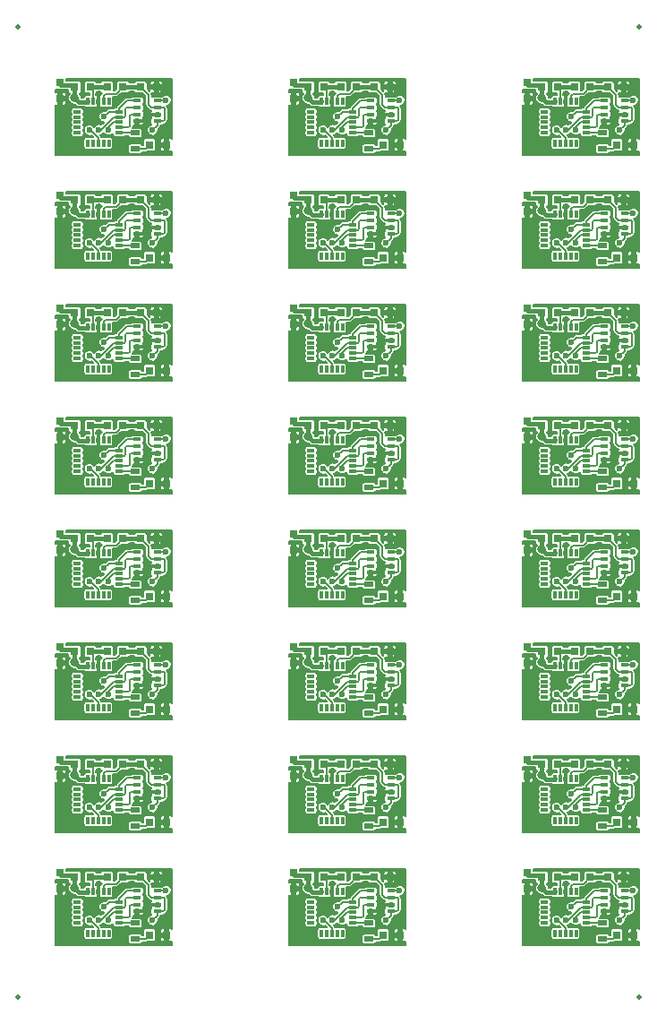
<source format=gbr>
G04 #@! TF.FileFunction,Copper,L1,Top,Signal*
%FSLAX46Y46*%
G04 Gerber Fmt 4.6, Leading zero omitted, Abs format (unit mm)*
G04 Created by KiCad (PCBNEW 4.0.5+dfsg1-4) date Sun Jun 17 20:11:44 2018*
%MOMM*%
%LPD*%
G01*
G04 APERTURE LIST*
%ADD10C,0.100000*%
%ADD11C,0.500000*%
%ADD12R,0.800000X0.750000*%
%ADD13R,0.730000X0.300000*%
%ADD14R,0.300000X0.730000*%
%ADD15R,0.800000X0.350000*%
%ADD16C,0.600000*%
%ADD17R,0.800000X0.800000*%
%ADD18R,0.900000X0.500000*%
%ADD19R,0.750000X0.800000*%
%ADD20C,0.800000*%
%ADD21C,0.152400*%
%ADD22C,0.406400*%
G04 APERTURE END LIST*
D10*
D11*
X136012306Y-146306191D03*
X194695694Y-146301809D03*
X194695694Y-54607809D03*
D12*
X188607000Y-70993000D03*
X190107000Y-70993000D03*
X185547000Y-70992999D03*
X187047000Y-70992999D03*
D13*
X189731000Y-75311000D03*
X189731000Y-74811000D03*
X189731000Y-74311000D03*
X189731000Y-73811000D03*
X189731000Y-73311000D03*
D14*
X188766000Y-72346000D03*
X188266000Y-72346000D03*
X187766000Y-72346000D03*
X187266000Y-72346000D03*
X186766000Y-72346000D03*
D13*
X185801000Y-73311000D03*
X185801000Y-73811000D03*
X185801000Y-74311000D03*
X185801000Y-74811000D03*
X185801000Y-75311000D03*
D14*
X186766000Y-76276000D03*
X187266000Y-76276000D03*
X187766000Y-76276000D03*
X188266000Y-76276000D03*
X188766000Y-76276000D03*
D15*
X191455000Y-73563000D03*
X193355000Y-73563000D03*
X191455000Y-72913000D03*
X193355000Y-72913000D03*
X193355000Y-74213000D03*
X191455000Y-74213000D03*
X191455000Y-72263000D03*
X193355000Y-72263000D03*
D16*
X193929000Y-71501000D03*
X194564000Y-71501000D03*
X194564001Y-75057000D03*
D12*
X191782000Y-70993000D03*
X193282000Y-70993000D03*
D16*
X193929000Y-75057000D03*
D17*
X192621000Y-76454000D03*
X194221000Y-76454000D03*
D18*
X191262000Y-76811000D03*
X191262000Y-75311000D03*
D16*
X185166000Y-76200000D03*
X184531000Y-76200000D03*
X184531000Y-75565000D03*
D19*
X184150000Y-72082000D03*
X184150000Y-70582000D03*
D16*
X194564000Y-60833000D03*
D15*
X191455000Y-62895000D03*
X193355000Y-62895000D03*
X191455000Y-62245000D03*
X193355000Y-62245000D03*
X193355000Y-63545000D03*
X191455000Y-63545000D03*
X191455000Y-61595000D03*
X193355000Y-61595000D03*
D13*
X189731000Y-64643000D03*
X189731000Y-64143000D03*
X189731000Y-63643000D03*
X189731000Y-63143000D03*
X189731000Y-62643000D03*
D14*
X188766000Y-61678000D03*
X188266000Y-61678000D03*
X187766000Y-61678000D03*
X187266000Y-61678000D03*
X186766000Y-61678000D03*
D13*
X185801000Y-62643000D03*
X185801000Y-63143000D03*
X185801000Y-63643000D03*
X185801000Y-64143000D03*
X185801000Y-64643000D03*
D14*
X186766000Y-65608000D03*
X187266000Y-65608000D03*
X187766000Y-65608000D03*
X188266000Y-65608000D03*
X188766000Y-65608000D03*
D16*
X194564001Y-64389000D03*
D12*
X185547000Y-60324999D03*
X187047000Y-60324999D03*
D16*
X193929000Y-64389000D03*
D17*
X192621000Y-65786000D03*
X194221000Y-65786000D03*
D18*
X191262000Y-66143000D03*
X191262000Y-64643000D03*
D19*
X184150000Y-61414000D03*
X184150000Y-59914000D03*
D16*
X184531000Y-64897000D03*
X185166000Y-65532000D03*
X184531000Y-65532000D03*
D12*
X188607000Y-60325000D03*
X190107000Y-60325000D03*
D16*
X193929000Y-60833000D03*
D12*
X191782000Y-60325000D03*
X193282000Y-60325000D03*
D13*
X189731000Y-85979000D03*
X189731000Y-85479000D03*
X189731000Y-84979000D03*
X189731000Y-84479000D03*
X189731000Y-83979000D03*
D14*
X188766000Y-83014000D03*
X188266000Y-83014000D03*
X187766000Y-83014000D03*
X187266000Y-83014000D03*
X186766000Y-83014000D03*
D13*
X185801000Y-83979000D03*
X185801000Y-84479000D03*
X185801000Y-84979000D03*
X185801000Y-85479000D03*
X185801000Y-85979000D03*
D14*
X186766000Y-86944000D03*
X187266000Y-86944000D03*
X187766000Y-86944000D03*
X188266000Y-86944000D03*
X188766000Y-86944000D03*
D12*
X185547000Y-81660999D03*
X187047000Y-81660999D03*
X188607000Y-81661000D03*
X190107000Y-81661000D03*
D17*
X192621000Y-87122000D03*
X194221000Y-87122000D03*
D18*
X191262000Y-87479000D03*
X191262000Y-85979000D03*
D15*
X191455000Y-84231000D03*
X193355000Y-84231000D03*
X191455000Y-83581000D03*
X193355000Y-83581000D03*
X193355000Y-84881000D03*
X191455000Y-84881000D03*
X191455000Y-82931000D03*
X193355000Y-82931000D03*
D18*
X191262000Y-98147000D03*
X191262000Y-96647000D03*
D16*
X194564001Y-96393000D03*
D15*
X191455000Y-94899000D03*
X193355000Y-94899000D03*
X191455000Y-94249000D03*
X193355000Y-94249000D03*
X193355000Y-95549000D03*
X191455000Y-95549000D03*
X191455000Y-93599000D03*
X193355000Y-93599000D03*
D16*
X193929000Y-96393000D03*
D17*
X192621000Y-97790000D03*
X194221000Y-97790000D03*
D16*
X184531000Y-96901000D03*
D19*
X184150000Y-93418000D03*
X184150000Y-91918000D03*
D16*
X185166000Y-97536000D03*
X184531000Y-97536000D03*
X194564000Y-82169000D03*
X193929000Y-85725000D03*
X193929000Y-82169000D03*
D12*
X191782000Y-81661000D03*
X193282000Y-81661000D03*
D16*
X194564001Y-85725000D03*
D19*
X184150000Y-82750000D03*
X184150000Y-81250000D03*
D16*
X185166000Y-86868000D03*
X184531000Y-86233000D03*
X184531000Y-86868000D03*
X193929000Y-92837000D03*
D12*
X188607000Y-92329000D03*
X190107000Y-92329000D03*
X191782000Y-92329000D03*
X193282000Y-92329000D03*
X185547000Y-92328999D03*
X187047000Y-92328999D03*
D13*
X189731000Y-96647000D03*
X189731000Y-96147000D03*
X189731000Y-95647000D03*
X189731000Y-95147000D03*
X189731000Y-94647000D03*
D14*
X188766000Y-93682000D03*
X188266000Y-93682000D03*
X187766000Y-93682000D03*
X187266000Y-93682000D03*
X186766000Y-93682000D03*
D13*
X185801000Y-94647000D03*
X185801000Y-95147000D03*
X185801000Y-95647000D03*
X185801000Y-96147000D03*
X185801000Y-96647000D03*
D14*
X186766000Y-97612000D03*
X187266000Y-97612000D03*
X187766000Y-97612000D03*
X188266000Y-97612000D03*
X188766000Y-97612000D03*
D16*
X194564000Y-92837000D03*
D13*
X189731000Y-117983000D03*
X189731000Y-117483000D03*
X189731000Y-116983000D03*
X189731000Y-116483000D03*
X189731000Y-115983000D03*
D14*
X188766000Y-115018000D03*
X188266000Y-115018000D03*
X187766000Y-115018000D03*
X187266000Y-115018000D03*
X186766000Y-115018000D03*
D13*
X185801000Y-115983000D03*
X185801000Y-116483000D03*
X185801000Y-116983000D03*
X185801000Y-117483000D03*
X185801000Y-117983000D03*
D14*
X186766000Y-118948000D03*
X187266000Y-118948000D03*
X187766000Y-118948000D03*
X188266000Y-118948000D03*
X188766000Y-118948000D03*
D12*
X188607000Y-113665000D03*
X190107000Y-113665000D03*
X185547000Y-113664999D03*
X187047000Y-113664999D03*
D16*
X185166000Y-108204000D03*
D13*
X189731000Y-107315000D03*
X189731000Y-106815000D03*
X189731000Y-106315000D03*
X189731000Y-105815000D03*
X189731000Y-105315000D03*
D14*
X188766000Y-104350000D03*
X188266000Y-104350000D03*
X187766000Y-104350000D03*
X187266000Y-104350000D03*
X186766000Y-104350000D03*
D13*
X185801000Y-105315000D03*
X185801000Y-105815000D03*
X185801000Y-106315000D03*
X185801000Y-106815000D03*
X185801000Y-107315000D03*
D14*
X186766000Y-108280000D03*
X187266000Y-108280000D03*
X187766000Y-108280000D03*
X188266000Y-108280000D03*
X188766000Y-108280000D03*
D12*
X185547000Y-102996999D03*
X187047000Y-102996999D03*
D16*
X184531000Y-108204000D03*
X184531000Y-107569000D03*
D19*
X184150000Y-104086000D03*
X184150000Y-102586000D03*
D18*
X191262000Y-108815000D03*
X191262000Y-107315000D03*
D15*
X191455000Y-105567000D03*
X193355000Y-105567000D03*
X191455000Y-104917000D03*
X193355000Y-104917000D03*
X193355000Y-106217000D03*
X191455000Y-106217000D03*
X191455000Y-104267000D03*
X193355000Y-104267000D03*
D17*
X192621000Y-108458000D03*
X194221000Y-108458000D03*
D16*
X194564001Y-107061000D03*
X193929000Y-107061000D03*
D19*
X184150000Y-114754000D03*
X184150000Y-113254000D03*
D16*
X185166000Y-118872000D03*
X184531000Y-118872000D03*
X184531000Y-118237000D03*
D12*
X188607000Y-102997000D03*
X190107000Y-102997000D03*
D16*
X194564000Y-103505000D03*
X193929000Y-103505000D03*
D12*
X191782000Y-102997000D03*
X193282000Y-102997000D03*
D17*
X192621000Y-119126000D03*
X194221000Y-119126000D03*
D16*
X193929000Y-114173000D03*
X194564000Y-114173000D03*
D18*
X191262000Y-119483000D03*
X191262000Y-117983000D03*
D15*
X191455000Y-116235000D03*
X193355000Y-116235000D03*
X191455000Y-115585000D03*
X193355000Y-115585000D03*
X193355000Y-116885000D03*
X191455000Y-116885000D03*
X191455000Y-114935000D03*
X193355000Y-114935000D03*
D16*
X194564001Y-117729000D03*
D12*
X191782000Y-113665000D03*
X193282000Y-113665000D03*
D16*
X193929000Y-117729000D03*
D12*
X185547000Y-124332999D03*
X187047000Y-124332999D03*
D13*
X189731000Y-128651000D03*
X189731000Y-128151000D03*
X189731000Y-127651000D03*
X189731000Y-127151000D03*
X189731000Y-126651000D03*
D14*
X188766000Y-125686000D03*
X188266000Y-125686000D03*
X187766000Y-125686000D03*
X187266000Y-125686000D03*
X186766000Y-125686000D03*
D13*
X185801000Y-126651000D03*
X185801000Y-127151000D03*
X185801000Y-127651000D03*
X185801000Y-128151000D03*
X185801000Y-128651000D03*
D14*
X186766000Y-129616000D03*
X187266000Y-129616000D03*
X187766000Y-129616000D03*
X188266000Y-129616000D03*
X188766000Y-129616000D03*
D12*
X188607000Y-124333000D03*
X190107000Y-124333000D03*
D15*
X191455000Y-126903000D03*
X193355000Y-126903000D03*
X191455000Y-126253000D03*
X193355000Y-126253000D03*
X193355000Y-127553000D03*
X191455000Y-127553000D03*
X191455000Y-125603000D03*
X193355000Y-125603000D03*
D18*
X191262000Y-130151000D03*
X191262000Y-128651000D03*
D17*
X192621000Y-129794000D03*
X194221000Y-129794000D03*
D16*
X194564001Y-139065000D03*
X193929000Y-135509000D03*
X194564000Y-135509000D03*
X193929000Y-139065000D03*
D17*
X192621000Y-140462000D03*
X194221000Y-140462000D03*
D12*
X191782000Y-135001000D03*
X193282000Y-135001000D03*
D18*
X191262000Y-140819000D03*
X191262000Y-139319000D03*
D15*
X191455000Y-137571000D03*
X193355000Y-137571000D03*
X191455000Y-136921000D03*
X193355000Y-136921000D03*
X193355000Y-138221000D03*
X191455000Y-138221000D03*
X191455000Y-136271000D03*
X193355000Y-136271000D03*
D12*
X185547000Y-135000999D03*
X187047000Y-135000999D03*
D13*
X189731000Y-139319000D03*
X189731000Y-138819000D03*
X189731000Y-138319000D03*
X189731000Y-137819000D03*
X189731000Y-137319000D03*
D14*
X188766000Y-136354000D03*
X188266000Y-136354000D03*
X187766000Y-136354000D03*
X187266000Y-136354000D03*
X186766000Y-136354000D03*
D13*
X185801000Y-137319000D03*
X185801000Y-137819000D03*
X185801000Y-138319000D03*
X185801000Y-138819000D03*
X185801000Y-139319000D03*
D14*
X186766000Y-140284000D03*
X187266000Y-140284000D03*
X187766000Y-140284000D03*
X188266000Y-140284000D03*
X188766000Y-140284000D03*
D12*
X188607000Y-135001000D03*
X190107000Y-135001000D03*
D16*
X184531000Y-139573000D03*
D19*
X184150000Y-136090000D03*
X184150000Y-134590000D03*
D16*
X184531000Y-140208000D03*
X185166000Y-140208000D03*
D19*
X184150000Y-125422000D03*
X184150000Y-123922000D03*
D16*
X184531000Y-129540000D03*
X185166000Y-129540000D03*
X184531000Y-128905000D03*
X193929000Y-124841000D03*
X194564000Y-124841000D03*
X194564001Y-128397000D03*
X193929000Y-128397000D03*
D12*
X191782000Y-124333000D03*
X193282000Y-124333000D03*
D16*
X162433000Y-64897000D03*
X162433000Y-65532000D03*
X163068000Y-65532000D03*
X172466000Y-60833000D03*
X171831000Y-60833000D03*
D15*
X169357000Y-62895000D03*
X171257000Y-62895000D03*
X169357000Y-62245000D03*
X171257000Y-62245000D03*
X171257000Y-63545000D03*
X169357000Y-63545000D03*
X169357000Y-61595000D03*
X171257000Y-61595000D03*
D12*
X169684000Y-60325000D03*
X171184000Y-60325000D03*
D16*
X172466001Y-64389000D03*
D17*
X170523000Y-65786000D03*
X172123000Y-65786000D03*
D16*
X171831000Y-64389000D03*
D18*
X169164000Y-66143000D03*
X169164000Y-64643000D03*
D19*
X162052000Y-61414000D03*
X162052000Y-59914000D03*
D12*
X163449000Y-60324999D03*
X164949000Y-60324999D03*
D13*
X167633000Y-64643000D03*
X167633000Y-64143000D03*
X167633000Y-63643000D03*
X167633000Y-63143000D03*
X167633000Y-62643000D03*
D14*
X166668000Y-61678000D03*
X166168000Y-61678000D03*
X165668000Y-61678000D03*
X165168000Y-61678000D03*
X164668000Y-61678000D03*
D13*
X163703000Y-62643000D03*
X163703000Y-63143000D03*
X163703000Y-63643000D03*
X163703000Y-64143000D03*
X163703000Y-64643000D03*
D14*
X164668000Y-65608000D03*
X165168000Y-65608000D03*
X165668000Y-65608000D03*
X166168000Y-65608000D03*
X166668000Y-65608000D03*
D12*
X166509000Y-60325000D03*
X168009000Y-60325000D03*
D16*
X162433000Y-86868000D03*
X162433000Y-86233000D03*
X163068000Y-86868000D03*
X172466000Y-82169000D03*
X171831000Y-82169000D03*
D12*
X169684000Y-81661000D03*
X171184000Y-81661000D03*
D17*
X170523000Y-87122000D03*
X172123000Y-87122000D03*
D16*
X171831000Y-85725000D03*
X172466001Y-85725000D03*
D18*
X169164000Y-87479000D03*
X169164000Y-85979000D03*
D15*
X169357000Y-84231000D03*
X171257000Y-84231000D03*
X169357000Y-83581000D03*
X171257000Y-83581000D03*
X171257000Y-84881000D03*
X169357000Y-84881000D03*
X169357000Y-82931000D03*
X171257000Y-82931000D03*
D13*
X167633000Y-85979000D03*
X167633000Y-85479000D03*
X167633000Y-84979000D03*
X167633000Y-84479000D03*
X167633000Y-83979000D03*
D14*
X166668000Y-83014000D03*
X166168000Y-83014000D03*
X165668000Y-83014000D03*
X165168000Y-83014000D03*
X164668000Y-83014000D03*
D13*
X163703000Y-83979000D03*
X163703000Y-84479000D03*
X163703000Y-84979000D03*
X163703000Y-85479000D03*
X163703000Y-85979000D03*
D14*
X164668000Y-86944000D03*
X165168000Y-86944000D03*
X165668000Y-86944000D03*
X166168000Y-86944000D03*
X166668000Y-86944000D03*
D19*
X162052000Y-82750000D03*
X162052000Y-81250000D03*
D12*
X163449000Y-81660999D03*
X164949000Y-81660999D03*
X166509000Y-81661000D03*
X168009000Y-81661000D03*
D16*
X172466001Y-75057000D03*
D18*
X169164000Y-76811000D03*
X169164000Y-75311000D03*
D17*
X170523000Y-76454000D03*
X172123000Y-76454000D03*
D16*
X171831000Y-75057000D03*
X163068000Y-76200000D03*
X162433000Y-76200000D03*
X162433000Y-75565000D03*
D15*
X169357000Y-73563000D03*
X171257000Y-73563000D03*
X169357000Y-72913000D03*
X171257000Y-72913000D03*
X171257000Y-74213000D03*
X169357000Y-74213000D03*
X169357000Y-72263000D03*
X171257000Y-72263000D03*
D16*
X172466000Y-71501000D03*
D12*
X169684000Y-70993000D03*
X171184000Y-70993000D03*
D16*
X171831000Y-71501000D03*
D19*
X162052000Y-72082000D03*
X162052000Y-70582000D03*
D12*
X163449000Y-70992999D03*
X164949000Y-70992999D03*
X166509000Y-70993000D03*
X168009000Y-70993000D03*
D13*
X167633000Y-75311000D03*
X167633000Y-74811000D03*
X167633000Y-74311000D03*
X167633000Y-73811000D03*
X167633000Y-73311000D03*
D14*
X166668000Y-72346000D03*
X166168000Y-72346000D03*
X165668000Y-72346000D03*
X165168000Y-72346000D03*
X164668000Y-72346000D03*
D13*
X163703000Y-73311000D03*
X163703000Y-73811000D03*
X163703000Y-74311000D03*
X163703000Y-74811000D03*
X163703000Y-75311000D03*
D14*
X164668000Y-76276000D03*
X165168000Y-76276000D03*
X165668000Y-76276000D03*
X166168000Y-76276000D03*
X166668000Y-76276000D03*
D16*
X171831000Y-124841000D03*
D12*
X169684000Y-124333000D03*
X171184000Y-124333000D03*
D16*
X172466001Y-128397000D03*
X171831000Y-128397000D03*
X172466000Y-124841000D03*
D17*
X170523000Y-129794000D03*
X172123000Y-129794000D03*
D15*
X169357000Y-126903000D03*
X171257000Y-126903000D03*
X169357000Y-126253000D03*
X171257000Y-126253000D03*
X171257000Y-127553000D03*
X169357000Y-127553000D03*
X169357000Y-125603000D03*
X171257000Y-125603000D03*
D19*
X162052000Y-125422000D03*
X162052000Y-123922000D03*
D16*
X162433000Y-128905000D03*
X163068000Y-129540000D03*
X162433000Y-129540000D03*
D12*
X163449000Y-124332999D03*
X164949000Y-124332999D03*
X166509000Y-124333000D03*
X168009000Y-124333000D03*
D13*
X167633000Y-128651000D03*
X167633000Y-128151000D03*
X167633000Y-127651000D03*
X167633000Y-127151000D03*
X167633000Y-126651000D03*
D14*
X166668000Y-125686000D03*
X166168000Y-125686000D03*
X165668000Y-125686000D03*
X165168000Y-125686000D03*
X164668000Y-125686000D03*
D13*
X163703000Y-126651000D03*
X163703000Y-127151000D03*
X163703000Y-127651000D03*
X163703000Y-128151000D03*
X163703000Y-128651000D03*
D14*
X164668000Y-129616000D03*
X165168000Y-129616000D03*
X165668000Y-129616000D03*
X166168000Y-129616000D03*
X166668000Y-129616000D03*
D18*
X169164000Y-130151000D03*
X169164000Y-128651000D03*
D16*
X162433000Y-118872000D03*
D19*
X162052000Y-114754000D03*
X162052000Y-113254000D03*
D16*
X163068000Y-118872000D03*
X162433000Y-118237000D03*
D13*
X167633000Y-117983000D03*
X167633000Y-117483000D03*
X167633000Y-116983000D03*
X167633000Y-116483000D03*
X167633000Y-115983000D03*
D14*
X166668000Y-115018000D03*
X166168000Y-115018000D03*
X165668000Y-115018000D03*
X165168000Y-115018000D03*
X164668000Y-115018000D03*
D13*
X163703000Y-115983000D03*
X163703000Y-116483000D03*
X163703000Y-116983000D03*
X163703000Y-117483000D03*
X163703000Y-117983000D03*
D14*
X164668000Y-118948000D03*
X165168000Y-118948000D03*
X165668000Y-118948000D03*
X166168000Y-118948000D03*
X166668000Y-118948000D03*
D12*
X163449000Y-113664999D03*
X164949000Y-113664999D03*
X166509000Y-113665000D03*
X168009000Y-113665000D03*
D16*
X172466000Y-114173000D03*
X171831000Y-114173000D03*
D12*
X169684000Y-113665000D03*
X171184000Y-113665000D03*
D15*
X169357000Y-116235000D03*
X171257000Y-116235000D03*
X169357000Y-115585000D03*
X171257000Y-115585000D03*
X171257000Y-116885000D03*
X169357000Y-116885000D03*
X169357000Y-114935000D03*
X171257000Y-114935000D03*
D17*
X170523000Y-119126000D03*
X172123000Y-119126000D03*
D16*
X171831000Y-117729000D03*
D18*
X169164000Y-119483000D03*
X169164000Y-117983000D03*
D16*
X172466001Y-117729000D03*
X172466001Y-139065000D03*
D18*
X169164000Y-140819000D03*
X169164000Y-139319000D03*
D17*
X170523000Y-140462000D03*
X172123000Y-140462000D03*
D16*
X171831000Y-139065000D03*
X162433000Y-139573000D03*
X162433000Y-140208000D03*
X163068000Y-140208000D03*
D12*
X166509000Y-135001000D03*
X168009000Y-135001000D03*
D13*
X167633000Y-139319000D03*
X167633000Y-138819000D03*
X167633000Y-138319000D03*
X167633000Y-137819000D03*
X167633000Y-137319000D03*
D14*
X166668000Y-136354000D03*
X166168000Y-136354000D03*
X165668000Y-136354000D03*
X165168000Y-136354000D03*
X164668000Y-136354000D03*
D13*
X163703000Y-137319000D03*
X163703000Y-137819000D03*
X163703000Y-138319000D03*
X163703000Y-138819000D03*
X163703000Y-139319000D03*
D14*
X164668000Y-140284000D03*
X165168000Y-140284000D03*
X165668000Y-140284000D03*
X166168000Y-140284000D03*
X166668000Y-140284000D03*
D19*
X162052000Y-136090000D03*
X162052000Y-134590000D03*
D12*
X163449000Y-135000999D03*
X164949000Y-135000999D03*
D16*
X171831000Y-135509000D03*
X172466000Y-135509000D03*
D15*
X169357000Y-137571000D03*
X171257000Y-137571000D03*
X169357000Y-136921000D03*
X171257000Y-136921000D03*
X171257000Y-138221000D03*
X169357000Y-138221000D03*
X169357000Y-136271000D03*
X171257000Y-136271000D03*
D12*
X169684000Y-135001000D03*
X171184000Y-135001000D03*
D18*
X169164000Y-98147000D03*
X169164000Y-96647000D03*
D16*
X172466001Y-96393000D03*
D17*
X170523000Y-97790000D03*
X172123000Y-97790000D03*
D15*
X169357000Y-94899000D03*
X171257000Y-94899000D03*
X169357000Y-94249000D03*
X171257000Y-94249000D03*
X171257000Y-95549000D03*
X169357000Y-95549000D03*
X169357000Y-93599000D03*
X171257000Y-93599000D03*
D16*
X172466000Y-92837000D03*
X171831000Y-96393000D03*
X171831000Y-92837000D03*
D12*
X169684000Y-102997000D03*
X171184000Y-102997000D03*
D17*
X170523000Y-108458000D03*
X172123000Y-108458000D03*
D16*
X171831000Y-107061000D03*
X172466000Y-103505000D03*
X171831000Y-103505000D03*
X172466001Y-107061000D03*
D15*
X169357000Y-105567000D03*
X171257000Y-105567000D03*
X169357000Y-104917000D03*
X171257000Y-104917000D03*
X171257000Y-106217000D03*
X169357000Y-106217000D03*
X169357000Y-104267000D03*
X171257000Y-104267000D03*
D12*
X163449000Y-92328999D03*
X164949000Y-92328999D03*
X169684000Y-92329000D03*
X171184000Y-92329000D03*
X166509000Y-92329000D03*
X168009000Y-92329000D03*
D13*
X167633000Y-96647000D03*
X167633000Y-96147000D03*
X167633000Y-95647000D03*
X167633000Y-95147000D03*
X167633000Y-94647000D03*
D14*
X166668000Y-93682000D03*
X166168000Y-93682000D03*
X165668000Y-93682000D03*
X165168000Y-93682000D03*
X164668000Y-93682000D03*
D13*
X163703000Y-94647000D03*
X163703000Y-95147000D03*
X163703000Y-95647000D03*
X163703000Y-96147000D03*
X163703000Y-96647000D03*
D14*
X164668000Y-97612000D03*
X165168000Y-97612000D03*
X165668000Y-97612000D03*
X166168000Y-97612000D03*
X166668000Y-97612000D03*
D12*
X166509000Y-102997000D03*
X168009000Y-102997000D03*
D18*
X169164000Y-108815000D03*
X169164000Y-107315000D03*
D13*
X167633000Y-107315000D03*
X167633000Y-106815000D03*
X167633000Y-106315000D03*
X167633000Y-105815000D03*
X167633000Y-105315000D03*
D14*
X166668000Y-104350000D03*
X166168000Y-104350000D03*
X165668000Y-104350000D03*
X165168000Y-104350000D03*
X164668000Y-104350000D03*
D13*
X163703000Y-105315000D03*
X163703000Y-105815000D03*
X163703000Y-106315000D03*
X163703000Y-106815000D03*
X163703000Y-107315000D03*
D14*
X164668000Y-108280000D03*
X165168000Y-108280000D03*
X165668000Y-108280000D03*
X166168000Y-108280000D03*
X166668000Y-108280000D03*
D12*
X163449000Y-102996999D03*
X164949000Y-102996999D03*
D19*
X162052000Y-104086000D03*
X162052000Y-102586000D03*
D16*
X163068000Y-108204000D03*
X162433000Y-107569000D03*
X162433000Y-108204000D03*
D19*
X162052000Y-93418000D03*
X162052000Y-91918000D03*
D16*
X162433000Y-97536000D03*
X162433000Y-96901000D03*
X163068000Y-97536000D03*
D12*
X144411000Y-60325000D03*
X145911000Y-60325000D03*
X147586000Y-60325000D03*
X149086000Y-60325000D03*
D16*
X149733000Y-60833000D03*
X150368000Y-60833000D03*
D13*
X145535000Y-64643000D03*
X145535000Y-64143000D03*
X145535000Y-63643000D03*
X145535000Y-63143000D03*
X145535000Y-62643000D03*
D14*
X144570000Y-61678000D03*
X144070000Y-61678000D03*
X143570000Y-61678000D03*
X143070000Y-61678000D03*
X142570000Y-61678000D03*
D13*
X141605000Y-62643000D03*
X141605000Y-63143000D03*
X141605000Y-63643000D03*
X141605000Y-64143000D03*
X141605000Y-64643000D03*
D14*
X142570000Y-65608000D03*
X143070000Y-65608000D03*
X143570000Y-65608000D03*
X144070000Y-65608000D03*
X144570000Y-65608000D03*
D12*
X141351000Y-60324999D03*
X142851000Y-60324999D03*
D17*
X148425000Y-65786000D03*
X150025000Y-65786000D03*
D15*
X147259000Y-62895000D03*
X149159000Y-62895000D03*
X147259000Y-62245000D03*
X149159000Y-62245000D03*
X149159000Y-63545000D03*
X147259000Y-63545000D03*
X147259000Y-61595000D03*
X149159000Y-61595000D03*
D18*
X147066000Y-66143000D03*
X147066000Y-64643000D03*
D16*
X149733000Y-64389000D03*
X150368001Y-64389000D03*
X140335000Y-64897000D03*
X140970000Y-65532000D03*
D19*
X139954000Y-61414000D03*
X139954000Y-59914000D03*
D16*
X140335000Y-65532000D03*
D15*
X147259000Y-73563000D03*
X149159000Y-73563000D03*
X147259000Y-72913000D03*
X149159000Y-72913000D03*
X149159000Y-74213000D03*
X147259000Y-74213000D03*
X147259000Y-72263000D03*
X149159000Y-72263000D03*
D16*
X149733000Y-71501000D03*
D12*
X147586000Y-70993000D03*
X149086000Y-70993000D03*
D18*
X147066000Y-76811000D03*
X147066000Y-75311000D03*
D16*
X149733000Y-75057000D03*
X150368001Y-75057000D03*
D17*
X148425000Y-76454000D03*
X150025000Y-76454000D03*
D16*
X150368000Y-71501000D03*
D13*
X145535000Y-75311000D03*
X145535000Y-74811000D03*
X145535000Y-74311000D03*
X145535000Y-73811000D03*
X145535000Y-73311000D03*
D14*
X144570000Y-72346000D03*
X144070000Y-72346000D03*
X143570000Y-72346000D03*
X143070000Y-72346000D03*
X142570000Y-72346000D03*
D13*
X141605000Y-73311000D03*
X141605000Y-73811000D03*
X141605000Y-74311000D03*
X141605000Y-74811000D03*
X141605000Y-75311000D03*
D14*
X142570000Y-76276000D03*
X143070000Y-76276000D03*
X143570000Y-76276000D03*
X144070000Y-76276000D03*
X144570000Y-76276000D03*
D16*
X140335000Y-76200000D03*
X140970000Y-76200000D03*
D12*
X144411000Y-70993000D03*
X145911000Y-70993000D03*
D19*
X139954000Y-72082000D03*
X139954000Y-70582000D03*
D16*
X140335000Y-75565000D03*
D12*
X141351000Y-70992999D03*
X142851000Y-70992999D03*
D16*
X140335000Y-86233000D03*
X140970000Y-86868000D03*
X140335000Y-86868000D03*
D12*
X141351000Y-81660999D03*
X142851000Y-81660999D03*
D19*
X139954000Y-82750000D03*
X139954000Y-81250000D03*
D13*
X145535000Y-85979000D03*
X145535000Y-85479000D03*
X145535000Y-84979000D03*
X145535000Y-84479000D03*
X145535000Y-83979000D03*
D14*
X144570000Y-83014000D03*
X144070000Y-83014000D03*
X143570000Y-83014000D03*
X143070000Y-83014000D03*
X142570000Y-83014000D03*
D13*
X141605000Y-83979000D03*
X141605000Y-84479000D03*
X141605000Y-84979000D03*
X141605000Y-85479000D03*
X141605000Y-85979000D03*
D14*
X142570000Y-86944000D03*
X143070000Y-86944000D03*
X143570000Y-86944000D03*
X144070000Y-86944000D03*
X144570000Y-86944000D03*
D12*
X144411000Y-81661000D03*
X145911000Y-81661000D03*
D18*
X147066000Y-87479000D03*
X147066000Y-85979000D03*
D16*
X150368001Y-85725000D03*
X149733000Y-85725000D03*
D17*
X148425000Y-87122000D03*
X150025000Y-87122000D03*
D15*
X147259000Y-84231000D03*
X149159000Y-84231000D03*
X147259000Y-83581000D03*
X149159000Y-83581000D03*
X149159000Y-84881000D03*
X147259000Y-84881000D03*
X147259000Y-82931000D03*
X149159000Y-82931000D03*
D12*
X147586000Y-81661000D03*
X149086000Y-81661000D03*
D16*
X150368000Y-82169000D03*
X149733000Y-82169000D03*
D12*
X144411000Y-92329000D03*
X145911000Y-92329000D03*
X141351000Y-92328999D03*
X142851000Y-92328999D03*
D19*
X139954000Y-93418000D03*
X139954000Y-91918000D03*
D13*
X145535000Y-96647000D03*
X145535000Y-96147000D03*
X145535000Y-95647000D03*
X145535000Y-95147000D03*
X145535000Y-94647000D03*
D14*
X144570000Y-93682000D03*
X144070000Y-93682000D03*
X143570000Y-93682000D03*
X143070000Y-93682000D03*
X142570000Y-93682000D03*
D13*
X141605000Y-94647000D03*
X141605000Y-95147000D03*
X141605000Y-95647000D03*
X141605000Y-96147000D03*
X141605000Y-96647000D03*
D14*
X142570000Y-97612000D03*
X143070000Y-97612000D03*
X143570000Y-97612000D03*
X144070000Y-97612000D03*
X144570000Y-97612000D03*
D16*
X150368001Y-96393000D03*
D17*
X148425000Y-97790000D03*
X150025000Y-97790000D03*
D18*
X147066000Y-98147000D03*
X147066000Y-96647000D03*
D16*
X149733000Y-96393000D03*
X149733000Y-92837000D03*
D15*
X147259000Y-94899000D03*
X149159000Y-94899000D03*
X147259000Y-94249000D03*
X149159000Y-94249000D03*
X149159000Y-95549000D03*
X147259000Y-95549000D03*
X147259000Y-93599000D03*
X149159000Y-93599000D03*
D12*
X147586000Y-92329000D03*
X149086000Y-92329000D03*
D16*
X150368000Y-92837000D03*
X140335000Y-97536000D03*
X140970000Y-97536000D03*
X140335000Y-96901000D03*
D12*
X144411000Y-102997000D03*
X145911000Y-102997000D03*
D13*
X145535000Y-107315000D03*
X145535000Y-106815000D03*
X145535000Y-106315000D03*
X145535000Y-105815000D03*
X145535000Y-105315000D03*
D14*
X144570000Y-104350000D03*
X144070000Y-104350000D03*
X143570000Y-104350000D03*
X143070000Y-104350000D03*
X142570000Y-104350000D03*
D13*
X141605000Y-105315000D03*
X141605000Y-105815000D03*
X141605000Y-106315000D03*
X141605000Y-106815000D03*
X141605000Y-107315000D03*
D14*
X142570000Y-108280000D03*
X143070000Y-108280000D03*
X143570000Y-108280000D03*
X144070000Y-108280000D03*
X144570000Y-108280000D03*
D12*
X141351000Y-102996999D03*
X142851000Y-102996999D03*
X144411000Y-113665000D03*
X145911000Y-113665000D03*
X141351000Y-113664999D03*
X142851000Y-113664999D03*
D19*
X139954000Y-114754000D03*
X139954000Y-113254000D03*
D13*
X145535000Y-117983000D03*
X145535000Y-117483000D03*
X145535000Y-116983000D03*
X145535000Y-116483000D03*
X145535000Y-115983000D03*
D14*
X144570000Y-115018000D03*
X144070000Y-115018000D03*
X143570000Y-115018000D03*
X143070000Y-115018000D03*
X142570000Y-115018000D03*
D13*
X141605000Y-115983000D03*
X141605000Y-116483000D03*
X141605000Y-116983000D03*
X141605000Y-117483000D03*
X141605000Y-117983000D03*
D14*
X142570000Y-118948000D03*
X143070000Y-118948000D03*
X143570000Y-118948000D03*
X144070000Y-118948000D03*
X144570000Y-118948000D03*
D16*
X149733000Y-103505000D03*
D12*
X147586000Y-102997000D03*
X149086000Y-102997000D03*
D17*
X148425000Y-108458000D03*
X150025000Y-108458000D03*
D16*
X150368001Y-107061000D03*
D15*
X147259000Y-105567000D03*
X149159000Y-105567000D03*
X147259000Y-104917000D03*
X149159000Y-104917000D03*
X149159000Y-106217000D03*
X147259000Y-106217000D03*
X147259000Y-104267000D03*
X149159000Y-104267000D03*
D18*
X147066000Y-108815000D03*
X147066000Y-107315000D03*
D16*
X149733000Y-107061000D03*
X150368000Y-103505000D03*
X140335000Y-108204000D03*
X140970000Y-108204000D03*
D19*
X139954000Y-104086000D03*
X139954000Y-102586000D03*
D16*
X140335000Y-107569000D03*
X149733000Y-117729000D03*
X150368001Y-117729000D03*
D17*
X148425000Y-119126000D03*
X150025000Y-119126000D03*
D18*
X147066000Y-119483000D03*
X147066000Y-117983000D03*
D16*
X150368000Y-114173000D03*
D15*
X147259000Y-116235000D03*
X149159000Y-116235000D03*
X147259000Y-115585000D03*
X149159000Y-115585000D03*
X149159000Y-116885000D03*
X147259000Y-116885000D03*
X147259000Y-114935000D03*
X149159000Y-114935000D03*
D16*
X149733000Y-114173000D03*
D12*
X147586000Y-113665000D03*
X149086000Y-113665000D03*
D16*
X140335000Y-118237000D03*
X140335000Y-118872000D03*
X140970000Y-118872000D03*
X150368001Y-128397000D03*
X149733000Y-128397000D03*
D18*
X147066000Y-130151000D03*
X147066000Y-128651000D03*
D17*
X148425000Y-129794000D03*
X150025000Y-129794000D03*
D12*
X144411000Y-124333000D03*
X145911000Y-124333000D03*
D13*
X145535000Y-128651000D03*
X145535000Y-128151000D03*
X145535000Y-127651000D03*
X145535000Y-127151000D03*
X145535000Y-126651000D03*
D14*
X144570000Y-125686000D03*
X144070000Y-125686000D03*
X143570000Y-125686000D03*
X143070000Y-125686000D03*
X142570000Y-125686000D03*
D13*
X141605000Y-126651000D03*
X141605000Y-127151000D03*
X141605000Y-127651000D03*
X141605000Y-128151000D03*
X141605000Y-128651000D03*
D14*
X142570000Y-129616000D03*
X143070000Y-129616000D03*
X143570000Y-129616000D03*
X144070000Y-129616000D03*
X144570000Y-129616000D03*
D12*
X147586000Y-124333000D03*
X149086000Y-124333000D03*
X141351000Y-124332999D03*
X142851000Y-124332999D03*
D15*
X147259000Y-126903000D03*
X149159000Y-126903000D03*
X147259000Y-126253000D03*
X149159000Y-126253000D03*
X149159000Y-127553000D03*
X147259000Y-127553000D03*
X147259000Y-125603000D03*
X149159000Y-125603000D03*
D16*
X150368000Y-124841000D03*
X149733000Y-124841000D03*
X140970000Y-129540000D03*
D19*
X139954000Y-125422000D03*
X139954000Y-123922000D03*
D16*
X140335000Y-129540000D03*
X140335000Y-128905000D03*
X140335000Y-140208000D03*
X140335000Y-139573000D03*
X140970000Y-140208000D03*
X150368001Y-139065000D03*
X150368000Y-135509000D03*
X149733000Y-135509000D03*
D13*
X145535000Y-139319000D03*
X145535000Y-138819000D03*
X145535000Y-138319000D03*
X145535000Y-137819000D03*
X145535000Y-137319000D03*
D14*
X144570000Y-136354000D03*
X144070000Y-136354000D03*
X143570000Y-136354000D03*
X143070000Y-136354000D03*
X142570000Y-136354000D03*
D13*
X141605000Y-137319000D03*
X141605000Y-137819000D03*
X141605000Y-138319000D03*
X141605000Y-138819000D03*
X141605000Y-139319000D03*
D14*
X142570000Y-140284000D03*
X143070000Y-140284000D03*
X143570000Y-140284000D03*
X144070000Y-140284000D03*
X144570000Y-140284000D03*
D15*
X147259000Y-137571000D03*
X149159000Y-137571000D03*
X147259000Y-136921000D03*
X149159000Y-136921000D03*
X149159000Y-138221000D03*
X147259000Y-138221000D03*
X147259000Y-136271000D03*
X149159000Y-136271000D03*
D12*
X144411000Y-135001000D03*
X145911000Y-135001000D03*
X141351000Y-135000999D03*
X142851000Y-135000999D03*
D17*
X148425000Y-140462000D03*
X150025000Y-140462000D03*
D16*
X149733000Y-139065000D03*
D12*
X147586000Y-135001000D03*
X149086000Y-135001000D03*
D18*
X147066000Y-140819000D03*
X147066000Y-139319000D03*
D19*
X139954000Y-136090000D03*
X139954000Y-134590000D03*
D11*
X136017000Y-54610000D03*
D20*
X185547000Y-136017000D03*
X185547000Y-125349000D03*
X185547000Y-104013000D03*
X185547000Y-114681000D03*
X185547000Y-72009000D03*
X185547000Y-61341000D03*
X185547000Y-82677000D03*
X185547000Y-93345000D03*
X163449000Y-61341000D03*
X163449000Y-72009000D03*
X163449000Y-82677000D03*
X163449000Y-93345000D03*
X163449000Y-104013000D03*
X163449000Y-125349000D03*
X163449000Y-136017000D03*
X163449000Y-114681000D03*
X141351000Y-61341000D03*
X141351000Y-82677000D03*
X141351000Y-72009000D03*
X141351000Y-93345000D03*
X141351000Y-104013000D03*
X141351000Y-114681000D03*
X141351000Y-125349000D03*
X141351000Y-136017000D03*
D16*
X194183000Y-136271000D03*
X188746383Y-139033785D03*
X194183000Y-125603000D03*
X188746383Y-128365785D03*
X194183000Y-104267000D03*
X188746383Y-107029785D03*
X194183000Y-114935000D03*
X188746383Y-117697785D03*
X194183000Y-72263000D03*
X188746383Y-75025785D03*
X188746383Y-64357785D03*
X194183000Y-61595000D03*
X194183000Y-82931000D03*
X188746383Y-85693785D03*
X188746383Y-96361785D03*
X194183000Y-93599000D03*
X172085000Y-61595000D03*
X166648383Y-64357785D03*
X166648383Y-75025785D03*
X172085000Y-72263000D03*
X166648383Y-85693785D03*
X172085000Y-82931000D03*
X166648383Y-96361785D03*
X172085000Y-93599000D03*
X172085000Y-125603000D03*
X166648383Y-128365785D03*
X166648383Y-139033785D03*
X172085000Y-136271000D03*
X166648383Y-117697785D03*
X166648383Y-107029785D03*
X172085000Y-114935000D03*
X172085000Y-104267000D03*
X144550383Y-64357785D03*
X149987000Y-61595000D03*
X144550383Y-85693785D03*
X144550383Y-75025785D03*
X149987000Y-72263000D03*
X149987000Y-82931000D03*
X144550383Y-96361785D03*
X149987000Y-93599000D03*
X144550383Y-117697785D03*
X149987000Y-114935000D03*
X144550383Y-107029785D03*
X149987000Y-104267000D03*
X144550383Y-128365785D03*
X149987000Y-125603000D03*
X144550383Y-139033785D03*
X149987000Y-136271000D03*
X187833000Y-139009402D03*
X187833000Y-128341402D03*
X187833000Y-107005402D03*
X187833000Y-117673402D03*
X187833000Y-75001402D03*
X187833000Y-64333402D03*
X187833000Y-85669402D03*
X187833000Y-96337402D03*
X165735000Y-64333402D03*
X165735000Y-75001402D03*
X165735000Y-85669402D03*
X165735000Y-96337402D03*
X165735000Y-107005402D03*
X165735000Y-128341402D03*
X165735000Y-139009402D03*
X165735000Y-117673402D03*
X143637000Y-64333402D03*
X143637000Y-85669402D03*
X143637000Y-75001402D03*
X143637000Y-96337402D03*
X143637000Y-117673402D03*
X143637000Y-107005402D03*
X143637000Y-128341402D03*
X143637000Y-139009402D03*
X188341000Y-137795000D03*
X188341000Y-127127000D03*
X188341000Y-105791000D03*
X188341000Y-116459000D03*
X188341000Y-73787000D03*
X188341000Y-63119000D03*
X188341000Y-84455000D03*
X188341000Y-95123000D03*
X166243000Y-63119000D03*
X166243000Y-73787000D03*
X166243000Y-84455000D03*
X166243000Y-95123000D03*
X166243000Y-105791000D03*
X166243000Y-127127000D03*
X166243000Y-137795000D03*
X166243000Y-116459000D03*
X144145000Y-63119000D03*
X144145000Y-84455000D03*
X144145000Y-73787000D03*
X144145000Y-95123000D03*
X144145000Y-116459000D03*
X144145000Y-105791000D03*
X144145000Y-127127000D03*
X144145000Y-137795000D03*
X186944000Y-139064999D03*
X186944000Y-128396999D03*
X186944000Y-107060999D03*
X186944000Y-117728999D03*
X186944000Y-75056999D03*
X186944000Y-64388999D03*
X186944000Y-85724999D03*
X186944000Y-96392999D03*
X164846000Y-64388999D03*
X164846000Y-75056999D03*
X164846000Y-85724999D03*
X164846000Y-96392999D03*
X164846000Y-107060999D03*
X164846000Y-128396999D03*
X164846000Y-139064999D03*
X164846000Y-117728999D03*
X142748000Y-64388999D03*
X142748000Y-85724999D03*
X142748000Y-75056999D03*
X142748000Y-96392999D03*
X142748000Y-117728999D03*
X142748000Y-107060999D03*
X142748000Y-128396999D03*
X142748000Y-139064999D03*
X192913000Y-139065000D03*
X192913000Y-128397000D03*
X192913000Y-107061000D03*
X192913000Y-117729000D03*
X192913000Y-75057000D03*
X192913000Y-64389000D03*
X192913000Y-85725000D03*
X192913000Y-96393000D03*
X170815000Y-64389000D03*
X170815000Y-75057000D03*
X170815000Y-85725000D03*
X170815000Y-96393000D03*
X170815000Y-128397000D03*
X170815000Y-139065000D03*
X170815000Y-117729000D03*
X170815000Y-107061000D03*
X148717000Y-64389000D03*
X148717000Y-85725000D03*
X148717000Y-75057000D03*
X148717000Y-96393000D03*
X148717000Y-117729000D03*
X148717000Y-107061000D03*
X148717000Y-128397000D03*
X148717000Y-139065000D03*
D21*
X185884000Y-93682000D02*
X185547000Y-93345000D01*
D22*
X185547000Y-93345000D02*
X185546999Y-92329000D01*
X185547000Y-93345000D02*
X185946999Y-93744999D01*
X185946999Y-93744999D02*
X186703001Y-93744999D01*
X186703001Y-93744999D02*
X186760399Y-93687601D01*
X185335999Y-92118000D02*
X185546999Y-92329000D01*
X184277000Y-92118000D02*
X185335999Y-92118000D01*
X185946999Y-104412999D02*
X186703001Y-104412999D01*
X186703001Y-104412999D02*
X186760399Y-104355601D01*
D21*
X185884000Y-104350000D02*
X185547000Y-104013000D01*
D22*
X185547000Y-104013000D02*
X185946999Y-104412999D01*
X184277000Y-102786000D02*
X185335999Y-102786000D01*
X185335999Y-102786000D02*
X185546999Y-102997000D01*
X185547000Y-104013000D02*
X185546999Y-102997000D01*
D21*
X185884000Y-83014000D02*
X185547000Y-82677000D01*
D22*
X185946999Y-83076999D02*
X186703001Y-83076999D01*
X185335999Y-81450000D02*
X185546999Y-81661000D01*
X186703001Y-83076999D02*
X186760399Y-83019601D01*
X185547000Y-82677000D02*
X185546999Y-81661000D01*
X184277000Y-81450000D02*
X185335999Y-81450000D01*
X185547000Y-82677000D02*
X185946999Y-83076999D01*
X185335999Y-70782000D02*
X185546999Y-70993000D01*
X185547000Y-72009000D02*
X185546999Y-70993000D01*
X184277000Y-70782000D02*
X185335999Y-70782000D01*
X186703001Y-72408999D02*
X186760399Y-72351601D01*
D21*
X185884000Y-72346000D02*
X185547000Y-72009000D01*
D22*
X185547000Y-72009000D02*
X185946999Y-72408999D01*
X185946999Y-72408999D02*
X186703001Y-72408999D01*
X184277000Y-60114000D02*
X185335999Y-60114000D01*
X186703001Y-61740999D02*
X186760399Y-61683601D01*
X185946999Y-61740999D02*
X186703001Y-61740999D01*
X185547000Y-61341000D02*
X185546999Y-60325000D01*
X185335999Y-60114000D02*
X185546999Y-60325000D01*
D21*
X185884000Y-61678000D02*
X185547000Y-61341000D01*
D22*
X185547000Y-61341000D02*
X185946999Y-61740999D01*
X186703001Y-136416999D02*
X186760399Y-136359601D01*
X185335999Y-134790000D02*
X185546999Y-135001000D01*
X184277000Y-134790000D02*
X185335999Y-134790000D01*
X185547000Y-136017000D02*
X185946999Y-136416999D01*
X185946999Y-136416999D02*
X186703001Y-136416999D01*
D21*
X185884000Y-136354000D02*
X185547000Y-136017000D01*
D22*
X185547000Y-136017000D02*
X185546999Y-135001000D01*
X185547000Y-125349000D02*
X185946999Y-125748999D01*
X185946999Y-125748999D02*
X186703001Y-125748999D01*
X186703001Y-125748999D02*
X186760399Y-125691601D01*
D21*
X185884000Y-125686000D02*
X185547000Y-125349000D01*
D22*
X185547000Y-125349000D02*
X185546999Y-124333000D01*
X184277000Y-124122000D02*
X185335999Y-124122000D01*
X185335999Y-124122000D02*
X185546999Y-124333000D01*
X185547000Y-114681000D02*
X185946999Y-115080999D01*
X185946999Y-115080999D02*
X186703001Y-115080999D01*
X186703001Y-115080999D02*
X186760399Y-115023601D01*
D21*
X185884000Y-115018000D02*
X185547000Y-114681000D01*
D22*
X185335999Y-113454000D02*
X185546999Y-113665000D01*
X185547000Y-114681000D02*
X185546999Y-113665000D01*
X184277000Y-113454000D02*
X185335999Y-113454000D01*
X162179000Y-92118000D02*
X163237999Y-92118000D01*
X163237999Y-92118000D02*
X163448999Y-92329000D01*
X163449000Y-93345000D02*
X163448999Y-92329000D01*
D21*
X163786000Y-93682000D02*
X163449000Y-93345000D01*
D22*
X163449000Y-93345000D02*
X163848999Y-93744999D01*
X163848999Y-93744999D02*
X164605001Y-93744999D01*
X164605001Y-93744999D02*
X164662399Y-93687601D01*
X164605001Y-104412999D02*
X164662399Y-104355601D01*
X163449000Y-104013000D02*
X163848999Y-104412999D01*
X163848999Y-104412999D02*
X164605001Y-104412999D01*
X163449000Y-104013000D02*
X163448999Y-102997000D01*
D21*
X163786000Y-104350000D02*
X163449000Y-104013000D01*
D22*
X162179000Y-102786000D02*
X163237999Y-102786000D01*
X163237999Y-102786000D02*
X163448999Y-102997000D01*
D21*
X163786000Y-61678000D02*
X163449000Y-61341000D01*
D22*
X164605001Y-61740999D02*
X164662399Y-61683601D01*
X163449000Y-61341000D02*
X163448999Y-60325000D01*
X162179000Y-60114000D02*
X163237999Y-60114000D01*
X163237999Y-60114000D02*
X163448999Y-60325000D01*
X163449000Y-61341000D02*
X163848999Y-61740999D01*
X163848999Y-61740999D02*
X164605001Y-61740999D01*
X163237999Y-81450000D02*
X163448999Y-81661000D01*
X162179000Y-81450000D02*
X163237999Y-81450000D01*
X163449000Y-82677000D02*
X163448999Y-81661000D01*
D21*
X163786000Y-83014000D02*
X163449000Y-82677000D01*
D22*
X163449000Y-82677000D02*
X163848999Y-83076999D01*
X164605001Y-83076999D02*
X164662399Y-83019601D01*
X163848999Y-83076999D02*
X164605001Y-83076999D01*
X162179000Y-70782000D02*
X163237999Y-70782000D01*
X163449000Y-72009000D02*
X163448999Y-70993000D01*
X163237999Y-70782000D02*
X163448999Y-70993000D01*
X163848999Y-72408999D02*
X164605001Y-72408999D01*
X164605001Y-72408999D02*
X164662399Y-72351601D01*
X163449000Y-72009000D02*
X163848999Y-72408999D01*
D21*
X163786000Y-72346000D02*
X163449000Y-72009000D01*
X163786000Y-136354000D02*
X163449000Y-136017000D01*
D22*
X163449000Y-136017000D02*
X163448999Y-135001000D01*
X163848999Y-136416999D02*
X164605001Y-136416999D01*
X163449000Y-136017000D02*
X163848999Y-136416999D01*
X164605001Y-136416999D02*
X164662399Y-136359601D01*
X163237999Y-134790000D02*
X163448999Y-135001000D01*
X162179000Y-134790000D02*
X163237999Y-134790000D01*
X163237999Y-124122000D02*
X163448999Y-124333000D01*
X163449000Y-125349000D02*
X163448999Y-124333000D01*
X162179000Y-124122000D02*
X163237999Y-124122000D01*
X163449000Y-125349000D02*
X163848999Y-125748999D01*
X164605001Y-125748999D02*
X164662399Y-125691601D01*
D21*
X163786000Y-125686000D02*
X163449000Y-125349000D01*
D22*
X163848999Y-125748999D02*
X164605001Y-125748999D01*
X163449000Y-114681000D02*
X163448999Y-113665000D01*
X163237999Y-113454000D02*
X163448999Y-113665000D01*
X162179000Y-113454000D02*
X163237999Y-113454000D01*
D21*
X163786000Y-115018000D02*
X163449000Y-114681000D01*
D22*
X163449000Y-114681000D02*
X163848999Y-115080999D01*
X164605001Y-115080999D02*
X164662399Y-115023601D01*
X163848999Y-115080999D02*
X164605001Y-115080999D01*
X140081000Y-60114000D02*
X141139999Y-60114000D01*
X142507001Y-61740999D02*
X142564399Y-61683601D01*
X141139999Y-60114000D02*
X141350999Y-60325000D01*
D21*
X141688000Y-61678000D02*
X141351000Y-61341000D01*
D22*
X141351000Y-61341000D02*
X141350999Y-60325000D01*
X141351000Y-61341000D02*
X141750999Y-61740999D01*
X141750999Y-61740999D02*
X142507001Y-61740999D01*
X142507001Y-72408999D02*
X142564399Y-72351601D01*
X141750999Y-72408999D02*
X142507001Y-72408999D01*
X141351000Y-72009000D02*
X141350999Y-70993000D01*
X141139999Y-70782000D02*
X141350999Y-70993000D01*
X140081000Y-70782000D02*
X141139999Y-70782000D01*
D21*
X141688000Y-72346000D02*
X141351000Y-72009000D01*
D22*
X141351000Y-72009000D02*
X141750999Y-72408999D01*
X141750999Y-93744999D02*
X142507001Y-93744999D01*
D21*
X141688000Y-93682000D02*
X141351000Y-93345000D01*
D22*
X141351000Y-93345000D02*
X141750999Y-93744999D01*
X142507001Y-93744999D02*
X142564399Y-93687601D01*
X140081000Y-92118000D02*
X141139999Y-92118000D01*
X141139999Y-92118000D02*
X141350999Y-92329000D01*
X141351000Y-93345000D02*
X141350999Y-92329000D01*
X141351000Y-82677000D02*
X141750999Y-83076999D01*
D21*
X141688000Y-83014000D02*
X141351000Y-82677000D01*
D22*
X141750999Y-83076999D02*
X142507001Y-83076999D01*
X142507001Y-83076999D02*
X142564399Y-83019601D01*
X141351000Y-82677000D02*
X141350999Y-81661000D01*
X140081000Y-81450000D02*
X141139999Y-81450000D01*
X141139999Y-81450000D02*
X141350999Y-81661000D01*
X142507001Y-104412999D02*
X142564399Y-104355601D01*
X141351000Y-104013000D02*
X141350999Y-102997000D01*
X141351000Y-104013000D02*
X141750999Y-104412999D01*
X141139999Y-102786000D02*
X141350999Y-102997000D01*
X141750999Y-104412999D02*
X142507001Y-104412999D01*
D21*
X141688000Y-104350000D02*
X141351000Y-104013000D01*
D22*
X140081000Y-102786000D02*
X141139999Y-102786000D01*
X142507001Y-115080999D02*
X142564399Y-115023601D01*
D21*
X141688000Y-115018000D02*
X141351000Y-114681000D01*
D22*
X141750999Y-115080999D02*
X142507001Y-115080999D01*
X141351000Y-114681000D02*
X141750999Y-115080999D01*
X141351000Y-114681000D02*
X141350999Y-113665000D01*
X140081000Y-113454000D02*
X141139999Y-113454000D01*
X141139999Y-113454000D02*
X141350999Y-113665000D01*
X141139999Y-124122000D02*
X141350999Y-124333000D01*
X140081000Y-124122000D02*
X141139999Y-124122000D01*
D21*
X141688000Y-125686000D02*
X141351000Y-125349000D01*
D22*
X141351000Y-125349000D02*
X141350999Y-124333000D01*
X142507001Y-125748999D02*
X142564399Y-125691601D01*
X141750999Y-125748999D02*
X142507001Y-125748999D01*
X141351000Y-125349000D02*
X141750999Y-125748999D01*
X141351000Y-136017000D02*
X141750999Y-136416999D01*
X141750999Y-136416999D02*
X142507001Y-136416999D01*
X142507001Y-136416999D02*
X142564399Y-136359601D01*
D21*
X141688000Y-136354000D02*
X141351000Y-136017000D01*
D22*
X141351000Y-136017000D02*
X141350999Y-135001000D01*
X140081000Y-134790000D02*
X141139999Y-134790000D01*
X141139999Y-134790000D02*
X141350999Y-135001000D01*
D21*
X187266000Y-92548000D02*
X187047001Y-92329000D01*
X187266000Y-93681999D02*
X187266000Y-92548000D01*
D22*
X187047001Y-92329000D02*
X188607000Y-92329000D01*
D21*
X187266000Y-104349999D02*
X187266000Y-103216000D01*
X187266000Y-103216000D02*
X187047001Y-102997000D01*
D22*
X187047001Y-102997000D02*
X188607000Y-102997000D01*
X187047001Y-81661000D02*
X188607000Y-81661000D01*
D21*
X187266000Y-83013999D02*
X187266000Y-81880000D01*
X187266000Y-81880000D02*
X187047001Y-81661000D01*
D22*
X187047001Y-70993000D02*
X188607000Y-70993000D01*
D21*
X187266000Y-71212000D02*
X187047001Y-70993000D01*
X187266000Y-72345999D02*
X187266000Y-71212000D01*
X187266000Y-61677999D02*
X187266000Y-60544000D01*
X187266000Y-60544000D02*
X187047001Y-60325000D01*
D22*
X187047001Y-60325000D02*
X188607000Y-60325000D01*
D21*
X187266000Y-124552000D02*
X187047001Y-124333000D01*
D22*
X187047001Y-124333000D02*
X188607000Y-124333000D01*
D21*
X187266000Y-125685999D02*
X187266000Y-124552000D01*
X187266000Y-136353999D02*
X187266000Y-135220000D01*
X187266000Y-135220000D02*
X187047001Y-135001000D01*
D22*
X187047001Y-135001000D02*
X188607000Y-135001000D01*
D21*
X187266000Y-115017999D02*
X187266000Y-113884000D01*
X187266000Y-113884000D02*
X187047001Y-113665000D01*
D22*
X187047001Y-113665000D02*
X188607000Y-113665000D01*
D21*
X165168000Y-93681999D02*
X165168000Y-92548000D01*
D22*
X164949001Y-92329000D02*
X166509000Y-92329000D01*
D21*
X165168000Y-92548000D02*
X164949001Y-92329000D01*
X165168000Y-104349999D02*
X165168000Y-103216000D01*
D22*
X164949001Y-102997000D02*
X166509000Y-102997000D01*
D21*
X165168000Y-103216000D02*
X164949001Y-102997000D01*
X165168000Y-61677999D02*
X165168000Y-60544000D01*
X165168000Y-60544000D02*
X164949001Y-60325000D01*
D22*
X164949001Y-60325000D02*
X166509000Y-60325000D01*
D21*
X165168000Y-81880000D02*
X164949001Y-81661000D01*
X165168000Y-83013999D02*
X165168000Y-81880000D01*
D22*
X164949001Y-81661000D02*
X166509000Y-81661000D01*
D21*
X165168000Y-72345999D02*
X165168000Y-71212000D01*
X165168000Y-71212000D02*
X164949001Y-70993000D01*
D22*
X164949001Y-70993000D02*
X166509000Y-70993000D01*
X164949001Y-135001000D02*
X166509000Y-135001000D01*
D21*
X165168000Y-135220000D02*
X164949001Y-135001000D01*
X165168000Y-136353999D02*
X165168000Y-135220000D01*
X165168000Y-124552000D02*
X164949001Y-124333000D01*
D22*
X164949001Y-124333000D02*
X166509000Y-124333000D01*
D21*
X165168000Y-125685999D02*
X165168000Y-124552000D01*
X165168000Y-113884000D02*
X164949001Y-113665000D01*
D22*
X164949001Y-113665000D02*
X166509000Y-113665000D01*
D21*
X165168000Y-115017999D02*
X165168000Y-113884000D01*
X143070000Y-60544000D02*
X142851001Y-60325000D01*
X143070000Y-61677999D02*
X143070000Y-60544000D01*
D22*
X142851001Y-60325000D02*
X144411000Y-60325000D01*
D21*
X143070000Y-72345999D02*
X143070000Y-71212000D01*
X143070000Y-71212000D02*
X142851001Y-70993000D01*
D22*
X142851001Y-70993000D02*
X144411000Y-70993000D01*
D21*
X143070000Y-93681999D02*
X143070000Y-92548000D01*
D22*
X142851001Y-92329000D02*
X144411000Y-92329000D01*
D21*
X143070000Y-92548000D02*
X142851001Y-92329000D01*
X143070000Y-81880000D02*
X142851001Y-81661000D01*
X143070000Y-83013999D02*
X143070000Y-81880000D01*
D22*
X142851001Y-81661000D02*
X144411000Y-81661000D01*
X142851001Y-102997000D02*
X144411000Y-102997000D01*
D21*
X143070000Y-104349999D02*
X143070000Y-103216000D01*
X143070000Y-103216000D02*
X142851001Y-102997000D01*
D22*
X142851001Y-113665000D02*
X144411000Y-113665000D01*
D21*
X143070000Y-113884000D02*
X142851001Y-113665000D01*
X143070000Y-115017999D02*
X143070000Y-113884000D01*
D22*
X142851001Y-124333000D02*
X144411000Y-124333000D01*
D21*
X143070000Y-124552000D02*
X142851001Y-124333000D01*
X143070000Y-125685999D02*
X143070000Y-124552000D01*
X143070000Y-136353999D02*
X143070000Y-135220000D01*
X143070000Y-135220000D02*
X142851001Y-135001000D01*
D22*
X142851001Y-135001000D02*
X144411000Y-135001000D01*
D21*
X191262000Y-98147000D02*
X192264000Y-98147000D01*
X192264000Y-98147000D02*
X192621000Y-97790000D01*
X191262000Y-87479000D02*
X192264000Y-87479000D01*
X192264000Y-87479000D02*
X192621000Y-87122000D01*
X191262000Y-108815000D02*
X192264000Y-108815000D01*
X192264000Y-108815000D02*
X192621000Y-108458000D01*
X191262000Y-76811000D02*
X192264000Y-76811000D01*
X192264000Y-76811000D02*
X192621000Y-76454000D01*
X191262000Y-66143000D02*
X192264000Y-66143000D01*
X192264000Y-66143000D02*
X192621000Y-65786000D01*
X192264000Y-140819000D02*
X192621000Y-140462000D01*
X191262000Y-140819000D02*
X192264000Y-140819000D01*
X192264000Y-130151000D02*
X192621000Y-129794000D01*
X191262000Y-130151000D02*
X192264000Y-130151000D01*
X192264000Y-119483000D02*
X192621000Y-119126000D01*
X191262000Y-119483000D02*
X192264000Y-119483000D01*
X170166000Y-98147000D02*
X170523000Y-97790000D01*
X169164000Y-98147000D02*
X170166000Y-98147000D01*
X170166000Y-108815000D02*
X170523000Y-108458000D01*
X169164000Y-108815000D02*
X170166000Y-108815000D01*
X169164000Y-66143000D02*
X170166000Y-66143000D01*
X170166000Y-66143000D02*
X170523000Y-65786000D01*
X170166000Y-87479000D02*
X170523000Y-87122000D01*
X169164000Y-87479000D02*
X170166000Y-87479000D01*
X169164000Y-76811000D02*
X170166000Y-76811000D01*
X170166000Y-76811000D02*
X170523000Y-76454000D01*
X170166000Y-140819000D02*
X170523000Y-140462000D01*
X169164000Y-140819000D02*
X170166000Y-140819000D01*
X170166000Y-130151000D02*
X170523000Y-129794000D01*
X169164000Y-130151000D02*
X170166000Y-130151000D01*
X169164000Y-119483000D02*
X170166000Y-119483000D01*
X170166000Y-119483000D02*
X170523000Y-119126000D01*
X148068000Y-66143000D02*
X148425000Y-65786000D01*
X147066000Y-66143000D02*
X148068000Y-66143000D01*
X148068000Y-76811000D02*
X148425000Y-76454000D01*
X147066000Y-76811000D02*
X148068000Y-76811000D01*
X148068000Y-98147000D02*
X148425000Y-97790000D01*
X147066000Y-98147000D02*
X148068000Y-98147000D01*
X147066000Y-87479000D02*
X148068000Y-87479000D01*
X148068000Y-87479000D02*
X148425000Y-87122000D01*
X147066000Y-108815000D02*
X148068000Y-108815000D01*
X148068000Y-108815000D02*
X148425000Y-108458000D01*
X147066000Y-119483000D02*
X148068000Y-119483000D01*
X148068000Y-119483000D02*
X148425000Y-119126000D01*
X148068000Y-130151000D02*
X148425000Y-129794000D01*
X147066000Y-130151000D02*
X148068000Y-130151000D01*
X147066000Y-140819000D02*
X148068000Y-140819000D01*
X148068000Y-140819000D02*
X148425000Y-140462000D01*
X190248400Y-96147000D02*
X189731000Y-96147000D01*
X190754000Y-96012000D02*
X190754000Y-94996000D01*
X190248400Y-96147000D02*
X190619000Y-96147001D01*
X190619000Y-96147001D02*
X190754000Y-96012000D01*
X190256400Y-96139000D02*
X190248400Y-96147000D01*
X190754000Y-94996000D02*
X190851000Y-94899000D01*
X190851000Y-94899000D02*
X191455000Y-94899000D01*
X190754000Y-85344000D02*
X190754000Y-84328000D01*
X190619000Y-85479001D02*
X190754000Y-85344000D01*
X190256400Y-85471000D02*
X190248400Y-85479000D01*
X190248400Y-85479000D02*
X190619000Y-85479001D01*
X190248400Y-85479000D02*
X189731000Y-85479000D01*
X190851000Y-84231000D02*
X191455000Y-84231000D01*
X190754000Y-84328000D02*
X190851000Y-84231000D01*
X190619000Y-106815001D02*
X190754000Y-106680000D01*
X190248400Y-106815000D02*
X190619000Y-106815001D01*
X190754000Y-106680000D02*
X190754000Y-105664000D01*
X190248400Y-106815000D02*
X189731000Y-106815000D01*
X190256400Y-106807000D02*
X190248400Y-106815000D01*
X190754000Y-105664000D02*
X190851000Y-105567000D01*
X190851000Y-105567000D02*
X191455000Y-105567000D01*
X190248400Y-74811000D02*
X190619000Y-74811001D01*
X190619000Y-74811001D02*
X190754000Y-74676000D01*
X190754000Y-74676000D02*
X190754000Y-73660000D01*
X190851000Y-73563000D02*
X191455000Y-73563000D01*
X190754000Y-73660000D02*
X190851000Y-73563000D01*
X190851000Y-62895000D02*
X191455000Y-62895000D01*
X190754000Y-62992000D02*
X190851000Y-62895000D01*
X190619000Y-64143001D02*
X190754000Y-64008000D01*
X190248400Y-64143000D02*
X189731000Y-64143000D01*
X190754000Y-64008000D02*
X190754000Y-62992000D01*
X190256400Y-64135000D02*
X190248400Y-64143000D01*
X190248400Y-64143000D02*
X190619000Y-64143001D01*
X190248400Y-74811000D02*
X189731000Y-74811000D01*
X190256400Y-74803000D02*
X190248400Y-74811000D01*
X190754000Y-127000000D02*
X190851000Y-126903000D01*
X190851000Y-126903000D02*
X191455000Y-126903000D01*
X190248400Y-138819000D02*
X189731000Y-138819000D01*
X190248400Y-138819000D02*
X190619000Y-138819001D01*
X190619000Y-138819001D02*
X190754000Y-138684000D01*
X190256400Y-138811000D02*
X190248400Y-138819000D01*
X190851000Y-137571000D02*
X191455000Y-137571000D01*
X190754000Y-137668000D02*
X190851000Y-137571000D01*
X190754000Y-138684000D02*
X190754000Y-137668000D01*
X190754000Y-128016000D02*
X190754000Y-127000000D01*
X190256400Y-128143000D02*
X190248400Y-128151000D01*
X190248400Y-128151000D02*
X190619000Y-128151001D01*
X190619000Y-128151001D02*
X190754000Y-128016000D01*
X190248400Y-128151000D02*
X189731000Y-128151000D01*
X190754000Y-116332000D02*
X190851000Y-116235000D01*
X190851000Y-116235000D02*
X191455000Y-116235000D01*
X190248400Y-117483000D02*
X189731000Y-117483000D01*
X190619000Y-117483001D02*
X190754000Y-117348000D01*
X190754000Y-117348000D02*
X190754000Y-116332000D01*
X190248400Y-117483000D02*
X190619000Y-117483001D01*
X190256400Y-117475000D02*
X190248400Y-117483000D01*
X168656000Y-94996000D02*
X168753000Y-94899000D01*
X168753000Y-94899000D02*
X169357000Y-94899000D01*
X168150400Y-96147000D02*
X168521000Y-96147001D01*
X168521000Y-96147001D02*
X168656000Y-96012000D01*
X168656000Y-96012000D02*
X168656000Y-94996000D01*
X168158400Y-96139000D02*
X168150400Y-96147000D01*
X168150400Y-96147000D02*
X167633000Y-96147000D01*
X168158400Y-106807000D02*
X168150400Y-106815000D01*
X168753000Y-105567000D02*
X169357000Y-105567000D01*
X168656000Y-105664000D02*
X168753000Y-105567000D01*
X168150400Y-106815000D02*
X167633000Y-106815000D01*
X168150400Y-106815000D02*
X168521000Y-106815001D01*
X168656000Y-106680000D02*
X168656000Y-105664000D01*
X168521000Y-106815001D02*
X168656000Y-106680000D01*
X168753000Y-62895000D02*
X169357000Y-62895000D01*
X168656000Y-62992000D02*
X168753000Y-62895000D01*
X168521000Y-64143001D02*
X168656000Y-64008000D01*
X168656000Y-64008000D02*
X168656000Y-62992000D01*
X168150400Y-64143000D02*
X168521000Y-64143001D01*
X168158400Y-64135000D02*
X168150400Y-64143000D01*
X168150400Y-64143000D02*
X167633000Y-64143000D01*
X168150400Y-85479000D02*
X167633000Y-85479000D01*
X168158400Y-85471000D02*
X168150400Y-85479000D01*
X168656000Y-85344000D02*
X168656000Y-84328000D01*
X168521000Y-85479001D02*
X168656000Y-85344000D01*
X168150400Y-85479000D02*
X168521000Y-85479001D01*
X168753000Y-84231000D02*
X169357000Y-84231000D01*
X168656000Y-84328000D02*
X168753000Y-84231000D01*
X168656000Y-73660000D02*
X168753000Y-73563000D01*
X168753000Y-73563000D02*
X169357000Y-73563000D01*
X168656000Y-74676000D02*
X168656000Y-73660000D01*
X168150400Y-74811000D02*
X167633000Y-74811000D01*
X168150400Y-74811000D02*
X168521000Y-74811001D01*
X168158400Y-74803000D02*
X168150400Y-74811000D01*
X168521000Y-74811001D02*
X168656000Y-74676000D01*
X168150400Y-138819000D02*
X167633000Y-138819000D01*
X168753000Y-137571000D02*
X169357000Y-137571000D01*
X168656000Y-137668000D02*
X168753000Y-137571000D01*
X168150400Y-138819000D02*
X168521000Y-138819001D01*
X168158400Y-138811000D02*
X168150400Y-138819000D01*
X168521000Y-138819001D02*
X168656000Y-138684000D01*
X168656000Y-138684000D02*
X168656000Y-137668000D01*
X168521000Y-128151001D02*
X168656000Y-128016000D01*
X168150400Y-128151000D02*
X167633000Y-128151000D01*
X168150400Y-128151000D02*
X168521000Y-128151001D01*
X168158400Y-128143000D02*
X168150400Y-128151000D01*
X168656000Y-128016000D02*
X168656000Y-127000000D01*
X168753000Y-126903000D02*
X169357000Y-126903000D01*
X168656000Y-127000000D02*
X168753000Y-126903000D01*
X168753000Y-116235000D02*
X169357000Y-116235000D01*
X168656000Y-116332000D02*
X168753000Y-116235000D01*
X168150400Y-117483000D02*
X167633000Y-117483000D01*
X168150400Y-117483000D02*
X168521000Y-117483001D01*
X168158400Y-117475000D02*
X168150400Y-117483000D01*
X168656000Y-117348000D02*
X168656000Y-116332000D01*
X168521000Y-117483001D02*
X168656000Y-117348000D01*
X146052400Y-74811000D02*
X145535000Y-74811000D01*
X146558000Y-73660000D02*
X146655000Y-73563000D01*
X146655000Y-73563000D02*
X147259000Y-73563000D01*
X146052400Y-74811000D02*
X146423000Y-74811001D01*
X146060400Y-74803000D02*
X146052400Y-74811000D01*
X146423000Y-74811001D02*
X146558000Y-74676000D01*
X146558000Y-74676000D02*
X146558000Y-73660000D01*
X146655000Y-62895000D02*
X147259000Y-62895000D01*
X146060400Y-64135000D02*
X146052400Y-64143000D01*
X146423000Y-64143001D02*
X146558000Y-64008000D01*
X146558000Y-64008000D02*
X146558000Y-62992000D01*
X146052400Y-64143000D02*
X146423000Y-64143001D01*
X146558000Y-62992000D02*
X146655000Y-62895000D01*
X146052400Y-64143000D02*
X145535000Y-64143000D01*
X146558000Y-94996000D02*
X146655000Y-94899000D01*
X146655000Y-94899000D02*
X147259000Y-94899000D01*
X146558000Y-96012000D02*
X146558000Y-94996000D01*
X146423000Y-96147001D02*
X146558000Y-96012000D01*
X146052400Y-96147000D02*
X146423000Y-96147001D01*
X146052400Y-96147000D02*
X145535000Y-96147000D01*
X146060400Y-96139000D02*
X146052400Y-96147000D01*
X146655000Y-84231000D02*
X147259000Y-84231000D01*
X146558000Y-84328000D02*
X146655000Y-84231000D01*
X146423000Y-85479001D02*
X146558000Y-85344000D01*
X146052400Y-85479000D02*
X146423000Y-85479001D01*
X146060400Y-85471000D02*
X146052400Y-85479000D01*
X146052400Y-85479000D02*
X145535000Y-85479000D01*
X146558000Y-85344000D02*
X146558000Y-84328000D01*
X146558000Y-105664000D02*
X146655000Y-105567000D01*
X146655000Y-105567000D02*
X147259000Y-105567000D01*
X146060400Y-106807000D02*
X146052400Y-106815000D01*
X146052400Y-106815000D02*
X146423000Y-106815001D01*
X146423000Y-106815001D02*
X146558000Y-106680000D01*
X146558000Y-106680000D02*
X146558000Y-105664000D01*
X146052400Y-106815000D02*
X145535000Y-106815000D01*
X146558000Y-116332000D02*
X146655000Y-116235000D01*
X146655000Y-116235000D02*
X147259000Y-116235000D01*
X146060400Y-117475000D02*
X146052400Y-117483000D01*
X146052400Y-117483000D02*
X145535000Y-117483000D01*
X146052400Y-117483000D02*
X146423000Y-117483001D01*
X146423000Y-117483001D02*
X146558000Y-117348000D01*
X146558000Y-117348000D02*
X146558000Y-116332000D01*
X146052400Y-128151000D02*
X145535000Y-128151000D01*
X146060400Y-128143000D02*
X146052400Y-128151000D01*
X146052400Y-128151000D02*
X146423000Y-128151001D01*
X146423000Y-128151001D02*
X146558000Y-128016000D01*
X146558000Y-128016000D02*
X146558000Y-127000000D01*
X146655000Y-126903000D02*
X147259000Y-126903000D01*
X146558000Y-127000000D02*
X146655000Y-126903000D01*
X146558000Y-137668000D02*
X146655000Y-137571000D01*
X146655000Y-137571000D02*
X147259000Y-137571000D01*
X146558000Y-138684000D02*
X146558000Y-137668000D01*
X146423000Y-138819001D02*
X146558000Y-138684000D01*
X146052400Y-138819000D02*
X146423000Y-138819001D01*
X146060400Y-138811000D02*
X146052400Y-138819000D01*
X146052400Y-138819000D02*
X145535000Y-138819000D01*
X188746383Y-96114217D02*
X188746383Y-96361785D01*
X189213600Y-95647000D02*
X188746383Y-96114217D01*
X189731000Y-95647000D02*
X189213600Y-95647000D01*
X193355000Y-93599000D02*
X194183000Y-93599000D01*
X189731000Y-84979000D02*
X189213600Y-84979000D01*
X188746383Y-85446217D02*
X188746383Y-85693785D01*
X189213600Y-84979000D02*
X188746383Y-85446217D01*
X193355000Y-82931000D02*
X194183000Y-82931000D01*
X193355000Y-104267000D02*
X194183000Y-104267000D01*
X188746383Y-106782217D02*
X188746383Y-107029785D01*
X189213600Y-106315000D02*
X188746383Y-106782217D01*
X189731000Y-106315000D02*
X189213600Y-106315000D01*
X193355000Y-72263000D02*
X194183000Y-72263000D01*
X189731000Y-74311000D02*
X189213600Y-74311000D01*
X189213600Y-74311000D02*
X188746383Y-74778217D01*
X188746383Y-74778217D02*
X188746383Y-75025785D01*
X188746383Y-64110217D02*
X188746383Y-64357785D01*
X193355000Y-61595000D02*
X194183000Y-61595000D01*
X189213600Y-63643000D02*
X188746383Y-64110217D01*
X189731000Y-63643000D02*
X189213600Y-63643000D01*
X193355000Y-136271000D02*
X194183000Y-136271000D01*
X189731000Y-138319000D02*
X189213600Y-138319000D01*
X188746383Y-138786217D02*
X188746383Y-139033785D01*
X189213600Y-138319000D02*
X188746383Y-138786217D01*
X193355000Y-125603000D02*
X194183000Y-125603000D01*
X189731000Y-127651000D02*
X189213600Y-127651000D01*
X188746383Y-128118217D02*
X188746383Y-128365785D01*
X189213600Y-127651000D02*
X188746383Y-128118217D01*
X193355000Y-114935000D02*
X194183000Y-114935000D01*
X188746383Y-117450217D02*
X188746383Y-117697785D01*
X189213600Y-116983000D02*
X188746383Y-117450217D01*
X189731000Y-116983000D02*
X189213600Y-116983000D01*
X171257000Y-93599000D02*
X172085000Y-93599000D01*
X167633000Y-95647000D02*
X167115600Y-95647000D01*
X166648383Y-96114217D02*
X166648383Y-96361785D01*
X167115600Y-95647000D02*
X166648383Y-96114217D01*
X167115600Y-106315000D02*
X166648383Y-106782217D01*
X166648383Y-106782217D02*
X166648383Y-107029785D01*
X167633000Y-106315000D02*
X167115600Y-106315000D01*
X171257000Y-104267000D02*
X172085000Y-104267000D01*
X167633000Y-63643000D02*
X167115600Y-63643000D01*
X166648383Y-64110217D02*
X166648383Y-64357785D01*
X167115600Y-63643000D02*
X166648383Y-64110217D01*
X171257000Y-61595000D02*
X172085000Y-61595000D01*
X171257000Y-82931000D02*
X172085000Y-82931000D01*
X167115600Y-84979000D02*
X166648383Y-85446217D01*
X166648383Y-85446217D02*
X166648383Y-85693785D01*
X167633000Y-84979000D02*
X167115600Y-84979000D01*
X171257000Y-72263000D02*
X172085000Y-72263000D01*
X166648383Y-74778217D02*
X166648383Y-75025785D01*
X167115600Y-74311000D02*
X166648383Y-74778217D01*
X167633000Y-74311000D02*
X167115600Y-74311000D01*
X171257000Y-136271000D02*
X172085000Y-136271000D01*
X167633000Y-138319000D02*
X167115600Y-138319000D01*
X167115600Y-138319000D02*
X166648383Y-138786217D01*
X166648383Y-138786217D02*
X166648383Y-139033785D01*
X167633000Y-116983000D02*
X167115600Y-116983000D01*
X166648383Y-128118217D02*
X166648383Y-128365785D01*
X167633000Y-127651000D02*
X167115600Y-127651000D01*
X167115600Y-127651000D02*
X166648383Y-128118217D01*
X171257000Y-125603000D02*
X172085000Y-125603000D01*
X171257000Y-114935000D02*
X172085000Y-114935000D01*
X166648383Y-117450217D02*
X166648383Y-117697785D01*
X167115600Y-116983000D02*
X166648383Y-117450217D01*
X144550383Y-64110217D02*
X144550383Y-64357785D01*
X145017600Y-63643000D02*
X144550383Y-64110217D01*
X149159000Y-72263000D02*
X149987000Y-72263000D01*
X144550383Y-74778217D02*
X144550383Y-75025785D01*
X145017600Y-74311000D02*
X144550383Y-74778217D01*
X145535000Y-74311000D02*
X145017600Y-74311000D01*
X149159000Y-61595000D02*
X149987000Y-61595000D01*
X145535000Y-63643000D02*
X145017600Y-63643000D01*
X145535000Y-95647000D02*
X145017600Y-95647000D01*
X149159000Y-93599000D02*
X149987000Y-93599000D01*
X144550383Y-96114217D02*
X144550383Y-96361785D01*
X145017600Y-95647000D02*
X144550383Y-96114217D01*
X149159000Y-82931000D02*
X149987000Y-82931000D01*
X144550383Y-85446217D02*
X144550383Y-85693785D01*
X145017600Y-84979000D02*
X144550383Y-85446217D01*
X145535000Y-84979000D02*
X145017600Y-84979000D01*
X149159000Y-104267000D02*
X149987000Y-104267000D01*
X145017600Y-106315000D02*
X144550383Y-106782217D01*
X144550383Y-106782217D02*
X144550383Y-107029785D01*
X145535000Y-106315000D02*
X145017600Y-106315000D01*
X149159000Y-114935000D02*
X149987000Y-114935000D01*
X145017600Y-116983000D02*
X144550383Y-117450217D01*
X144550383Y-117450217D02*
X144550383Y-117697785D01*
X145535000Y-116983000D02*
X145017600Y-116983000D01*
X145017600Y-127651000D02*
X144550383Y-128118217D01*
X144550383Y-128118217D02*
X144550383Y-128365785D01*
X145535000Y-127651000D02*
X145017600Y-127651000D01*
X149159000Y-125603000D02*
X149987000Y-125603000D01*
X145535000Y-138319000D02*
X145017600Y-138319000D01*
X145017600Y-138319000D02*
X144550383Y-138786217D01*
X144550383Y-138786217D02*
X144550383Y-139033785D01*
X149159000Y-136271000D02*
X149987000Y-136271000D01*
X188023198Y-96337402D02*
X187833000Y-96337402D01*
X189731000Y-95147000D02*
X190248400Y-95147000D01*
X189213600Y-95147000D02*
X188023198Y-96337402D01*
X189731000Y-95147000D02*
X189213600Y-95147000D01*
X190248400Y-95147000D02*
X190373000Y-95022400D01*
X190373000Y-94361000D02*
X190485000Y-94249000D01*
X190373000Y-95022400D02*
X190373000Y-94361000D01*
X190485000Y-94249000D02*
X191455000Y-94249000D01*
X189731000Y-84479000D02*
X190248400Y-84479000D01*
X190248400Y-84479000D02*
X190373000Y-84354400D01*
X190373000Y-84354400D02*
X190373000Y-83693000D01*
X189731000Y-84479000D02*
X189213600Y-84479000D01*
X189213600Y-84479000D02*
X188023198Y-85669402D01*
X188023198Y-85669402D02*
X187833000Y-85669402D01*
X189213600Y-105815000D02*
X188023198Y-107005402D01*
X188023198Y-107005402D02*
X187833000Y-107005402D01*
X190485000Y-83581000D02*
X191455000Y-83581000D01*
X190373000Y-83693000D02*
X190485000Y-83581000D01*
X190248400Y-105815000D02*
X190373000Y-105690400D01*
X189731000Y-105815000D02*
X190248400Y-105815000D01*
X189731000Y-105815000D02*
X189213600Y-105815000D01*
X190373000Y-105690400D02*
X190373000Y-105029000D01*
X190373000Y-105029000D02*
X190485000Y-104917000D01*
X190485000Y-104917000D02*
X191455000Y-104917000D01*
X190485000Y-72913000D02*
X191455000Y-72913000D01*
X190485000Y-62245000D02*
X191455000Y-62245000D01*
X190373000Y-62357000D02*
X190485000Y-62245000D01*
X190373000Y-63018400D02*
X190373000Y-62357000D01*
X190248400Y-63143000D02*
X190373000Y-63018400D01*
X189731000Y-63143000D02*
X190248400Y-63143000D01*
X189731000Y-73811000D02*
X190248400Y-73811000D01*
X190373000Y-73686400D02*
X190373000Y-73025000D01*
X190248400Y-73811000D02*
X190373000Y-73686400D01*
X190373000Y-73025000D02*
X190485000Y-72913000D01*
X189731000Y-73811000D02*
X189213600Y-73811000D01*
X189213600Y-73811000D02*
X188023198Y-75001402D01*
X188023198Y-75001402D02*
X187833000Y-75001402D01*
X188023198Y-64333402D02*
X187833000Y-64333402D01*
X189731000Y-63143000D02*
X189213600Y-63143000D01*
X189213600Y-63143000D02*
X188023198Y-64333402D01*
X190485000Y-126253000D02*
X191455000Y-126253000D01*
X189731000Y-127151000D02*
X190248400Y-127151000D01*
X190373000Y-127026400D02*
X190373000Y-126365000D01*
X190248400Y-127151000D02*
X190373000Y-127026400D01*
X189731000Y-127151000D02*
X189213600Y-127151000D01*
X190373000Y-126365000D02*
X190485000Y-126253000D01*
X189731000Y-137819000D02*
X189213600Y-137819000D01*
X189731000Y-137819000D02*
X190248400Y-137819000D01*
X188023198Y-139009402D02*
X187833000Y-139009402D01*
X189213600Y-137819000D02*
X188023198Y-139009402D01*
X190373000Y-137694400D02*
X190373000Y-137033000D01*
X190373000Y-137033000D02*
X190485000Y-136921000D01*
X190248400Y-137819000D02*
X190373000Y-137694400D01*
X190485000Y-136921000D02*
X191455000Y-136921000D01*
X189213600Y-127151000D02*
X188023198Y-128341402D01*
X188023198Y-128341402D02*
X187833000Y-128341402D01*
X188023198Y-117673402D02*
X187833000Y-117673402D01*
X189731000Y-116483000D02*
X189213600Y-116483000D01*
X189213600Y-116483000D02*
X188023198Y-117673402D01*
X190373000Y-115697000D02*
X190485000Y-115585000D01*
X190485000Y-115585000D02*
X191455000Y-115585000D01*
X190373000Y-116358400D02*
X190373000Y-115697000D01*
X189731000Y-116483000D02*
X190248400Y-116483000D01*
X190248400Y-116483000D02*
X190373000Y-116358400D01*
X168275000Y-94361000D02*
X168387000Y-94249000D01*
X168275000Y-95022400D02*
X168275000Y-94361000D01*
X168387000Y-94249000D02*
X169357000Y-94249000D01*
X168150400Y-95147000D02*
X168275000Y-95022400D01*
X167633000Y-95147000D02*
X168150400Y-95147000D01*
X167633000Y-95147000D02*
X167115600Y-95147000D01*
X167115600Y-95147000D02*
X165925198Y-96337402D01*
X165925198Y-96337402D02*
X165735000Y-96337402D01*
X167633000Y-105815000D02*
X167115600Y-105815000D01*
X165925198Y-107005402D02*
X165735000Y-107005402D01*
X167115600Y-105815000D02*
X165925198Y-107005402D01*
X168387000Y-104917000D02*
X169357000Y-104917000D01*
X168275000Y-105029000D02*
X168387000Y-104917000D01*
X168150400Y-105815000D02*
X168275000Y-105690400D01*
X168275000Y-105690400D02*
X168275000Y-105029000D01*
X167633000Y-105815000D02*
X168150400Y-105815000D01*
X167633000Y-63143000D02*
X168150400Y-63143000D01*
X168275000Y-63018400D02*
X168275000Y-62357000D01*
X168150400Y-63143000D02*
X168275000Y-63018400D01*
X167633000Y-63143000D02*
X167115600Y-63143000D01*
X168387000Y-62245000D02*
X169357000Y-62245000D01*
X168275000Y-62357000D02*
X168387000Y-62245000D01*
X167115600Y-63143000D02*
X165925198Y-64333402D01*
X165925198Y-64333402D02*
X165735000Y-64333402D01*
X165925198Y-85669402D02*
X165735000Y-85669402D01*
X168387000Y-83581000D02*
X169357000Y-83581000D01*
X168275000Y-83693000D02*
X168387000Y-83581000D01*
X167633000Y-84479000D02*
X167115600Y-84479000D01*
X167115600Y-84479000D02*
X165925198Y-85669402D01*
X167633000Y-84479000D02*
X168150400Y-84479000D01*
X168150400Y-84479000D02*
X168275000Y-84354400D01*
X168275000Y-84354400D02*
X168275000Y-83693000D01*
X168150400Y-73811000D02*
X168275000Y-73686400D01*
X167633000Y-73811000D02*
X168150400Y-73811000D01*
X168275000Y-73025000D02*
X168387000Y-72913000D01*
X168275000Y-73686400D02*
X168275000Y-73025000D01*
X167633000Y-73811000D02*
X167115600Y-73811000D01*
X168387000Y-72913000D02*
X169357000Y-72913000D01*
X165925198Y-75001402D02*
X165735000Y-75001402D01*
X167115600Y-73811000D02*
X165925198Y-75001402D01*
X167115600Y-137819000D02*
X165925198Y-139009402D01*
X165925198Y-139009402D02*
X165735000Y-139009402D01*
X167633000Y-137819000D02*
X167115600Y-137819000D01*
X167633000Y-137819000D02*
X168150400Y-137819000D01*
X168275000Y-137694400D02*
X168275000Y-137033000D01*
X168150400Y-137819000D02*
X168275000Y-137694400D01*
X168275000Y-137033000D02*
X168387000Y-136921000D01*
X168387000Y-136921000D02*
X169357000Y-136921000D01*
X168150400Y-127151000D02*
X168275000Y-127026400D01*
X168387000Y-126253000D02*
X169357000Y-126253000D01*
X168275000Y-126365000D02*
X168387000Y-126253000D01*
X168275000Y-127026400D02*
X168275000Y-126365000D01*
X167633000Y-127151000D02*
X168150400Y-127151000D01*
X168387000Y-115585000D02*
X169357000Y-115585000D01*
X168150400Y-116483000D02*
X168275000Y-116358400D01*
X168275000Y-116358400D02*
X168275000Y-115697000D01*
X167633000Y-116483000D02*
X168150400Y-116483000D01*
X168275000Y-115697000D02*
X168387000Y-115585000D01*
X167633000Y-116483000D02*
X167115600Y-116483000D01*
X167115600Y-127151000D02*
X165925198Y-128341402D01*
X167633000Y-127151000D02*
X167115600Y-127151000D01*
X165925198Y-128341402D02*
X165735000Y-128341402D01*
X165925198Y-117673402D02*
X165735000Y-117673402D01*
X167115600Y-116483000D02*
X165925198Y-117673402D01*
X145535000Y-63143000D02*
X145017600Y-63143000D01*
X143827198Y-64333402D02*
X143637000Y-64333402D01*
X145017600Y-63143000D02*
X143827198Y-64333402D01*
X145017600Y-73811000D02*
X143827198Y-75001402D01*
X143827198Y-75001402D02*
X143637000Y-75001402D01*
X145535000Y-73811000D02*
X145017600Y-73811000D01*
X145535000Y-73811000D02*
X146052400Y-73811000D01*
X146177000Y-73686400D02*
X146177000Y-73025000D01*
X146177000Y-73025000D02*
X146289000Y-72913000D01*
X146289000Y-72913000D02*
X147259000Y-72913000D01*
X146052400Y-73811000D02*
X146177000Y-73686400D01*
X146289000Y-62245000D02*
X147259000Y-62245000D01*
X146177000Y-62357000D02*
X146289000Y-62245000D01*
X146052400Y-63143000D02*
X146177000Y-63018400D01*
X146177000Y-63018400D02*
X146177000Y-62357000D01*
X145535000Y-63143000D02*
X146052400Y-63143000D01*
X146289000Y-94249000D02*
X147259000Y-94249000D01*
X146052400Y-95147000D02*
X146177000Y-95022400D01*
X146177000Y-95022400D02*
X146177000Y-94361000D01*
X146177000Y-94361000D02*
X146289000Y-94249000D01*
X145535000Y-95147000D02*
X146052400Y-95147000D01*
X145535000Y-95147000D02*
X145017600Y-95147000D01*
X145017600Y-95147000D02*
X143827198Y-96337402D01*
X143827198Y-96337402D02*
X143637000Y-96337402D01*
X146289000Y-83581000D02*
X147259000Y-83581000D01*
X146177000Y-84354400D02*
X146177000Y-83693000D01*
X146177000Y-83693000D02*
X146289000Y-83581000D01*
X145535000Y-84479000D02*
X145017600Y-84479000D01*
X145535000Y-84479000D02*
X146052400Y-84479000D01*
X146052400Y-84479000D02*
X146177000Y-84354400D01*
X143827198Y-85669402D02*
X143637000Y-85669402D01*
X145017600Y-84479000D02*
X143827198Y-85669402D01*
X146052400Y-105815000D02*
X146177000Y-105690400D01*
X145535000Y-105815000D02*
X146052400Y-105815000D01*
X146177000Y-105690400D02*
X146177000Y-105029000D01*
X146289000Y-104917000D02*
X147259000Y-104917000D01*
X146177000Y-105029000D02*
X146289000Y-104917000D01*
X145535000Y-105815000D02*
X145017600Y-105815000D01*
X145017600Y-105815000D02*
X143827198Y-107005402D01*
X143827198Y-107005402D02*
X143637000Y-107005402D01*
X146052400Y-116483000D02*
X146177000Y-116358400D01*
X146177000Y-116358400D02*
X146177000Y-115697000D01*
X146177000Y-115697000D02*
X146289000Y-115585000D01*
X145535000Y-116483000D02*
X146052400Y-116483000D01*
X146289000Y-115585000D02*
X147259000Y-115585000D01*
X145535000Y-116483000D02*
X145017600Y-116483000D01*
X145017600Y-116483000D02*
X143827198Y-117673402D01*
X143827198Y-117673402D02*
X143637000Y-117673402D01*
X143827198Y-128341402D02*
X143637000Y-128341402D01*
X145535000Y-127151000D02*
X145017600Y-127151000D01*
X145017600Y-127151000D02*
X143827198Y-128341402D01*
X146177000Y-127026400D02*
X146177000Y-126365000D01*
X146177000Y-126365000D02*
X146289000Y-126253000D01*
X145535000Y-127151000D02*
X146052400Y-127151000D01*
X146052400Y-127151000D02*
X146177000Y-127026400D01*
X146289000Y-126253000D02*
X147259000Y-126253000D01*
X145535000Y-137819000D02*
X145017600Y-137819000D01*
X145017600Y-137819000D02*
X143827198Y-139009402D01*
X143827198Y-139009402D02*
X143637000Y-139009402D01*
X146177000Y-137033000D02*
X146289000Y-136921000D01*
X146289000Y-136921000D02*
X147259000Y-136921000D01*
X146177000Y-137694400D02*
X146177000Y-137033000D01*
X145535000Y-137819000D02*
X146052400Y-137819000D01*
X146052400Y-137819000D02*
X146177000Y-137694400D01*
X188817000Y-94647000D02*
X188341000Y-95123000D01*
X189731000Y-94647000D02*
X188817000Y-94647000D01*
X189731000Y-94647000D02*
X189731000Y-94344600D01*
X189731000Y-94344600D02*
X190476600Y-93599001D01*
X190476600Y-93599001D02*
X190902600Y-93599000D01*
X190902600Y-93599000D02*
X191455000Y-93599000D01*
X188817000Y-83979000D02*
X188341000Y-84455000D01*
X190476600Y-104267001D02*
X190902600Y-104267000D01*
X190902600Y-104267000D02*
X191455000Y-104267000D01*
X189731000Y-105012600D02*
X190476600Y-104267001D01*
X188817000Y-105315000D02*
X188341000Y-105791000D01*
X189731000Y-83979000D02*
X189731000Y-83676600D01*
X189731000Y-83979000D02*
X188817000Y-83979000D01*
X190476600Y-82931001D02*
X190902600Y-82931000D01*
X190902600Y-82931000D02*
X191455000Y-82931000D01*
X189731000Y-83676600D02*
X190476600Y-82931001D01*
X189731000Y-105315000D02*
X189731000Y-105012600D01*
X189731000Y-105315000D02*
X188817000Y-105315000D01*
X190902600Y-72263000D02*
X191455000Y-72263000D01*
X190476600Y-72263001D02*
X190902600Y-72263000D01*
X190902600Y-61595000D02*
X191455000Y-61595000D01*
X189731000Y-62643000D02*
X189731000Y-62340600D01*
X189731000Y-62340600D02*
X190476600Y-61595001D01*
X190476600Y-61595001D02*
X190902600Y-61595000D01*
X189731000Y-73008600D02*
X190476600Y-72263001D01*
X189731000Y-73311000D02*
X189731000Y-73008600D01*
X189731000Y-73311000D02*
X188817000Y-73311000D01*
X188817000Y-73311000D02*
X188341000Y-73787000D01*
X188817000Y-62643000D02*
X188341000Y-63119000D01*
X189731000Y-62643000D02*
X188817000Y-62643000D01*
X190476600Y-125603001D02*
X190902600Y-125603000D01*
X189731000Y-126651000D02*
X189731000Y-126348600D01*
X190902600Y-125603000D02*
X191455000Y-125603000D01*
X188817000Y-126651000D02*
X188341000Y-127127000D01*
X189731000Y-126651000D02*
X188817000Y-126651000D01*
X189731000Y-126348600D02*
X190476600Y-125603001D01*
X189731000Y-137319000D02*
X188817000Y-137319000D01*
X188817000Y-137319000D02*
X188341000Y-137795000D01*
X189731000Y-137016600D02*
X190476600Y-136271001D01*
X189731000Y-137319000D02*
X189731000Y-137016600D01*
X190476600Y-136271001D02*
X190902600Y-136271000D01*
X190902600Y-136271000D02*
X191455000Y-136271000D01*
X189731000Y-115983000D02*
X188817000Y-115983000D01*
X188817000Y-115983000D02*
X188341000Y-116459000D01*
X189731000Y-115680600D02*
X190476600Y-114935001D01*
X189731000Y-115983000D02*
X189731000Y-115680600D01*
X190476600Y-114935001D02*
X190902600Y-114935000D01*
X190902600Y-114935000D02*
X191455000Y-114935000D01*
X167633000Y-94344600D02*
X168378600Y-93599001D01*
X168378600Y-93599001D02*
X168804600Y-93599000D01*
X168804600Y-93599000D02*
X169357000Y-93599000D01*
X167633000Y-94647000D02*
X166719000Y-94647000D01*
X166719000Y-94647000D02*
X166243000Y-95123000D01*
X167633000Y-94647000D02*
X167633000Y-94344600D01*
X166719000Y-105315000D02*
X166243000Y-105791000D01*
X167633000Y-105315000D02*
X166719000Y-105315000D01*
X168804600Y-104267000D02*
X169357000Y-104267000D01*
X168378600Y-104267001D02*
X168804600Y-104267000D01*
X167633000Y-105012600D02*
X168378600Y-104267001D01*
X167633000Y-105315000D02*
X167633000Y-105012600D01*
X167633000Y-62643000D02*
X166719000Y-62643000D01*
X166719000Y-62643000D02*
X166243000Y-63119000D01*
X168804600Y-61595000D02*
X169357000Y-61595000D01*
X167633000Y-62643000D02*
X167633000Y-62340600D01*
X168378600Y-61595001D02*
X168804600Y-61595000D01*
X167633000Y-62340600D02*
X168378600Y-61595001D01*
X166719000Y-83979000D02*
X166243000Y-84455000D01*
X167633000Y-83979000D02*
X166719000Y-83979000D01*
X167633000Y-83676600D02*
X168378600Y-82931001D01*
X168804600Y-82931000D02*
X169357000Y-82931000D01*
X168378600Y-82931001D02*
X168804600Y-82931000D01*
X167633000Y-83979000D02*
X167633000Y-83676600D01*
X167633000Y-73311000D02*
X167633000Y-73008600D01*
X167633000Y-73008600D02*
X168378600Y-72263001D01*
X167633000Y-73311000D02*
X166719000Y-73311000D01*
X166719000Y-73311000D02*
X166243000Y-73787000D01*
X168804600Y-72263000D02*
X169357000Y-72263000D01*
X168378600Y-72263001D02*
X168804600Y-72263000D01*
X167633000Y-137319000D02*
X166719000Y-137319000D01*
X166719000Y-137319000D02*
X166243000Y-137795000D01*
X167633000Y-137319000D02*
X167633000Y-137016600D01*
X167633000Y-137016600D02*
X168378600Y-136271001D01*
X168804600Y-136271000D02*
X169357000Y-136271000D01*
X168378600Y-136271001D02*
X168804600Y-136271000D01*
X167633000Y-126651000D02*
X167633000Y-126348600D01*
X167633000Y-126348600D02*
X168378600Y-125603001D01*
X168804600Y-114935000D02*
X169357000Y-114935000D01*
X167633000Y-115680600D02*
X168378600Y-114935001D01*
X168378600Y-114935001D02*
X168804600Y-114935000D01*
X167633000Y-115983000D02*
X167633000Y-115680600D01*
X166719000Y-115983000D02*
X166243000Y-116459000D01*
X167633000Y-115983000D02*
X166719000Y-115983000D01*
X167633000Y-126651000D02*
X166719000Y-126651000D01*
X166719000Y-126651000D02*
X166243000Y-127127000D01*
X168378600Y-125603001D02*
X168804600Y-125603000D01*
X168804600Y-125603000D02*
X169357000Y-125603000D01*
X145535000Y-62643000D02*
X144621000Y-62643000D01*
X144621000Y-62643000D02*
X144145000Y-63119000D01*
X145535000Y-73311000D02*
X145535000Y-73008600D01*
X145535000Y-73008600D02*
X146280600Y-72263001D01*
X145535000Y-73311000D02*
X144621000Y-73311000D01*
X144621000Y-73311000D02*
X144145000Y-73787000D01*
X146280600Y-72263001D02*
X146706600Y-72263000D01*
X146706600Y-72263000D02*
X147259000Y-72263000D01*
X145535000Y-62340600D02*
X146280600Y-61595001D01*
X146280600Y-61595001D02*
X146706600Y-61595000D01*
X146706600Y-61595000D02*
X147259000Y-61595000D01*
X145535000Y-62643000D02*
X145535000Y-62340600D01*
X145535000Y-94647000D02*
X145535000Y-94344600D01*
X146706600Y-93599000D02*
X147259000Y-93599000D01*
X145535000Y-94344600D02*
X146280600Y-93599001D01*
X146280600Y-93599001D02*
X146706600Y-93599000D01*
X145535000Y-94647000D02*
X144621000Y-94647000D01*
X144621000Y-94647000D02*
X144145000Y-95123000D01*
X146706600Y-82931000D02*
X147259000Y-82931000D01*
X146280600Y-82931001D02*
X146706600Y-82931000D01*
X145535000Y-83676600D02*
X146280600Y-82931001D01*
X145535000Y-83979000D02*
X145535000Y-83676600D01*
X145535000Y-83979000D02*
X144621000Y-83979000D01*
X144621000Y-83979000D02*
X144145000Y-84455000D01*
X145535000Y-105012600D02*
X146280600Y-104267001D01*
X146280600Y-104267001D02*
X146706600Y-104267000D01*
X146706600Y-104267000D02*
X147259000Y-104267000D01*
X145535000Y-105315000D02*
X145535000Y-105012600D01*
X145535000Y-105315000D02*
X144621000Y-105315000D01*
X144621000Y-105315000D02*
X144145000Y-105791000D01*
X145535000Y-115680600D02*
X146280600Y-114935001D01*
X145535000Y-115983000D02*
X145535000Y-115680600D01*
X146280600Y-114935001D02*
X146706600Y-114935000D01*
X146706600Y-114935000D02*
X147259000Y-114935000D01*
X144621000Y-115983000D02*
X144145000Y-116459000D01*
X145535000Y-115983000D02*
X144621000Y-115983000D01*
X144621000Y-126651000D02*
X144145000Y-127127000D01*
X145535000Y-126651000D02*
X144621000Y-126651000D01*
X145535000Y-126651000D02*
X145535000Y-126348600D01*
X145535000Y-126348600D02*
X146280600Y-125603001D01*
X146280600Y-125603001D02*
X146706600Y-125603000D01*
X146706600Y-125603000D02*
X147259000Y-125603000D01*
X145535000Y-137319000D02*
X144621000Y-137319000D01*
X144621000Y-137319000D02*
X144145000Y-137795000D01*
X145535000Y-137319000D02*
X145535000Y-137016600D01*
X145535000Y-137016600D02*
X146280600Y-136271001D01*
X146280600Y-136271001D02*
X146706600Y-136271000D01*
X146706600Y-136271000D02*
X147259000Y-136271000D01*
X187064400Y-96393000D02*
X186944000Y-96392999D01*
X187765999Y-97094600D02*
X187064400Y-96393000D01*
X187765999Y-97612000D02*
X187765999Y-97094600D01*
X187765999Y-86944000D02*
X187765999Y-86426600D01*
X187765999Y-86426600D02*
X187064400Y-85725000D01*
X187064400Y-85725000D02*
X186944000Y-85724999D01*
X187064400Y-107061000D02*
X186944000Y-107060999D01*
X187765999Y-107762600D02*
X187064400Y-107061000D01*
X187765999Y-108280000D02*
X187765999Y-107762600D01*
X187765999Y-76276000D02*
X187765999Y-75758600D01*
X187064400Y-75057000D02*
X186944000Y-75056999D01*
X187765999Y-75758600D02*
X187064400Y-75057000D01*
X187765999Y-65090600D02*
X187064400Y-64389000D01*
X187064400Y-64389000D02*
X186944000Y-64388999D01*
X187765999Y-65608000D02*
X187765999Y-65090600D01*
X187064400Y-139065000D02*
X186944000Y-139064999D01*
X187765999Y-140284000D02*
X187765999Y-139766600D01*
X187765999Y-139766600D02*
X187064400Y-139065000D01*
X187064400Y-128397000D02*
X186944000Y-128396999D01*
X187765999Y-129616000D02*
X187765999Y-129098600D01*
X187765999Y-129098600D02*
X187064400Y-128397000D01*
X187765999Y-118430600D02*
X187064400Y-117729000D01*
X187064400Y-117729000D02*
X186944000Y-117728999D01*
X187765999Y-118948000D02*
X187765999Y-118430600D01*
X164966400Y-96393000D02*
X164846000Y-96392999D01*
X165667999Y-97094600D02*
X164966400Y-96393000D01*
X165667999Y-97612000D02*
X165667999Y-97094600D01*
X165667999Y-107762600D02*
X164966400Y-107061000D01*
X164966400Y-107061000D02*
X164846000Y-107060999D01*
X165667999Y-108280000D02*
X165667999Y-107762600D01*
X165667999Y-65090600D02*
X164966400Y-64389000D01*
X164966400Y-64389000D02*
X164846000Y-64388999D01*
X165667999Y-65608000D02*
X165667999Y-65090600D01*
X164966400Y-85725000D02*
X164846000Y-85724999D01*
X165667999Y-86426600D02*
X164966400Y-85725000D01*
X165667999Y-86944000D02*
X165667999Y-86426600D01*
X165667999Y-75758600D02*
X164966400Y-75057000D01*
X165667999Y-76276000D02*
X165667999Y-75758600D01*
X164966400Y-75057000D02*
X164846000Y-75056999D01*
X165667999Y-140284000D02*
X165667999Y-139766600D01*
X165667999Y-139766600D02*
X164966400Y-139065000D01*
X164966400Y-139065000D02*
X164846000Y-139064999D01*
X165667999Y-129616000D02*
X165667999Y-129098600D01*
X165667999Y-129098600D02*
X164966400Y-128397000D01*
X164966400Y-128397000D02*
X164846000Y-128396999D01*
X165667999Y-118948000D02*
X165667999Y-118430600D01*
X165667999Y-118430600D02*
X164966400Y-117729000D01*
X164966400Y-117729000D02*
X164846000Y-117728999D01*
X142868400Y-64389000D02*
X142748000Y-64388999D01*
X143569999Y-65608000D02*
X143569999Y-65090600D01*
X143569999Y-65090600D02*
X142868400Y-64389000D01*
X143569999Y-75758600D02*
X142868400Y-75057000D01*
X143569999Y-76276000D02*
X143569999Y-75758600D01*
X142868400Y-75057000D02*
X142748000Y-75056999D01*
X143569999Y-97094600D02*
X142868400Y-96393000D01*
X143569999Y-97612000D02*
X143569999Y-97094600D01*
X142868400Y-96393000D02*
X142748000Y-96392999D01*
X142868400Y-85725000D02*
X142748000Y-85724999D01*
X143569999Y-86944000D02*
X143569999Y-86426600D01*
X143569999Y-86426600D02*
X142868400Y-85725000D01*
X143569999Y-108280000D02*
X143569999Y-107762600D01*
X142868400Y-107061000D02*
X142748000Y-107060999D01*
X143569999Y-107762600D02*
X142868400Y-107061000D01*
X143569999Y-118430600D02*
X142868400Y-117729000D01*
X143569999Y-118948000D02*
X143569999Y-118430600D01*
X142868400Y-117729000D02*
X142748000Y-117728999D01*
X142868400Y-128397000D02*
X142748000Y-128396999D01*
X143569999Y-129098600D02*
X142868400Y-128397000D01*
X143569999Y-129616000D02*
X143569999Y-129098600D01*
X143569999Y-140284000D02*
X143569999Y-139766600D01*
X143569999Y-139766600D02*
X142868400Y-139065000D01*
X142868400Y-139065000D02*
X142748000Y-139064999D01*
X193355000Y-95951000D02*
X192913000Y-96393000D01*
X188266000Y-93164600D02*
X188466600Y-92964000D01*
X188266000Y-93682000D02*
X188266000Y-93164600D01*
X189447000Y-92964000D02*
X190082000Y-92329000D01*
X188466600Y-92964000D02*
X189447000Y-92964000D01*
X193355000Y-94249000D02*
X192802599Y-94249000D01*
X193355000Y-95549000D02*
X193355000Y-95951000D01*
X193355000Y-95549000D02*
X193907400Y-95549000D01*
X193907400Y-95549000D02*
X194056000Y-95400400D01*
X192802599Y-94249000D02*
X192532000Y-93978400D01*
X193944000Y-94249000D02*
X193355000Y-94249000D01*
X194056000Y-94361000D02*
X193944000Y-94249000D01*
X194056000Y-95400400D02*
X194056000Y-94361000D01*
X190082000Y-92329000D02*
X190107000Y-92329000D01*
X191807000Y-92329000D02*
X191782000Y-92329000D01*
X192532000Y-93978400D02*
X192532000Y-93054000D01*
X192532000Y-93054000D02*
X191807000Y-92329000D01*
D22*
X190107000Y-92329000D02*
X191855000Y-92329000D01*
D21*
X193907400Y-84881000D02*
X194056000Y-84732400D01*
X193355000Y-83581000D02*
X192802599Y-83581000D01*
X193355000Y-84881000D02*
X193907400Y-84881000D01*
X194056000Y-83693000D02*
X193944000Y-83581000D01*
X193944000Y-83581000D02*
X193355000Y-83581000D01*
X194056000Y-84732400D02*
X194056000Y-83693000D01*
X192802599Y-83581000D02*
X192532000Y-83310400D01*
X193355000Y-84881000D02*
X193355000Y-85283000D01*
X193355000Y-85283000D02*
X192913000Y-85725000D01*
X192532000Y-103722000D02*
X191807000Y-102997000D01*
X192532000Y-104646400D02*
X192532000Y-103722000D01*
X192802599Y-104917000D02*
X192532000Y-104646400D01*
X190082000Y-102997000D02*
X190107000Y-102997000D01*
X191807000Y-102997000D02*
X191782000Y-102997000D01*
D22*
X190107000Y-102997000D02*
X191855000Y-102997000D01*
D21*
X188266000Y-104350000D02*
X188266000Y-103832600D01*
X188466600Y-103632000D02*
X189447000Y-103632000D01*
X189447000Y-103632000D02*
X190082000Y-102997000D01*
X193355000Y-106619000D02*
X192913000Y-107061000D01*
X188266000Y-103832600D02*
X188466600Y-103632000D01*
X190082000Y-81661000D02*
X190107000Y-81661000D01*
X189447000Y-82296000D02*
X190082000Y-81661000D01*
X188466600Y-82296000D02*
X189447000Y-82296000D01*
X188266000Y-83014000D02*
X188266000Y-82496600D01*
X188266000Y-82496600D02*
X188466600Y-82296000D01*
X192532000Y-82386000D02*
X191807000Y-81661000D01*
D22*
X190107000Y-81661000D02*
X191855000Y-81661000D01*
D21*
X192532000Y-83310400D02*
X192532000Y-82386000D01*
X191807000Y-81661000D02*
X191782000Y-81661000D01*
X194056000Y-105029000D02*
X193944000Y-104917000D01*
X193944000Y-104917000D02*
X193355000Y-104917000D01*
X193907400Y-106217000D02*
X194056000Y-106068400D01*
X193355000Y-106217000D02*
X193907400Y-106217000D01*
X193355000Y-106217000D02*
X193355000Y-106619000D01*
X193355000Y-104917000D02*
X192802599Y-104917000D01*
X194056000Y-106068400D02*
X194056000Y-105029000D01*
X192532000Y-72642400D02*
X192532000Y-71718000D01*
D22*
X190107000Y-70993000D02*
X191855000Y-70993000D01*
D21*
X191807000Y-70993000D02*
X191782000Y-70993000D01*
X192532000Y-71718000D02*
X191807000Y-70993000D01*
X193355000Y-74213000D02*
X193355000Y-74615000D01*
X193355000Y-74615000D02*
X192913000Y-75057000D01*
X192802599Y-72913000D02*
X192532000Y-72642400D01*
X193907400Y-74213000D02*
X194056000Y-74064400D01*
X193355000Y-74213000D02*
X193907400Y-74213000D01*
X194056000Y-74064400D02*
X194056000Y-73025000D01*
X194056000Y-73025000D02*
X193944000Y-72913000D01*
X193355000Y-72913000D02*
X192802599Y-72913000D01*
X193944000Y-72913000D02*
X193355000Y-72913000D01*
X193355000Y-63545000D02*
X193907400Y-63545000D01*
X193355000Y-63545000D02*
X193355000Y-63947000D01*
X193355000Y-62245000D02*
X192802599Y-62245000D01*
X194056000Y-63396400D02*
X194056000Y-62357000D01*
X193944000Y-62245000D02*
X193355000Y-62245000D01*
X193907400Y-63545000D02*
X194056000Y-63396400D01*
X194056000Y-62357000D02*
X193944000Y-62245000D01*
X191807000Y-60325000D02*
X191782000Y-60325000D01*
X192532000Y-61974400D02*
X192532000Y-61050000D01*
X192802599Y-62245000D02*
X192532000Y-61974400D01*
X192532000Y-61050000D02*
X191807000Y-60325000D01*
X190082000Y-60325000D02*
X190107000Y-60325000D01*
X190082000Y-70993000D02*
X190107000Y-70993000D01*
X189447000Y-71628000D02*
X190082000Y-70993000D01*
X188466600Y-71628000D02*
X189447000Y-71628000D01*
X188266000Y-72346000D02*
X188266000Y-71828600D01*
X188266000Y-71828600D02*
X188466600Y-71628000D01*
X188266000Y-61160600D02*
X188466600Y-60960000D01*
X188266000Y-61678000D02*
X188266000Y-61160600D01*
X188466600Y-60960000D02*
X189447000Y-60960000D01*
X193355000Y-63947000D02*
X192913000Y-64389000D01*
D22*
X190107000Y-60325000D02*
X191855000Y-60325000D01*
D21*
X189447000Y-60960000D02*
X190082000Y-60325000D01*
X188466600Y-135636000D02*
X189447000Y-135636000D01*
X188266000Y-135836600D02*
X188466600Y-135636000D01*
X190082000Y-135001000D02*
X190107000Y-135001000D01*
X189447000Y-135636000D02*
X190082000Y-135001000D01*
X188266000Y-136354000D02*
X188266000Y-135836600D01*
X190082000Y-124333000D02*
X190107000Y-124333000D01*
X189447000Y-124968000D02*
X190082000Y-124333000D01*
D22*
X190107000Y-124333000D02*
X191855000Y-124333000D01*
D21*
X188266000Y-125686000D02*
X188266000Y-125168600D01*
X188266000Y-125168600D02*
X188466600Y-124968000D01*
X191807000Y-124333000D02*
X191782000Y-124333000D01*
X192532000Y-125982400D02*
X192532000Y-125058000D01*
X192532000Y-125058000D02*
X191807000Y-124333000D01*
X188466600Y-124968000D02*
X189447000Y-124968000D01*
D22*
X190107000Y-135001000D02*
X191855000Y-135001000D01*
D21*
X192532000Y-136650400D02*
X192532000Y-135726000D01*
X192532000Y-135726000D02*
X191807000Y-135001000D01*
X191807000Y-135001000D02*
X191782000Y-135001000D01*
X192802599Y-136921000D02*
X192532000Y-136650400D01*
X193355000Y-136921000D02*
X192802599Y-136921000D01*
X194056000Y-137033000D02*
X193944000Y-136921000D01*
X193944000Y-136921000D02*
X193355000Y-136921000D01*
X193355000Y-138623000D02*
X192913000Y-139065000D01*
X193355000Y-138221000D02*
X193355000Y-138623000D01*
X193355000Y-138221000D02*
X193907400Y-138221000D01*
X193907400Y-138221000D02*
X194056000Y-138072400D01*
X194056000Y-138072400D02*
X194056000Y-137033000D01*
X192802599Y-126253000D02*
X192532000Y-125982400D01*
X193355000Y-127955000D02*
X192913000Y-128397000D01*
X193355000Y-126253000D02*
X192802599Y-126253000D01*
X193355000Y-127553000D02*
X193355000Y-127955000D01*
X193944000Y-126253000D02*
X193355000Y-126253000D01*
X194056000Y-126365000D02*
X193944000Y-126253000D01*
X194056000Y-127404400D02*
X194056000Y-126365000D01*
X193907400Y-127553000D02*
X194056000Y-127404400D01*
X193355000Y-127553000D02*
X193907400Y-127553000D01*
X188466600Y-114300000D02*
X189447000Y-114300000D01*
X193355000Y-117287000D02*
X192913000Y-117729000D01*
X188266000Y-115018000D02*
X188266000Y-114500600D01*
X188266000Y-114500600D02*
X188466600Y-114300000D01*
X189447000Y-114300000D02*
X190082000Y-113665000D01*
D22*
X190107000Y-113665000D02*
X191855000Y-113665000D01*
D21*
X192802599Y-115585000D02*
X192532000Y-115314400D01*
X193355000Y-115585000D02*
X192802599Y-115585000D01*
X193355000Y-116885000D02*
X193355000Y-117287000D01*
X194056000Y-116736400D02*
X194056000Y-115697000D01*
X193944000Y-115585000D02*
X193355000Y-115585000D01*
X194056000Y-115697000D02*
X193944000Y-115585000D01*
X193355000Y-116885000D02*
X193907400Y-116885000D01*
X193907400Y-116885000D02*
X194056000Y-116736400D01*
X191807000Y-113665000D02*
X191782000Y-113665000D01*
X192532000Y-114390000D02*
X191807000Y-113665000D01*
X192532000Y-115314400D02*
X192532000Y-114390000D01*
X190082000Y-113665000D02*
X190107000Y-113665000D01*
X167349000Y-92964000D02*
X167984000Y-92329000D01*
X167984000Y-92329000D02*
X168009000Y-92329000D01*
X170434000Y-93054000D02*
X169709000Y-92329000D01*
X170704599Y-94249000D02*
X170434000Y-93978400D01*
X170434000Y-93978400D02*
X170434000Y-93054000D01*
X169709000Y-92329000D02*
X169684000Y-92329000D01*
D22*
X168009000Y-92329000D02*
X169757000Y-92329000D01*
D21*
X171257000Y-95951000D02*
X170815000Y-96393000D01*
X171257000Y-95549000D02*
X171257000Y-95951000D01*
X171257000Y-95549000D02*
X171809400Y-95549000D01*
X171809400Y-95549000D02*
X171958000Y-95400400D01*
X171257000Y-94249000D02*
X170704599Y-94249000D01*
X171958000Y-95400400D02*
X171958000Y-94361000D01*
X171958000Y-94361000D02*
X171846000Y-94249000D01*
X171846000Y-94249000D02*
X171257000Y-94249000D01*
X166168000Y-93164600D02*
X166368600Y-92964000D01*
X166168000Y-93682000D02*
X166168000Y-93164600D01*
X166368600Y-92964000D02*
X167349000Y-92964000D01*
X166168000Y-104350000D02*
X166168000Y-103832600D01*
X166368600Y-103632000D02*
X167349000Y-103632000D01*
X166168000Y-103832600D02*
X166368600Y-103632000D01*
X167349000Y-103632000D02*
X167984000Y-102997000D01*
X170434000Y-103722000D02*
X169709000Y-102997000D01*
X170434000Y-104646400D02*
X170434000Y-103722000D01*
X171809400Y-106217000D02*
X171958000Y-106068400D01*
X171257000Y-106217000D02*
X171809400Y-106217000D01*
D22*
X168009000Y-102997000D02*
X169757000Y-102997000D01*
D21*
X167984000Y-102997000D02*
X168009000Y-102997000D01*
X169709000Y-102997000D02*
X169684000Y-102997000D01*
X171958000Y-106068400D02*
X171958000Y-105029000D01*
X171958000Y-105029000D02*
X171846000Y-104917000D01*
X171257000Y-104917000D02*
X170704599Y-104917000D01*
X170704599Y-104917000D02*
X170434000Y-104646400D01*
X171846000Y-104917000D02*
X171257000Y-104917000D01*
X171257000Y-106619000D02*
X170815000Y-107061000D01*
X171257000Y-106217000D02*
X171257000Y-106619000D01*
X171809400Y-63545000D02*
X171958000Y-63396400D01*
X171257000Y-63545000D02*
X171257000Y-63947000D01*
X171257000Y-63545000D02*
X171809400Y-63545000D01*
X171958000Y-63396400D02*
X171958000Y-62357000D01*
X171958000Y-62357000D02*
X171846000Y-62245000D01*
X171846000Y-62245000D02*
X171257000Y-62245000D01*
X171257000Y-62245000D02*
X170704599Y-62245000D01*
X166168000Y-61678000D02*
X166168000Y-61160600D01*
X166168000Y-61160600D02*
X166368600Y-60960000D01*
X170434000Y-61974400D02*
X170434000Y-61050000D01*
X170434000Y-61050000D02*
X169709000Y-60325000D01*
X167984000Y-60325000D02*
X168009000Y-60325000D01*
X169709000Y-60325000D02*
X169684000Y-60325000D01*
D22*
X168009000Y-60325000D02*
X169757000Y-60325000D01*
D21*
X166368600Y-60960000D02*
X167349000Y-60960000D01*
X167349000Y-60960000D02*
X167984000Y-60325000D01*
X170704599Y-62245000D02*
X170434000Y-61974400D01*
X171257000Y-63947000D02*
X170815000Y-64389000D01*
X170434000Y-82386000D02*
X169709000Y-81661000D01*
X169709000Y-81661000D02*
X169684000Y-81661000D01*
D22*
X168009000Y-81661000D02*
X169757000Y-81661000D01*
D21*
X166368600Y-82296000D02*
X167349000Y-82296000D01*
X167349000Y-82296000D02*
X167984000Y-81661000D01*
X166168000Y-82496600D02*
X166368600Y-82296000D01*
X166168000Y-83014000D02*
X166168000Y-82496600D01*
X167984000Y-81661000D02*
X168009000Y-81661000D01*
X170434000Y-83310400D02*
X170434000Y-82386000D01*
X171257000Y-84881000D02*
X171257000Y-85283000D01*
X171257000Y-85283000D02*
X170815000Y-85725000D01*
X171809400Y-84881000D02*
X171958000Y-84732400D01*
X171257000Y-84881000D02*
X171809400Y-84881000D01*
X170704599Y-83581000D02*
X170434000Y-83310400D01*
X171958000Y-83693000D02*
X171846000Y-83581000D01*
X171958000Y-84732400D02*
X171958000Y-83693000D01*
X171257000Y-83581000D02*
X170704599Y-83581000D01*
X171846000Y-83581000D02*
X171257000Y-83581000D01*
X166368600Y-71628000D02*
X167349000Y-71628000D01*
X167984000Y-70993000D02*
X168009000Y-70993000D01*
X169709000Y-70993000D02*
X169684000Y-70993000D01*
D22*
X168009000Y-70993000D02*
X169757000Y-70993000D01*
D21*
X167349000Y-71628000D02*
X167984000Y-70993000D01*
X170704599Y-72913000D02*
X170434000Y-72642400D01*
X170434000Y-72642400D02*
X170434000Y-71718000D01*
X170434000Y-71718000D02*
X169709000Y-70993000D01*
X171257000Y-74213000D02*
X171257000Y-74615000D01*
X171846000Y-72913000D02*
X171257000Y-72913000D01*
X171958000Y-73025000D02*
X171846000Y-72913000D01*
X171958000Y-74064400D02*
X171958000Y-73025000D01*
X171257000Y-72913000D02*
X170704599Y-72913000D01*
X171257000Y-74213000D02*
X171809400Y-74213000D01*
X171809400Y-74213000D02*
X171958000Y-74064400D01*
X171257000Y-74615000D02*
X170815000Y-75057000D01*
X166168000Y-72346000D02*
X166168000Y-71828600D01*
X166168000Y-71828600D02*
X166368600Y-71628000D01*
X171257000Y-138221000D02*
X171809400Y-138221000D01*
X171257000Y-138623000D02*
X170815000Y-139065000D01*
X171257000Y-138221000D02*
X171257000Y-138623000D01*
X171958000Y-138072400D02*
X171958000Y-137033000D01*
X171809400Y-138221000D02*
X171958000Y-138072400D01*
X171958000Y-137033000D02*
X171846000Y-136921000D01*
X171846000Y-136921000D02*
X171257000Y-136921000D01*
X171257000Y-136921000D02*
X170704599Y-136921000D01*
X170434000Y-135726000D02*
X169709000Y-135001000D01*
X170704599Y-136921000D02*
X170434000Y-136650400D01*
X169709000Y-135001000D02*
X169684000Y-135001000D01*
X170434000Y-136650400D02*
X170434000Y-135726000D01*
D22*
X168009000Y-135001000D02*
X169757000Y-135001000D01*
D21*
X166168000Y-135836600D02*
X166368600Y-135636000D01*
X166168000Y-136354000D02*
X166168000Y-135836600D01*
X167349000Y-135636000D02*
X167984000Y-135001000D01*
X166368600Y-135636000D02*
X167349000Y-135636000D01*
X167984000Y-135001000D02*
X168009000Y-135001000D01*
X171257000Y-126253000D02*
X170704599Y-126253000D01*
X171958000Y-127404400D02*
X171958000Y-126365000D01*
X171958000Y-126365000D02*
X171846000Y-126253000D01*
X170704599Y-126253000D02*
X170434000Y-125982400D01*
X171846000Y-126253000D02*
X171257000Y-126253000D01*
X171257000Y-127553000D02*
X171257000Y-127955000D01*
X171809400Y-127553000D02*
X171958000Y-127404400D01*
X171257000Y-127955000D02*
X170815000Y-128397000D01*
X171257000Y-127553000D02*
X171809400Y-127553000D01*
X167349000Y-114300000D02*
X167984000Y-113665000D01*
X166368600Y-114300000D02*
X167349000Y-114300000D01*
X169709000Y-113665000D02*
X169684000Y-113665000D01*
D22*
X168009000Y-113665000D02*
X169757000Y-113665000D01*
D21*
X167984000Y-113665000D02*
X168009000Y-113665000D01*
X170434000Y-125982400D02*
X170434000Y-125058000D01*
X167349000Y-124968000D02*
X167984000Y-124333000D01*
X166168000Y-125168600D02*
X166368600Y-124968000D01*
X166168000Y-125686000D02*
X166168000Y-125168600D01*
X166368600Y-124968000D02*
X167349000Y-124968000D01*
X167984000Y-124333000D02*
X168009000Y-124333000D01*
X169709000Y-124333000D02*
X169684000Y-124333000D01*
X170434000Y-125058000D02*
X169709000Y-124333000D01*
D22*
X168009000Y-124333000D02*
X169757000Y-124333000D01*
D21*
X171257000Y-115585000D02*
X170704599Y-115585000D01*
X170434000Y-114390000D02*
X169709000Y-113665000D01*
X170434000Y-115314400D02*
X170434000Y-114390000D01*
X170704599Y-115585000D02*
X170434000Y-115314400D01*
X171958000Y-115697000D02*
X171846000Y-115585000D01*
X171958000Y-116736400D02*
X171958000Y-115697000D01*
X171846000Y-115585000D02*
X171257000Y-115585000D01*
X171257000Y-117287000D02*
X170815000Y-117729000D01*
X171809400Y-116885000D02*
X171958000Y-116736400D01*
X171257000Y-116885000D02*
X171257000Y-117287000D01*
X171257000Y-116885000D02*
X171809400Y-116885000D01*
X166168000Y-114500600D02*
X166368600Y-114300000D01*
X166168000Y-115018000D02*
X166168000Y-114500600D01*
X144270600Y-60960000D02*
X145251000Y-60960000D01*
X144070000Y-61160600D02*
X144270600Y-60960000D01*
X144070000Y-61678000D02*
X144070000Y-61160600D01*
X145251000Y-60960000D02*
X145886000Y-60325000D01*
X145886000Y-60325000D02*
X145911000Y-60325000D01*
X147611000Y-60325000D02*
X147586000Y-60325000D01*
X148336000Y-61050000D02*
X147611000Y-60325000D01*
D22*
X145911000Y-60325000D02*
X147659000Y-60325000D01*
D21*
X148336000Y-61974400D02*
X148336000Y-61050000D01*
X144270600Y-71628000D02*
X145251000Y-71628000D01*
X144070000Y-72346000D02*
X144070000Y-71828600D01*
X144070000Y-71828600D02*
X144270600Y-71628000D01*
X145251000Y-71628000D02*
X145886000Y-70993000D01*
D22*
X145911000Y-70993000D02*
X147659000Y-70993000D01*
D21*
X149159000Y-74615000D02*
X148717000Y-75057000D01*
X148336000Y-72642400D02*
X148336000Y-71718000D01*
X145886000Y-70993000D02*
X145911000Y-70993000D01*
X148336000Y-71718000D02*
X147611000Y-70993000D01*
X147611000Y-70993000D02*
X147586000Y-70993000D01*
X149159000Y-74213000D02*
X149159000Y-74615000D01*
X149711400Y-74213000D02*
X149860000Y-74064400D01*
X149748000Y-72913000D02*
X149159000Y-72913000D01*
X149860000Y-73025000D02*
X149748000Y-72913000D01*
X149159000Y-72913000D02*
X148606599Y-72913000D01*
X149860000Y-74064400D02*
X149860000Y-73025000D01*
X149159000Y-74213000D02*
X149711400Y-74213000D01*
X148606599Y-72913000D02*
X148336000Y-72642400D01*
X149159000Y-63947000D02*
X148717000Y-64389000D01*
X149159000Y-63545000D02*
X149711400Y-63545000D01*
X149711400Y-63545000D02*
X149860000Y-63396400D01*
X149159000Y-63545000D02*
X149159000Y-63947000D01*
X149748000Y-62245000D02*
X149159000Y-62245000D01*
X149860000Y-63396400D02*
X149860000Y-62357000D01*
X148606599Y-62245000D02*
X148336000Y-61974400D01*
X149860000Y-62357000D02*
X149748000Y-62245000D01*
X149159000Y-62245000D02*
X148606599Y-62245000D01*
X149159000Y-94249000D02*
X148606599Y-94249000D01*
X148606599Y-94249000D02*
X148336000Y-93978400D01*
X149159000Y-95951000D02*
X148717000Y-96393000D01*
X149159000Y-95549000D02*
X149159000Y-95951000D01*
X144070000Y-93682000D02*
X144070000Y-93164600D01*
X144070000Y-93164600D02*
X144270600Y-92964000D01*
X144270600Y-92964000D02*
X145251000Y-92964000D01*
D22*
X145911000Y-92329000D02*
X147659000Y-92329000D01*
D21*
X149860000Y-95400400D02*
X149860000Y-94361000D01*
X149860000Y-94361000D02*
X149748000Y-94249000D01*
X149748000Y-94249000D02*
X149159000Y-94249000D01*
X149711400Y-95549000D02*
X149860000Y-95400400D01*
X149159000Y-95549000D02*
X149711400Y-95549000D01*
X148336000Y-93978400D02*
X148336000Y-93054000D01*
X148336000Y-93054000D02*
X147611000Y-92329000D01*
X145886000Y-92329000D02*
X145911000Y-92329000D01*
X147611000Y-92329000D02*
X147586000Y-92329000D01*
X145251000Y-92964000D02*
X145886000Y-92329000D01*
X148336000Y-82386000D02*
X147611000Y-81661000D01*
X148606599Y-83581000D02*
X148336000Y-83310400D01*
X148336000Y-83310400D02*
X148336000Y-82386000D01*
X149159000Y-83581000D02*
X148606599Y-83581000D01*
X149860000Y-84732400D02*
X149860000Y-83693000D01*
X149860000Y-83693000D02*
X149748000Y-83581000D01*
X149748000Y-83581000D02*
X149159000Y-83581000D01*
X149159000Y-84881000D02*
X149159000Y-85283000D01*
X149159000Y-84881000D02*
X149711400Y-84881000D01*
X149711400Y-84881000D02*
X149860000Y-84732400D01*
X145886000Y-81661000D02*
X145911000Y-81661000D01*
X144270600Y-82296000D02*
X145251000Y-82296000D01*
X145251000Y-82296000D02*
X145886000Y-81661000D01*
X144070000Y-82496600D02*
X144270600Y-82296000D01*
X144070000Y-83014000D02*
X144070000Y-82496600D01*
D22*
X145911000Y-81661000D02*
X147659000Y-81661000D01*
D21*
X147611000Y-81661000D02*
X147586000Y-81661000D01*
X149159000Y-85283000D02*
X148717000Y-85725000D01*
X145251000Y-103632000D02*
X145886000Y-102997000D01*
X144070000Y-104350000D02*
X144070000Y-103832600D01*
X144070000Y-103832600D02*
X144270600Y-103632000D01*
X145886000Y-102997000D02*
X145911000Y-102997000D01*
X144270600Y-103632000D02*
X145251000Y-103632000D01*
X149159000Y-104917000D02*
X148606599Y-104917000D01*
X148606599Y-104917000D02*
X148336000Y-104646400D01*
X148336000Y-103722000D02*
X147611000Y-102997000D01*
X148336000Y-104646400D02*
X148336000Y-103722000D01*
X149159000Y-106217000D02*
X149159000Y-106619000D01*
X147611000Y-102997000D02*
X147586000Y-102997000D01*
X149159000Y-106619000D02*
X148717000Y-107061000D01*
X149748000Y-104917000D02*
X149159000Y-104917000D01*
X149860000Y-106068400D02*
X149860000Y-105029000D01*
X149860000Y-105029000D02*
X149748000Y-104917000D01*
X149159000Y-106217000D02*
X149711400Y-106217000D01*
X149711400Y-106217000D02*
X149860000Y-106068400D01*
D22*
X145911000Y-102997000D02*
X147659000Y-102997000D01*
D21*
X149748000Y-115585000D02*
X149159000Y-115585000D01*
X149860000Y-116736400D02*
X149860000Y-115697000D01*
X149860000Y-115697000D02*
X149748000Y-115585000D01*
X148336000Y-115314400D02*
X148336000Y-114390000D01*
X145251000Y-114300000D02*
X145886000Y-113665000D01*
X149159000Y-116885000D02*
X149711400Y-116885000D01*
X149711400Y-116885000D02*
X149860000Y-116736400D01*
X145886000Y-113665000D02*
X145911000Y-113665000D01*
D22*
X145911000Y-113665000D02*
X147659000Y-113665000D01*
D21*
X148336000Y-114390000D02*
X147611000Y-113665000D01*
X147611000Y-113665000D02*
X147586000Y-113665000D01*
X149159000Y-116885000D02*
X149159000Y-117287000D01*
X149159000Y-117287000D02*
X148717000Y-117729000D01*
X148606599Y-115585000D02*
X148336000Y-115314400D01*
X149159000Y-115585000D02*
X148606599Y-115585000D01*
X144270600Y-114300000D02*
X145251000Y-114300000D01*
X144070000Y-114500600D02*
X144270600Y-114300000D01*
X144070000Y-115018000D02*
X144070000Y-114500600D01*
X149159000Y-127955000D02*
X148717000Y-128397000D01*
D22*
X145911000Y-124333000D02*
X147659000Y-124333000D01*
D21*
X145251000Y-124968000D02*
X145886000Y-124333000D01*
X144270600Y-124968000D02*
X145251000Y-124968000D01*
X144070000Y-125168600D02*
X144270600Y-124968000D01*
X144070000Y-125686000D02*
X144070000Y-125168600D01*
X145886000Y-124333000D02*
X145911000Y-124333000D01*
X149711400Y-127553000D02*
X149860000Y-127404400D01*
X149159000Y-127553000D02*
X149711400Y-127553000D01*
X149159000Y-127553000D02*
X149159000Y-127955000D01*
X149860000Y-127404400D02*
X149860000Y-126365000D01*
X149860000Y-126365000D02*
X149748000Y-126253000D01*
X147611000Y-124333000D02*
X147586000Y-124333000D01*
X148336000Y-125058000D02*
X147611000Y-124333000D01*
X148336000Y-125982400D02*
X148336000Y-125058000D01*
X149748000Y-126253000D02*
X149159000Y-126253000D01*
X149159000Y-126253000D02*
X148606599Y-126253000D01*
X148606599Y-126253000D02*
X148336000Y-125982400D01*
X149159000Y-136921000D02*
X148606599Y-136921000D01*
X148606599Y-136921000D02*
X148336000Y-136650400D01*
X148336000Y-136650400D02*
X148336000Y-135726000D01*
X148336000Y-135726000D02*
X147611000Y-135001000D01*
X147611000Y-135001000D02*
X147586000Y-135001000D01*
X149159000Y-138221000D02*
X149159000Y-138623000D01*
X149159000Y-138623000D02*
X148717000Y-139065000D01*
X144270600Y-135636000D02*
X145251000Y-135636000D01*
X145251000Y-135636000D02*
X145886000Y-135001000D01*
X145886000Y-135001000D02*
X145911000Y-135001000D01*
X144070000Y-136354000D02*
X144070000Y-135836600D01*
X144070000Y-135836600D02*
X144270600Y-135636000D01*
X149860000Y-137033000D02*
X149748000Y-136921000D01*
X149748000Y-136921000D02*
X149159000Y-136921000D01*
X149860000Y-138072400D02*
X149860000Y-137033000D01*
X149159000Y-138221000D02*
X149711400Y-138221000D01*
X149711400Y-138221000D02*
X149860000Y-138072400D01*
D22*
X145911000Y-135001000D02*
X147659000Y-135001000D01*
D21*
X189731000Y-96647000D02*
X191262000Y-96647000D01*
X189731000Y-85979000D02*
X191262000Y-85979000D01*
X189731000Y-107315000D02*
X191262000Y-107315000D01*
X189731000Y-75311000D02*
X191262000Y-75311000D01*
X189731000Y-64643000D02*
X191262000Y-64643000D01*
X189731000Y-139319000D02*
X191262000Y-139319000D01*
X189731000Y-128651000D02*
X191262000Y-128651000D01*
X189731000Y-117983000D02*
X191262000Y-117983000D01*
X167633000Y-96647000D02*
X169164000Y-96647000D01*
X167633000Y-107315000D02*
X169164000Y-107315000D01*
X167633000Y-64643000D02*
X169164000Y-64643000D01*
X167633000Y-85979000D02*
X169164000Y-85979000D01*
X167633000Y-75311000D02*
X169164000Y-75311000D01*
X167633000Y-139319000D02*
X169164000Y-139319000D01*
X167633000Y-128651000D02*
X169164000Y-128651000D01*
X167633000Y-117983000D02*
X169164000Y-117983000D01*
X145535000Y-75311000D02*
X147066000Y-75311000D01*
X145535000Y-64643000D02*
X147066000Y-64643000D01*
X145535000Y-96647000D02*
X147066000Y-96647000D01*
X145535000Y-85979000D02*
X147066000Y-85979000D01*
X145535000Y-107315000D02*
X147066000Y-107315000D01*
X145535000Y-117983000D02*
X147066000Y-117983000D01*
X145535000Y-128651000D02*
X147066000Y-128651000D01*
X145535000Y-139319000D02*
X147066000Y-139319000D01*
G36*
X139556485Y-136718600D02*
X139719050Y-136718600D01*
X139776200Y-136661450D01*
X139776200Y-136267800D01*
X139756200Y-136267800D01*
X139756200Y-135912200D01*
X139776200Y-135912200D01*
X139776200Y-135518550D01*
X139719050Y-135461399D01*
X139556485Y-135461400D01*
X139522200Y-135468220D01*
X139522200Y-135211634D01*
X139579000Y-135219706D01*
X140056678Y-135219706D01*
X140074971Y-135221758D01*
X140081000Y-135221800D01*
X140721294Y-135221800D01*
X140721294Y-135376000D01*
X140724197Y-135412404D01*
X140743318Y-135474148D01*
X140778884Y-135528121D01*
X140828078Y-135570049D01*
X140883700Y-135595122D01*
X140864311Y-135614376D01*
X140795377Y-135716576D01*
X140747606Y-135830218D01*
X140722818Y-135950975D01*
X140721958Y-136074247D01*
X140745057Y-136195339D01*
X140791237Y-136309637D01*
X140858736Y-136412789D01*
X140944988Y-136500866D01*
X141046704Y-136570512D01*
X141160010Y-136619075D01*
X141280592Y-136644706D01*
X141369287Y-136645944D01*
X141445670Y-136722328D01*
X141476485Y-136747640D01*
X141507046Y-136773283D01*
X141509038Y-136774378D01*
X141510791Y-136775818D01*
X141545913Y-136794650D01*
X141580895Y-136813882D01*
X141583061Y-136814569D01*
X141585060Y-136815641D01*
X141623146Y-136827284D01*
X141661223Y-136839363D01*
X141663485Y-136839617D01*
X141665651Y-136840279D01*
X141705310Y-136844308D01*
X141744970Y-136848757D01*
X141749401Y-136848788D01*
X141749491Y-136848797D01*
X141749575Y-136848790D01*
X141750999Y-136848799D01*
X142233175Y-136848799D01*
X142247884Y-136871121D01*
X142297078Y-136913049D01*
X142356005Y-136939612D01*
X142420000Y-136948707D01*
X142720001Y-136948706D01*
X142756404Y-136945803D01*
X142818148Y-136926682D01*
X142821874Y-136924227D01*
X142856005Y-136939612D01*
X142920000Y-136948706D01*
X143220000Y-136948706D01*
X143256404Y-136945803D01*
X143318148Y-136926682D01*
X143320417Y-136925187D01*
X143353320Y-136938816D01*
X143397485Y-136947600D01*
X143437850Y-136947600D01*
X143495000Y-136890450D01*
X143495000Y-136531800D01*
X143449706Y-136531800D01*
X143449706Y-136176200D01*
X143495000Y-136176200D01*
X143495000Y-135817550D01*
X143437850Y-135760400D01*
X143397485Y-135760400D01*
X143374800Y-135764912D01*
X143374801Y-135566778D01*
X143403121Y-135548115D01*
X143445049Y-135498922D01*
X143471612Y-135439995D01*
X143472634Y-135432800D01*
X143790513Y-135432800D01*
X143803318Y-135474148D01*
X143838884Y-135528121D01*
X143888078Y-135570049D01*
X143900085Y-135575462D01*
X143854474Y-135621074D01*
X143836607Y-135642825D01*
X143818505Y-135664398D01*
X143817732Y-135665804D01*
X143816716Y-135667041D01*
X143803386Y-135691900D01*
X143789847Y-135716527D01*
X143789366Y-135718047D01*
X143788605Y-135719467D01*
X143780347Y-135746479D01*
X143773947Y-135766652D01*
X143742515Y-135760400D01*
X143702150Y-135760400D01*
X143644999Y-135817550D01*
X143645000Y-136176200D01*
X143690294Y-136176200D01*
X143690294Y-136531800D01*
X143644999Y-136531800D01*
X143645000Y-136890449D01*
X143702151Y-136947600D01*
X143742515Y-136947600D01*
X143786680Y-136938815D01*
X143821887Y-136924232D01*
X143856005Y-136939612D01*
X143920000Y-136948706D01*
X144220000Y-136948706D01*
X144256404Y-136945803D01*
X144318148Y-136926682D01*
X144321874Y-136924227D01*
X144356005Y-136939612D01*
X144420000Y-136948706D01*
X144720000Y-136948706D01*
X144756404Y-136945803D01*
X144818148Y-136926682D01*
X144872121Y-136891116D01*
X144914049Y-136841922D01*
X144940612Y-136782995D01*
X144949706Y-136719000D01*
X144949706Y-135989000D01*
X144946803Y-135952596D01*
X144943150Y-135940800D01*
X145251000Y-135940800D01*
X145279012Y-135938053D01*
X145307069Y-135935599D01*
X145308610Y-135935151D01*
X145310203Y-135934995D01*
X145337168Y-135926854D01*
X145364193Y-135919002D01*
X145365613Y-135918265D01*
X145367150Y-135917802D01*
X145392056Y-135904559D01*
X145417006Y-135891626D01*
X145418256Y-135890628D01*
X145419674Y-135889874D01*
X145441548Y-135872035D01*
X145463495Y-135854514D01*
X145465722Y-135852319D01*
X145465773Y-135852277D01*
X145465811Y-135852230D01*
X145466526Y-135851526D01*
X145712346Y-135605706D01*
X146311000Y-135605706D01*
X146347404Y-135602802D01*
X146409148Y-135583682D01*
X146463121Y-135548116D01*
X146505048Y-135498922D01*
X146531612Y-135439995D01*
X146532634Y-135432800D01*
X146965513Y-135432800D01*
X146978318Y-135474148D01*
X147013884Y-135528121D01*
X147063078Y-135570049D01*
X147122005Y-135596612D01*
X147186000Y-135605706D01*
X147784654Y-135605706D01*
X148031200Y-135852252D01*
X148031200Y-136650400D01*
X148033947Y-136678412D01*
X148036401Y-136706469D01*
X148036849Y-136708010D01*
X148037005Y-136709603D01*
X148045146Y-136736568D01*
X148052998Y-136763593D01*
X148053735Y-136765013D01*
X148054198Y-136766550D01*
X148067441Y-136791456D01*
X148080374Y-136816406D01*
X148081373Y-136817657D01*
X148082126Y-136819074D01*
X148099946Y-136840923D01*
X148117486Y-136862896D01*
X148119683Y-136865124D01*
X148119723Y-136865173D01*
X148119769Y-136865211D01*
X148120474Y-136865926D01*
X148391074Y-137136525D01*
X148412825Y-137154393D01*
X148434398Y-137172495D01*
X148435804Y-137173268D01*
X148437041Y-137174284D01*
X148461900Y-137187615D01*
X148486527Y-137201152D01*
X148488047Y-137201634D01*
X148489466Y-137202395D01*
X148516479Y-137210653D01*
X148543229Y-137219139D01*
X148544820Y-137219317D01*
X148546355Y-137219787D01*
X148569781Y-137222166D01*
X148585576Y-137246135D01*
X148581435Y-137250276D01*
X148556418Y-137287717D01*
X148539185Y-137329320D01*
X148530400Y-137373485D01*
X148530400Y-137426350D01*
X148587550Y-137483501D01*
X148981200Y-137483500D01*
X148981200Y-137396000D01*
X149336800Y-137396000D01*
X149336800Y-137483500D01*
X149356799Y-137483500D01*
X149356800Y-137658500D01*
X149336800Y-137658500D01*
X149336800Y-137746000D01*
X148981201Y-137746000D01*
X148981200Y-137658500D01*
X148587550Y-137658500D01*
X148530400Y-137715650D01*
X148530400Y-137768515D01*
X148539185Y-137812680D01*
X148556417Y-137854283D01*
X148581436Y-137891724D01*
X148586963Y-137897251D01*
X148564951Y-137923078D01*
X148538388Y-137982005D01*
X148529294Y-138046000D01*
X148529294Y-138396000D01*
X148532197Y-138432403D01*
X148551319Y-138494148D01*
X148586884Y-138548121D01*
X148590461Y-138551169D01*
X148563478Y-138556512D01*
X148467636Y-138596014D01*
X148381293Y-138653382D01*
X148307736Y-138726427D01*
X148249768Y-138812368D01*
X148209596Y-138907932D01*
X148188752Y-139009479D01*
X148188028Y-139113140D01*
X148207453Y-139214968D01*
X148246286Y-139311083D01*
X148303048Y-139397826D01*
X148375578Y-139471891D01*
X148461113Y-139530457D01*
X148556394Y-139571295D01*
X148657792Y-139592848D01*
X148761446Y-139594295D01*
X148863407Y-139575582D01*
X148959791Y-139537421D01*
X149046928Y-139481265D01*
X149121497Y-139409254D01*
X149180660Y-139324131D01*
X149222161Y-139229137D01*
X149244422Y-139127891D01*
X149246593Y-139024250D01*
X149237931Y-138975122D01*
X149374526Y-138838527D01*
X149392393Y-138816775D01*
X149410495Y-138795202D01*
X149411268Y-138793796D01*
X149412284Y-138792559D01*
X149425594Y-138767735D01*
X149439152Y-138743074D01*
X149439636Y-138741548D01*
X149440394Y-138740134D01*
X149448630Y-138713195D01*
X149457139Y-138686371D01*
X149457318Y-138684778D01*
X149457786Y-138683246D01*
X149460631Y-138655241D01*
X149463770Y-138627256D01*
X149463781Y-138625706D01*
X149559000Y-138625706D01*
X149595404Y-138622803D01*
X149657148Y-138603682D01*
X149711121Y-138568116D01*
X149750343Y-138522097D01*
X149767469Y-138520599D01*
X149769010Y-138520151D01*
X149770603Y-138519995D01*
X149797568Y-138511855D01*
X149824593Y-138504002D01*
X149826014Y-138503266D01*
X149827550Y-138502801D01*
X149852456Y-138489559D01*
X149877406Y-138476626D01*
X149878657Y-138475627D01*
X149880074Y-138474874D01*
X149901948Y-138457035D01*
X149923895Y-138439514D01*
X149926122Y-138437319D01*
X149926173Y-138437277D01*
X149926211Y-138437230D01*
X149926926Y-138436526D01*
X150075526Y-138287927D01*
X150093393Y-138266175D01*
X150111495Y-138244602D01*
X150112268Y-138243196D01*
X150113284Y-138241959D01*
X150126594Y-138217135D01*
X150140152Y-138192473D01*
X150140636Y-138190948D01*
X150141395Y-138189534D01*
X150149630Y-138162596D01*
X150158139Y-138135771D01*
X150158318Y-138134178D01*
X150158787Y-138132646D01*
X150161631Y-138104641D01*
X150164770Y-138076656D01*
X150164792Y-138073523D01*
X150164798Y-138073464D01*
X150164793Y-138073410D01*
X150164800Y-138072400D01*
X150164800Y-137033000D01*
X150162053Y-137004988D01*
X150159599Y-136976931D01*
X150159151Y-136975390D01*
X150158994Y-136973797D01*
X150150854Y-136946832D01*
X150143002Y-136919807D01*
X150142266Y-136918387D01*
X150141803Y-136916850D01*
X150128559Y-136891944D01*
X150115626Y-136866994D01*
X150114628Y-136865743D01*
X150113874Y-136864325D01*
X150096035Y-136842452D01*
X150078514Y-136820505D01*
X150076319Y-136818278D01*
X150076276Y-136818227D01*
X150076230Y-136818188D01*
X150075526Y-136817474D01*
X150054175Y-136796123D01*
X150133407Y-136781583D01*
X150229791Y-136743421D01*
X150316928Y-136687264D01*
X150391497Y-136615254D01*
X150450660Y-136530131D01*
X150492161Y-136435137D01*
X150514422Y-136333891D01*
X150516592Y-136230250D01*
X150498592Y-136128161D01*
X150461104Y-136031513D01*
X150405558Y-135943986D01*
X150334070Y-135868916D01*
X150249361Y-135809161D01*
X150154660Y-135766998D01*
X150053573Y-135744030D01*
X149935168Y-135742377D01*
X149833478Y-135762512D01*
X149737637Y-135802015D01*
X149651293Y-135859382D01*
X149631372Y-135879164D01*
X149622995Y-135875388D01*
X149559000Y-135866294D01*
X149320950Y-135866294D01*
X149320950Y-135604601D01*
X149508515Y-135604600D01*
X149552680Y-135595815D01*
X149594283Y-135578583D01*
X149631724Y-135553565D01*
X149663565Y-135521724D01*
X149688583Y-135484284D01*
X149705815Y-135442680D01*
X149714600Y-135398515D01*
X149714600Y-135235950D01*
X149657450Y-135178800D01*
X149263799Y-135178800D01*
X149263800Y-134823199D01*
X149657450Y-134823200D01*
X149714600Y-134766050D01*
X149714600Y-134603485D01*
X149705815Y-134559320D01*
X149688583Y-134517717D01*
X149663565Y-134480276D01*
X149631724Y-134448435D01*
X149594283Y-134423417D01*
X149552680Y-134406185D01*
X149508515Y-134397400D01*
X149320950Y-134397400D01*
X149263800Y-134454549D01*
X149263800Y-134823199D01*
X149263799Y-135178800D01*
X149263799Y-135547450D01*
X149320950Y-135604601D01*
X149320950Y-135866294D01*
X148759000Y-135866294D01*
X148722596Y-135869197D01*
X148660852Y-135888318D01*
X148640800Y-135901531D01*
X148640800Y-135726000D01*
X148638053Y-135697988D01*
X148635599Y-135669931D01*
X148635151Y-135668390D01*
X148634995Y-135666797D01*
X148626854Y-135639831D01*
X148619002Y-135612807D01*
X148618266Y-135611387D01*
X148617801Y-135609850D01*
X148607803Y-135591045D01*
X148619320Y-135595815D01*
X148663486Y-135604600D01*
X148851050Y-135604600D01*
X148908200Y-135547450D01*
X148908200Y-135178800D01*
X148514550Y-135178800D01*
X148514550Y-134823200D01*
X148908200Y-134823200D01*
X148908200Y-134454550D01*
X148851050Y-134397400D01*
X148663485Y-134397400D01*
X148619320Y-134406185D01*
X148577717Y-134423417D01*
X148540276Y-134448435D01*
X148508435Y-134480276D01*
X148483417Y-134517717D01*
X148466185Y-134559320D01*
X148457400Y-134603484D01*
X148457400Y-134766050D01*
X148514550Y-134823200D01*
X148514550Y-135178800D01*
X148457400Y-135235950D01*
X148457401Y-135398515D01*
X148461829Y-135420776D01*
X148215706Y-135174653D01*
X148215706Y-134625999D01*
X148212803Y-134589596D01*
X148193682Y-134527852D01*
X148158116Y-134473879D01*
X148108921Y-134431951D01*
X148049995Y-134405388D01*
X147986000Y-134396294D01*
X147186000Y-134396294D01*
X147149596Y-134399197D01*
X147087852Y-134418318D01*
X147033879Y-134453884D01*
X146991951Y-134503078D01*
X146965388Y-134562005D01*
X146964366Y-134569200D01*
X146531487Y-134569200D01*
X146518682Y-134527852D01*
X146483116Y-134473880D01*
X146433922Y-134431952D01*
X146374995Y-134405388D01*
X146311000Y-134396294D01*
X145511000Y-134396294D01*
X145474596Y-134399197D01*
X145412852Y-134418318D01*
X145358879Y-134453884D01*
X145316951Y-134503078D01*
X145290388Y-134562005D01*
X145281294Y-134626000D01*
X145281294Y-135174654D01*
X145124748Y-135331200D01*
X145040706Y-135331200D01*
X145040706Y-134625999D01*
X145037803Y-134589596D01*
X145018682Y-134527852D01*
X144983116Y-134473879D01*
X144933922Y-134431951D01*
X144874995Y-134405388D01*
X144811000Y-134396294D01*
X144011000Y-134396294D01*
X143974596Y-134399197D01*
X143912852Y-134418318D01*
X143858879Y-134453884D01*
X143816951Y-134503078D01*
X143790388Y-134562005D01*
X143789366Y-134569200D01*
X143471487Y-134569200D01*
X143458682Y-134527852D01*
X143423116Y-134473879D01*
X143373922Y-134431951D01*
X143314995Y-134405388D01*
X143251000Y-134396294D01*
X142451000Y-134396294D01*
X142414595Y-134399197D01*
X142352852Y-134418318D01*
X142298880Y-134453884D01*
X142256951Y-134503077D01*
X142230388Y-134562005D01*
X142221294Y-134626000D01*
X142221294Y-135376000D01*
X142224196Y-135412404D01*
X142243318Y-135474149D01*
X142278884Y-135528121D01*
X142328078Y-135570048D01*
X142387005Y-135596612D01*
X142451000Y-135605706D01*
X142765200Y-135605706D01*
X142765200Y-135765717D01*
X142720000Y-135759294D01*
X142420000Y-135759294D01*
X142383597Y-135762197D01*
X142321852Y-135781319D01*
X142267879Y-135816884D01*
X142225951Y-135866078D01*
X142199388Y-135925005D01*
X142190834Y-135985199D01*
X141980431Y-135985199D01*
X141980780Y-135968541D01*
X141959374Y-135847139D01*
X141914795Y-135732207D01*
X141848741Y-135628122D01*
X141816152Y-135593900D01*
X141849148Y-135583682D01*
X141903121Y-135548115D01*
X141945049Y-135498921D01*
X141971612Y-135439995D01*
X141980706Y-135376000D01*
X141980706Y-134626000D01*
X141977803Y-134589595D01*
X141958682Y-134527852D01*
X141923116Y-134473880D01*
X141873923Y-134431951D01*
X141814995Y-134405388D01*
X141751000Y-134396294D01*
X141315883Y-134396294D01*
X141310104Y-134393117D01*
X141307938Y-134392430D01*
X141305939Y-134391357D01*
X141267841Y-134379711D01*
X141229776Y-134367636D01*
X141227516Y-134367381D01*
X141225349Y-134366720D01*
X141185684Y-134362690D01*
X141146029Y-134358241D01*
X141141598Y-134358211D01*
X141141508Y-134358202D01*
X141141424Y-134358210D01*
X141140000Y-134358200D01*
X140558706Y-134358200D01*
X140558706Y-134190000D01*
X140558563Y-134188200D01*
X150545800Y-134188200D01*
X150545800Y-139867781D01*
X150533283Y-139859418D01*
X150491680Y-139842185D01*
X150447515Y-139833400D01*
X150259950Y-139833400D01*
X150202800Y-139890550D01*
X150202800Y-140284200D01*
X150222800Y-140284200D01*
X150222800Y-140639800D01*
X150202800Y-140639800D01*
X150202800Y-141033450D01*
X150259950Y-141090600D01*
X150447515Y-141090600D01*
X150491680Y-141081815D01*
X150533283Y-141064584D01*
X150545800Y-141056219D01*
X150545800Y-141401800D01*
X149602484Y-141401800D01*
X149602485Y-141090600D01*
X149790049Y-141090600D01*
X149847200Y-141033450D01*
X149847200Y-140639800D01*
X149453550Y-140639800D01*
X149453550Y-140284200D01*
X149847201Y-140284200D01*
X149847200Y-139890550D01*
X149790050Y-139833400D01*
X149602485Y-139833400D01*
X149558320Y-139842185D01*
X149516717Y-139859417D01*
X149479276Y-139884434D01*
X149447435Y-139916275D01*
X149422417Y-139953717D01*
X149405185Y-139995320D01*
X149396400Y-140039485D01*
X149396400Y-140227050D01*
X149453550Y-140284200D01*
X149453550Y-140639800D01*
X149396400Y-140696950D01*
X149396400Y-140884515D01*
X149405185Y-140928680D01*
X149422418Y-140970283D01*
X149447435Y-141007724D01*
X149479276Y-141039565D01*
X149516717Y-141064583D01*
X149558321Y-141081815D01*
X149602485Y-141090600D01*
X149602484Y-141401800D01*
X146616001Y-141401800D01*
X146616000Y-141298706D01*
X147516000Y-141298706D01*
X147552404Y-141295803D01*
X147614148Y-141276682D01*
X147668121Y-141241116D01*
X147710049Y-141191922D01*
X147736612Y-141132995D01*
X147737919Y-141123800D01*
X148068000Y-141123800D01*
X148096012Y-141121053D01*
X148124069Y-141118599D01*
X148125610Y-141118151D01*
X148127203Y-141117995D01*
X148154169Y-141109854D01*
X148181193Y-141102002D01*
X148182613Y-141101266D01*
X148184150Y-141100802D01*
X148201257Y-141091706D01*
X148825000Y-141091706D01*
X148861404Y-141088803D01*
X148923148Y-141069683D01*
X148977121Y-141034116D01*
X149019049Y-140984922D01*
X149045612Y-140925995D01*
X149054706Y-140862000D01*
X149054706Y-140062000D01*
X149051803Y-140025596D01*
X149032682Y-139963852D01*
X148997115Y-139909879D01*
X148947921Y-139867951D01*
X148888995Y-139841388D01*
X148825000Y-139832294D01*
X148025000Y-139832294D01*
X147988596Y-139835197D01*
X147926852Y-139854318D01*
X147872879Y-139889884D01*
X147830951Y-139939078D01*
X147804388Y-139998005D01*
X147795294Y-140062000D01*
X147795293Y-140514200D01*
X147737106Y-140514200D01*
X147723682Y-140470851D01*
X147688116Y-140416879D01*
X147638922Y-140374951D01*
X147579995Y-140348388D01*
X147516000Y-140339294D01*
X146616000Y-140339294D01*
X146579597Y-140342197D01*
X146517852Y-140361318D01*
X146463879Y-140396884D01*
X146421951Y-140446078D01*
X146395388Y-140505005D01*
X146386293Y-140569000D01*
X146386294Y-141069000D01*
X146389197Y-141105404D01*
X146408318Y-141167148D01*
X146443884Y-141221121D01*
X146493078Y-141263049D01*
X146552005Y-141289612D01*
X146616000Y-141298706D01*
X146616001Y-141401800D01*
X142420001Y-141401800D01*
X142420000Y-140878706D01*
X142720000Y-140878706D01*
X142756404Y-140875803D01*
X142818148Y-140856682D01*
X142821874Y-140854227D01*
X142856005Y-140869612D01*
X142920000Y-140878706D01*
X143220000Y-140878706D01*
X143256404Y-140875802D01*
X143318148Y-140856681D01*
X143321874Y-140854227D01*
X143356005Y-140869612D01*
X143420000Y-140878706D01*
X143720000Y-140878706D01*
X143756404Y-140875803D01*
X143818148Y-140856682D01*
X143821874Y-140854227D01*
X143856005Y-140869612D01*
X143920000Y-140878706D01*
X144220000Y-140878706D01*
X144256404Y-140875803D01*
X144318147Y-140856682D01*
X144321874Y-140854227D01*
X144356005Y-140869612D01*
X144420000Y-140878706D01*
X144720000Y-140878706D01*
X144756404Y-140875803D01*
X144818148Y-140856682D01*
X144872121Y-140821115D01*
X144914049Y-140771923D01*
X144940612Y-140712995D01*
X144949706Y-140649000D01*
X144949706Y-139919000D01*
X144946804Y-139882596D01*
X144927682Y-139820851D01*
X144892116Y-139766879D01*
X144842922Y-139724951D01*
X144783995Y-139698387D01*
X144720000Y-139689294D01*
X144420001Y-139689294D01*
X144383596Y-139692197D01*
X144321852Y-139711318D01*
X144318126Y-139713773D01*
X144283995Y-139698388D01*
X144220000Y-139689294D01*
X143920000Y-139689294D01*
X143883596Y-139692197D01*
X143866047Y-139697632D01*
X143860854Y-139680432D01*
X143853002Y-139653406D01*
X143852266Y-139651987D01*
X143851802Y-139650450D01*
X143838559Y-139625544D01*
X143825626Y-139600594D01*
X143824628Y-139599343D01*
X143823874Y-139597926D01*
X143806035Y-139576052D01*
X143788514Y-139554104D01*
X143786319Y-139551879D01*
X143786277Y-139551827D01*
X143786230Y-139551788D01*
X143785526Y-139551074D01*
X143758929Y-139524477D01*
X143783407Y-139519984D01*
X143879791Y-139481823D01*
X143966928Y-139425667D01*
X144041498Y-139353656D01*
X144086028Y-139289586D01*
X144136431Y-139366612D01*
X144208961Y-139440676D01*
X144294496Y-139499242D01*
X144389777Y-139540080D01*
X144491175Y-139561633D01*
X144594829Y-139563080D01*
X144696790Y-139544367D01*
X144793174Y-139506206D01*
X144880311Y-139450050D01*
X144940294Y-139392125D01*
X144940294Y-139469001D01*
X144943197Y-139505404D01*
X144962318Y-139567148D01*
X144997884Y-139621121D01*
X145047078Y-139663049D01*
X145106005Y-139689612D01*
X145170000Y-139698706D01*
X145900000Y-139698706D01*
X145936404Y-139695803D01*
X145998148Y-139676682D01*
X146052121Y-139641115D01*
X146066879Y-139623800D01*
X146394894Y-139623800D01*
X146408318Y-139667148D01*
X146443884Y-139721121D01*
X146493079Y-139763049D01*
X146552005Y-139789612D01*
X146616000Y-139798706D01*
X147516000Y-139798706D01*
X147552404Y-139795803D01*
X147614148Y-139776682D01*
X147668121Y-139741117D01*
X147710049Y-139691922D01*
X147736612Y-139632995D01*
X147745706Y-139569000D01*
X147745706Y-139069000D01*
X147742803Y-139032596D01*
X147723682Y-138970852D01*
X147688117Y-138916879D01*
X147638922Y-138874951D01*
X147579995Y-138848388D01*
X147516000Y-138839294D01*
X147493950Y-138839294D01*
X147493950Y-138624600D01*
X147681515Y-138624601D01*
X147725680Y-138615815D01*
X147767283Y-138598583D01*
X147804724Y-138573564D01*
X147836565Y-138541723D01*
X147861583Y-138504283D01*
X147878815Y-138462680D01*
X147887601Y-138418515D01*
X147887600Y-138365650D01*
X147830450Y-138308500D01*
X147436799Y-138308500D01*
X147436800Y-138567450D01*
X147493950Y-138624600D01*
X147493950Y-138839294D01*
X146818933Y-138839294D01*
X146824602Y-138828721D01*
X146838152Y-138804073D01*
X146838634Y-138802553D01*
X146839395Y-138801134D01*
X146847653Y-138774120D01*
X146856139Y-138747371D01*
X146856316Y-138745781D01*
X146856787Y-138744245D01*
X146859635Y-138716201D01*
X146862770Y-138688256D01*
X146862792Y-138685121D01*
X146862798Y-138685063D01*
X146862793Y-138685009D01*
X146862800Y-138684000D01*
X146862800Y-138624601D01*
X147024050Y-138624601D01*
X147081200Y-138567450D01*
X147081200Y-138308500D01*
X147061200Y-138308500D01*
X147061200Y-138133499D01*
X147081200Y-138133500D01*
X147081200Y-138046000D01*
X147436800Y-138046000D01*
X147436800Y-138133500D01*
X147830450Y-138133499D01*
X147887600Y-138076350D01*
X147887600Y-138023485D01*
X147878815Y-137979320D01*
X147861583Y-137937717D01*
X147836565Y-137900276D01*
X147831037Y-137894748D01*
X147853049Y-137868922D01*
X147879612Y-137809995D01*
X147888706Y-137746000D01*
X147888706Y-137396000D01*
X147885803Y-137359596D01*
X147866682Y-137297852D01*
X147831405Y-137244317D01*
X147853049Y-137218922D01*
X147879612Y-137159995D01*
X147888706Y-137096000D01*
X147888706Y-136746000D01*
X147885803Y-136709596D01*
X147866682Y-136647852D01*
X147831405Y-136594317D01*
X147853049Y-136568922D01*
X147879612Y-136509995D01*
X147888706Y-136446000D01*
X147888706Y-136096000D01*
X147885803Y-136059595D01*
X147866682Y-135997852D01*
X147831115Y-135943879D01*
X147781921Y-135901951D01*
X147722995Y-135875388D01*
X147659000Y-135866294D01*
X146859000Y-135866294D01*
X146822596Y-135869197D01*
X146760852Y-135888318D01*
X146706879Y-135923884D01*
X146670813Y-135966200D01*
X146280600Y-135966199D01*
X146252584Y-135968947D01*
X146224532Y-135971401D01*
X146222991Y-135971849D01*
X146221397Y-135972005D01*
X146194420Y-135980150D01*
X146167407Y-135987997D01*
X146165987Y-135988734D01*
X146164450Y-135989198D01*
X146139544Y-136002441D01*
X146114594Y-136015374D01*
X146113343Y-136016372D01*
X146111926Y-136017126D01*
X146090083Y-136034942D01*
X146068105Y-136052485D01*
X146065876Y-136054683D01*
X146065827Y-136054723D01*
X146065789Y-136054769D01*
X146065074Y-136055474D01*
X145319474Y-136801074D01*
X145301607Y-136822825D01*
X145283505Y-136844398D01*
X145282732Y-136845804D01*
X145281716Y-136847041D01*
X145268387Y-136871900D01*
X145254848Y-136896527D01*
X145254366Y-136898047D01*
X145253605Y-136899466D01*
X145245347Y-136926479D01*
X145241281Y-136939294D01*
X145170000Y-136939294D01*
X145133596Y-136942197D01*
X145071852Y-136961318D01*
X145017878Y-136996884D01*
X145003121Y-137014200D01*
X144621000Y-137014200D01*
X144592984Y-137016947D01*
X144564933Y-137019401D01*
X144563391Y-137019849D01*
X144561797Y-137020005D01*
X144534821Y-137028150D01*
X144507807Y-137035998D01*
X144506387Y-137036734D01*
X144504850Y-137037197D01*
X144479944Y-137050442D01*
X144454994Y-137063374D01*
X144453743Y-137064372D01*
X144452326Y-137065125D01*
X144430483Y-137082941D01*
X144408505Y-137100485D01*
X144406276Y-137102683D01*
X144406228Y-137102723D01*
X144406189Y-137102769D01*
X144405474Y-137103474D01*
X144235485Y-137273463D01*
X144211572Y-137268030D01*
X144093168Y-137266376D01*
X143991478Y-137286512D01*
X143895636Y-137326015D01*
X143809293Y-137383381D01*
X143735735Y-137456427D01*
X143677768Y-137542368D01*
X143637596Y-137637931D01*
X143616752Y-137739479D01*
X143616028Y-137843139D01*
X143635453Y-137944968D01*
X143674286Y-138041083D01*
X143731048Y-138127826D01*
X143803578Y-138201891D01*
X143889113Y-138260457D01*
X143984394Y-138301295D01*
X144083242Y-138322306D01*
X143870732Y-138534816D01*
X143804660Y-138505399D01*
X143703572Y-138482432D01*
X143585168Y-138480779D01*
X143483478Y-138500914D01*
X143387636Y-138540417D01*
X143301293Y-138597784D01*
X143227736Y-138670829D01*
X143174256Y-138750116D01*
X143166558Y-138737986D01*
X143095071Y-138662916D01*
X143010361Y-138603161D01*
X142915660Y-138560997D01*
X142814572Y-138538030D01*
X142696168Y-138536377D01*
X142594479Y-138556512D01*
X142498636Y-138596015D01*
X142412293Y-138653382D01*
X142338736Y-138726427D01*
X142280768Y-138812368D01*
X142240596Y-138907932D01*
X142219752Y-139009479D01*
X142219028Y-139113140D01*
X142238453Y-139214968D01*
X142277286Y-139311082D01*
X142334048Y-139397826D01*
X142406578Y-139471891D01*
X142492113Y-139530457D01*
X142587394Y-139571296D01*
X142688792Y-139592848D01*
X142792446Y-139594295D01*
X142894407Y-139575582D01*
X142932749Y-139560401D01*
X143061642Y-139689293D01*
X142920000Y-139689293D01*
X142883596Y-139692197D01*
X142821852Y-139711318D01*
X142818126Y-139713773D01*
X142783995Y-139698388D01*
X142720000Y-139689294D01*
X142420000Y-139689294D01*
X142383596Y-139692197D01*
X142321852Y-139711318D01*
X142267879Y-139746884D01*
X142225951Y-139796078D01*
X142199388Y-139855005D01*
X142190294Y-139919000D01*
X142190294Y-140649000D01*
X142193197Y-140685404D01*
X142212318Y-140747148D01*
X142247884Y-140801121D01*
X142297078Y-140843049D01*
X142356005Y-140869612D01*
X142420000Y-140878706D01*
X142420001Y-141401800D01*
X141240001Y-141401800D01*
X141240000Y-139698706D01*
X141970000Y-139698706D01*
X142006404Y-139695803D01*
X142068148Y-139676682D01*
X142122121Y-139641116D01*
X142164049Y-139591922D01*
X142190612Y-139532995D01*
X142199706Y-139469000D01*
X142199706Y-139169000D01*
X142196803Y-139132596D01*
X142177682Y-139070852D01*
X142175227Y-139067126D01*
X142190612Y-139032995D01*
X142199706Y-138969000D01*
X142199706Y-138669000D01*
X142196803Y-138632597D01*
X142177681Y-138570852D01*
X142175227Y-138567126D01*
X142190612Y-138532995D01*
X142199706Y-138469000D01*
X142199706Y-138169000D01*
X142196803Y-138132596D01*
X142177682Y-138070852D01*
X142175226Y-138067126D01*
X142190612Y-138032995D01*
X142199706Y-137969000D01*
X142199706Y-137669000D01*
X142196803Y-137632596D01*
X142177682Y-137570852D01*
X142175227Y-137567126D01*
X142190612Y-137532995D01*
X142199706Y-137469000D01*
X142199706Y-137169000D01*
X142196803Y-137132595D01*
X142177682Y-137070852D01*
X142142116Y-137016879D01*
X142092922Y-136974952D01*
X142033995Y-136948388D01*
X141970000Y-136939294D01*
X141240000Y-136939294D01*
X141203597Y-136942197D01*
X141141852Y-136961319D01*
X141087879Y-136996884D01*
X141045951Y-137046078D01*
X141019388Y-137105005D01*
X141010293Y-137169000D01*
X141010293Y-137469000D01*
X141013198Y-137505404D01*
X141032318Y-137567148D01*
X141034773Y-137570874D01*
X141019388Y-137605005D01*
X141010294Y-137669000D01*
X141010294Y-137969000D01*
X141013197Y-138005404D01*
X141032318Y-138067148D01*
X141034773Y-138070874D01*
X141019388Y-138105005D01*
X141010294Y-138169000D01*
X141010294Y-138469000D01*
X141013197Y-138505404D01*
X141032318Y-138567148D01*
X141034773Y-138570874D01*
X141019388Y-138605005D01*
X141010294Y-138669001D01*
X141010294Y-138969000D01*
X141013197Y-139005404D01*
X141032318Y-139067148D01*
X141034773Y-139070874D01*
X141019388Y-139105005D01*
X141010294Y-139169000D01*
X141010294Y-139469000D01*
X141013197Y-139505404D01*
X141032318Y-139567148D01*
X141067884Y-139621121D01*
X141117078Y-139663049D01*
X141176005Y-139689612D01*
X141240000Y-139698706D01*
X141240001Y-141401800D01*
X140188950Y-141401800D01*
X140188950Y-136718601D01*
X140351515Y-136718600D01*
X140395680Y-136709815D01*
X140437283Y-136692583D01*
X140474724Y-136667565D01*
X140506565Y-136635724D01*
X140531584Y-136598283D01*
X140548815Y-136556680D01*
X140557599Y-136512515D01*
X140557600Y-136324950D01*
X140500450Y-136267800D01*
X140131800Y-136267800D01*
X140131800Y-135912200D01*
X140500450Y-135912200D01*
X140557599Y-135855050D01*
X140557600Y-135667485D01*
X140548815Y-135623321D01*
X140531583Y-135581717D01*
X140506565Y-135544276D01*
X140474724Y-135512435D01*
X140437283Y-135487417D01*
X140395680Y-135470185D01*
X140351515Y-135461400D01*
X140188950Y-135461400D01*
X140131800Y-135518550D01*
X140131800Y-135912200D01*
X140131800Y-136267800D01*
X140131800Y-136661450D01*
X140188950Y-136718601D01*
X140188950Y-141401800D01*
X139522200Y-141401801D01*
X139522200Y-136711781D01*
X139556485Y-136718600D01*
X139556485Y-136718600D01*
G37*
X139556485Y-136718600D02*
X139719050Y-136718600D01*
X139776200Y-136661450D01*
X139776200Y-136267800D01*
X139756200Y-136267800D01*
X139756200Y-135912200D01*
X139776200Y-135912200D01*
X139776200Y-135518550D01*
X139719050Y-135461399D01*
X139556485Y-135461400D01*
X139522200Y-135468220D01*
X139522200Y-135211634D01*
X139579000Y-135219706D01*
X140056678Y-135219706D01*
X140074971Y-135221758D01*
X140081000Y-135221800D01*
X140721294Y-135221800D01*
X140721294Y-135376000D01*
X140724197Y-135412404D01*
X140743318Y-135474148D01*
X140778884Y-135528121D01*
X140828078Y-135570049D01*
X140883700Y-135595122D01*
X140864311Y-135614376D01*
X140795377Y-135716576D01*
X140747606Y-135830218D01*
X140722818Y-135950975D01*
X140721958Y-136074247D01*
X140745057Y-136195339D01*
X140791237Y-136309637D01*
X140858736Y-136412789D01*
X140944988Y-136500866D01*
X141046704Y-136570512D01*
X141160010Y-136619075D01*
X141280592Y-136644706D01*
X141369287Y-136645944D01*
X141445670Y-136722328D01*
X141476485Y-136747640D01*
X141507046Y-136773283D01*
X141509038Y-136774378D01*
X141510791Y-136775818D01*
X141545913Y-136794650D01*
X141580895Y-136813882D01*
X141583061Y-136814569D01*
X141585060Y-136815641D01*
X141623146Y-136827284D01*
X141661223Y-136839363D01*
X141663485Y-136839617D01*
X141665651Y-136840279D01*
X141705310Y-136844308D01*
X141744970Y-136848757D01*
X141749401Y-136848788D01*
X141749491Y-136848797D01*
X141749575Y-136848790D01*
X141750999Y-136848799D01*
X142233175Y-136848799D01*
X142247884Y-136871121D01*
X142297078Y-136913049D01*
X142356005Y-136939612D01*
X142420000Y-136948707D01*
X142720001Y-136948706D01*
X142756404Y-136945803D01*
X142818148Y-136926682D01*
X142821874Y-136924227D01*
X142856005Y-136939612D01*
X142920000Y-136948706D01*
X143220000Y-136948706D01*
X143256404Y-136945803D01*
X143318148Y-136926682D01*
X143320417Y-136925187D01*
X143353320Y-136938816D01*
X143397485Y-136947600D01*
X143437850Y-136947600D01*
X143495000Y-136890450D01*
X143495000Y-136531800D01*
X143449706Y-136531800D01*
X143449706Y-136176200D01*
X143495000Y-136176200D01*
X143495000Y-135817550D01*
X143437850Y-135760400D01*
X143397485Y-135760400D01*
X143374800Y-135764912D01*
X143374801Y-135566778D01*
X143403121Y-135548115D01*
X143445049Y-135498922D01*
X143471612Y-135439995D01*
X143472634Y-135432800D01*
X143790513Y-135432800D01*
X143803318Y-135474148D01*
X143838884Y-135528121D01*
X143888078Y-135570049D01*
X143900085Y-135575462D01*
X143854474Y-135621074D01*
X143836607Y-135642825D01*
X143818505Y-135664398D01*
X143817732Y-135665804D01*
X143816716Y-135667041D01*
X143803386Y-135691900D01*
X143789847Y-135716527D01*
X143789366Y-135718047D01*
X143788605Y-135719467D01*
X143780347Y-135746479D01*
X143773947Y-135766652D01*
X143742515Y-135760400D01*
X143702150Y-135760400D01*
X143644999Y-135817550D01*
X143645000Y-136176200D01*
X143690294Y-136176200D01*
X143690294Y-136531800D01*
X143644999Y-136531800D01*
X143645000Y-136890449D01*
X143702151Y-136947600D01*
X143742515Y-136947600D01*
X143786680Y-136938815D01*
X143821887Y-136924232D01*
X143856005Y-136939612D01*
X143920000Y-136948706D01*
X144220000Y-136948706D01*
X144256404Y-136945803D01*
X144318148Y-136926682D01*
X144321874Y-136924227D01*
X144356005Y-136939612D01*
X144420000Y-136948706D01*
X144720000Y-136948706D01*
X144756404Y-136945803D01*
X144818148Y-136926682D01*
X144872121Y-136891116D01*
X144914049Y-136841922D01*
X144940612Y-136782995D01*
X144949706Y-136719000D01*
X144949706Y-135989000D01*
X144946803Y-135952596D01*
X144943150Y-135940800D01*
X145251000Y-135940800D01*
X145279012Y-135938053D01*
X145307069Y-135935599D01*
X145308610Y-135935151D01*
X145310203Y-135934995D01*
X145337168Y-135926854D01*
X145364193Y-135919002D01*
X145365613Y-135918265D01*
X145367150Y-135917802D01*
X145392056Y-135904559D01*
X145417006Y-135891626D01*
X145418256Y-135890628D01*
X145419674Y-135889874D01*
X145441548Y-135872035D01*
X145463495Y-135854514D01*
X145465722Y-135852319D01*
X145465773Y-135852277D01*
X145465811Y-135852230D01*
X145466526Y-135851526D01*
X145712346Y-135605706D01*
X146311000Y-135605706D01*
X146347404Y-135602802D01*
X146409148Y-135583682D01*
X146463121Y-135548116D01*
X146505048Y-135498922D01*
X146531612Y-135439995D01*
X146532634Y-135432800D01*
X146965513Y-135432800D01*
X146978318Y-135474148D01*
X147013884Y-135528121D01*
X147063078Y-135570049D01*
X147122005Y-135596612D01*
X147186000Y-135605706D01*
X147784654Y-135605706D01*
X148031200Y-135852252D01*
X148031200Y-136650400D01*
X148033947Y-136678412D01*
X148036401Y-136706469D01*
X148036849Y-136708010D01*
X148037005Y-136709603D01*
X148045146Y-136736568D01*
X148052998Y-136763593D01*
X148053735Y-136765013D01*
X148054198Y-136766550D01*
X148067441Y-136791456D01*
X148080374Y-136816406D01*
X148081373Y-136817657D01*
X148082126Y-136819074D01*
X148099946Y-136840923D01*
X148117486Y-136862896D01*
X148119683Y-136865124D01*
X148119723Y-136865173D01*
X148119769Y-136865211D01*
X148120474Y-136865926D01*
X148391074Y-137136525D01*
X148412825Y-137154393D01*
X148434398Y-137172495D01*
X148435804Y-137173268D01*
X148437041Y-137174284D01*
X148461900Y-137187615D01*
X148486527Y-137201152D01*
X148488047Y-137201634D01*
X148489466Y-137202395D01*
X148516479Y-137210653D01*
X148543229Y-137219139D01*
X148544820Y-137219317D01*
X148546355Y-137219787D01*
X148569781Y-137222166D01*
X148585576Y-137246135D01*
X148581435Y-137250276D01*
X148556418Y-137287717D01*
X148539185Y-137329320D01*
X148530400Y-137373485D01*
X148530400Y-137426350D01*
X148587550Y-137483501D01*
X148981200Y-137483500D01*
X148981200Y-137396000D01*
X149336800Y-137396000D01*
X149336800Y-137483500D01*
X149356799Y-137483500D01*
X149356800Y-137658500D01*
X149336800Y-137658500D01*
X149336800Y-137746000D01*
X148981201Y-137746000D01*
X148981200Y-137658500D01*
X148587550Y-137658500D01*
X148530400Y-137715650D01*
X148530400Y-137768515D01*
X148539185Y-137812680D01*
X148556417Y-137854283D01*
X148581436Y-137891724D01*
X148586963Y-137897251D01*
X148564951Y-137923078D01*
X148538388Y-137982005D01*
X148529294Y-138046000D01*
X148529294Y-138396000D01*
X148532197Y-138432403D01*
X148551319Y-138494148D01*
X148586884Y-138548121D01*
X148590461Y-138551169D01*
X148563478Y-138556512D01*
X148467636Y-138596014D01*
X148381293Y-138653382D01*
X148307736Y-138726427D01*
X148249768Y-138812368D01*
X148209596Y-138907932D01*
X148188752Y-139009479D01*
X148188028Y-139113140D01*
X148207453Y-139214968D01*
X148246286Y-139311083D01*
X148303048Y-139397826D01*
X148375578Y-139471891D01*
X148461113Y-139530457D01*
X148556394Y-139571295D01*
X148657792Y-139592848D01*
X148761446Y-139594295D01*
X148863407Y-139575582D01*
X148959791Y-139537421D01*
X149046928Y-139481265D01*
X149121497Y-139409254D01*
X149180660Y-139324131D01*
X149222161Y-139229137D01*
X149244422Y-139127891D01*
X149246593Y-139024250D01*
X149237931Y-138975122D01*
X149374526Y-138838527D01*
X149392393Y-138816775D01*
X149410495Y-138795202D01*
X149411268Y-138793796D01*
X149412284Y-138792559D01*
X149425594Y-138767735D01*
X149439152Y-138743074D01*
X149439636Y-138741548D01*
X149440394Y-138740134D01*
X149448630Y-138713195D01*
X149457139Y-138686371D01*
X149457318Y-138684778D01*
X149457786Y-138683246D01*
X149460631Y-138655241D01*
X149463770Y-138627256D01*
X149463781Y-138625706D01*
X149559000Y-138625706D01*
X149595404Y-138622803D01*
X149657148Y-138603682D01*
X149711121Y-138568116D01*
X149750343Y-138522097D01*
X149767469Y-138520599D01*
X149769010Y-138520151D01*
X149770603Y-138519995D01*
X149797568Y-138511855D01*
X149824593Y-138504002D01*
X149826014Y-138503266D01*
X149827550Y-138502801D01*
X149852456Y-138489559D01*
X149877406Y-138476626D01*
X149878657Y-138475627D01*
X149880074Y-138474874D01*
X149901948Y-138457035D01*
X149923895Y-138439514D01*
X149926122Y-138437319D01*
X149926173Y-138437277D01*
X149926211Y-138437230D01*
X149926926Y-138436526D01*
X150075526Y-138287927D01*
X150093393Y-138266175D01*
X150111495Y-138244602D01*
X150112268Y-138243196D01*
X150113284Y-138241959D01*
X150126594Y-138217135D01*
X150140152Y-138192473D01*
X150140636Y-138190948D01*
X150141395Y-138189534D01*
X150149630Y-138162596D01*
X150158139Y-138135771D01*
X150158318Y-138134178D01*
X150158787Y-138132646D01*
X150161631Y-138104641D01*
X150164770Y-138076656D01*
X150164792Y-138073523D01*
X150164798Y-138073464D01*
X150164793Y-138073410D01*
X150164800Y-138072400D01*
X150164800Y-137033000D01*
X150162053Y-137004988D01*
X150159599Y-136976931D01*
X150159151Y-136975390D01*
X150158994Y-136973797D01*
X150150854Y-136946832D01*
X150143002Y-136919807D01*
X150142266Y-136918387D01*
X150141803Y-136916850D01*
X150128559Y-136891944D01*
X150115626Y-136866994D01*
X150114628Y-136865743D01*
X150113874Y-136864325D01*
X150096035Y-136842452D01*
X150078514Y-136820505D01*
X150076319Y-136818278D01*
X150076276Y-136818227D01*
X150076230Y-136818188D01*
X150075526Y-136817474D01*
X150054175Y-136796123D01*
X150133407Y-136781583D01*
X150229791Y-136743421D01*
X150316928Y-136687264D01*
X150391497Y-136615254D01*
X150450660Y-136530131D01*
X150492161Y-136435137D01*
X150514422Y-136333891D01*
X150516592Y-136230250D01*
X150498592Y-136128161D01*
X150461104Y-136031513D01*
X150405558Y-135943986D01*
X150334070Y-135868916D01*
X150249361Y-135809161D01*
X150154660Y-135766998D01*
X150053573Y-135744030D01*
X149935168Y-135742377D01*
X149833478Y-135762512D01*
X149737637Y-135802015D01*
X149651293Y-135859382D01*
X149631372Y-135879164D01*
X149622995Y-135875388D01*
X149559000Y-135866294D01*
X149320950Y-135866294D01*
X149320950Y-135604601D01*
X149508515Y-135604600D01*
X149552680Y-135595815D01*
X149594283Y-135578583D01*
X149631724Y-135553565D01*
X149663565Y-135521724D01*
X149688583Y-135484284D01*
X149705815Y-135442680D01*
X149714600Y-135398515D01*
X149714600Y-135235950D01*
X149657450Y-135178800D01*
X149263799Y-135178800D01*
X149263800Y-134823199D01*
X149657450Y-134823200D01*
X149714600Y-134766050D01*
X149714600Y-134603485D01*
X149705815Y-134559320D01*
X149688583Y-134517717D01*
X149663565Y-134480276D01*
X149631724Y-134448435D01*
X149594283Y-134423417D01*
X149552680Y-134406185D01*
X149508515Y-134397400D01*
X149320950Y-134397400D01*
X149263800Y-134454549D01*
X149263800Y-134823199D01*
X149263799Y-135178800D01*
X149263799Y-135547450D01*
X149320950Y-135604601D01*
X149320950Y-135866294D01*
X148759000Y-135866294D01*
X148722596Y-135869197D01*
X148660852Y-135888318D01*
X148640800Y-135901531D01*
X148640800Y-135726000D01*
X148638053Y-135697988D01*
X148635599Y-135669931D01*
X148635151Y-135668390D01*
X148634995Y-135666797D01*
X148626854Y-135639831D01*
X148619002Y-135612807D01*
X148618266Y-135611387D01*
X148617801Y-135609850D01*
X148607803Y-135591045D01*
X148619320Y-135595815D01*
X148663486Y-135604600D01*
X148851050Y-135604600D01*
X148908200Y-135547450D01*
X148908200Y-135178800D01*
X148514550Y-135178800D01*
X148514550Y-134823200D01*
X148908200Y-134823200D01*
X148908200Y-134454550D01*
X148851050Y-134397400D01*
X148663485Y-134397400D01*
X148619320Y-134406185D01*
X148577717Y-134423417D01*
X148540276Y-134448435D01*
X148508435Y-134480276D01*
X148483417Y-134517717D01*
X148466185Y-134559320D01*
X148457400Y-134603484D01*
X148457400Y-134766050D01*
X148514550Y-134823200D01*
X148514550Y-135178800D01*
X148457400Y-135235950D01*
X148457401Y-135398515D01*
X148461829Y-135420776D01*
X148215706Y-135174653D01*
X148215706Y-134625999D01*
X148212803Y-134589596D01*
X148193682Y-134527852D01*
X148158116Y-134473879D01*
X148108921Y-134431951D01*
X148049995Y-134405388D01*
X147986000Y-134396294D01*
X147186000Y-134396294D01*
X147149596Y-134399197D01*
X147087852Y-134418318D01*
X147033879Y-134453884D01*
X146991951Y-134503078D01*
X146965388Y-134562005D01*
X146964366Y-134569200D01*
X146531487Y-134569200D01*
X146518682Y-134527852D01*
X146483116Y-134473880D01*
X146433922Y-134431952D01*
X146374995Y-134405388D01*
X146311000Y-134396294D01*
X145511000Y-134396294D01*
X145474596Y-134399197D01*
X145412852Y-134418318D01*
X145358879Y-134453884D01*
X145316951Y-134503078D01*
X145290388Y-134562005D01*
X145281294Y-134626000D01*
X145281294Y-135174654D01*
X145124748Y-135331200D01*
X145040706Y-135331200D01*
X145040706Y-134625999D01*
X145037803Y-134589596D01*
X145018682Y-134527852D01*
X144983116Y-134473879D01*
X144933922Y-134431951D01*
X144874995Y-134405388D01*
X144811000Y-134396294D01*
X144011000Y-134396294D01*
X143974596Y-134399197D01*
X143912852Y-134418318D01*
X143858879Y-134453884D01*
X143816951Y-134503078D01*
X143790388Y-134562005D01*
X143789366Y-134569200D01*
X143471487Y-134569200D01*
X143458682Y-134527852D01*
X143423116Y-134473879D01*
X143373922Y-134431951D01*
X143314995Y-134405388D01*
X143251000Y-134396294D01*
X142451000Y-134396294D01*
X142414595Y-134399197D01*
X142352852Y-134418318D01*
X142298880Y-134453884D01*
X142256951Y-134503077D01*
X142230388Y-134562005D01*
X142221294Y-134626000D01*
X142221294Y-135376000D01*
X142224196Y-135412404D01*
X142243318Y-135474149D01*
X142278884Y-135528121D01*
X142328078Y-135570048D01*
X142387005Y-135596612D01*
X142451000Y-135605706D01*
X142765200Y-135605706D01*
X142765200Y-135765717D01*
X142720000Y-135759294D01*
X142420000Y-135759294D01*
X142383597Y-135762197D01*
X142321852Y-135781319D01*
X142267879Y-135816884D01*
X142225951Y-135866078D01*
X142199388Y-135925005D01*
X142190834Y-135985199D01*
X141980431Y-135985199D01*
X141980780Y-135968541D01*
X141959374Y-135847139D01*
X141914795Y-135732207D01*
X141848741Y-135628122D01*
X141816152Y-135593900D01*
X141849148Y-135583682D01*
X141903121Y-135548115D01*
X141945049Y-135498921D01*
X141971612Y-135439995D01*
X141980706Y-135376000D01*
X141980706Y-134626000D01*
X141977803Y-134589595D01*
X141958682Y-134527852D01*
X141923116Y-134473880D01*
X141873923Y-134431951D01*
X141814995Y-134405388D01*
X141751000Y-134396294D01*
X141315883Y-134396294D01*
X141310104Y-134393117D01*
X141307938Y-134392430D01*
X141305939Y-134391357D01*
X141267841Y-134379711D01*
X141229776Y-134367636D01*
X141227516Y-134367381D01*
X141225349Y-134366720D01*
X141185684Y-134362690D01*
X141146029Y-134358241D01*
X141141598Y-134358211D01*
X141141508Y-134358202D01*
X141141424Y-134358210D01*
X141140000Y-134358200D01*
X140558706Y-134358200D01*
X140558706Y-134190000D01*
X140558563Y-134188200D01*
X150545800Y-134188200D01*
X150545800Y-139867781D01*
X150533283Y-139859418D01*
X150491680Y-139842185D01*
X150447515Y-139833400D01*
X150259950Y-139833400D01*
X150202800Y-139890550D01*
X150202800Y-140284200D01*
X150222800Y-140284200D01*
X150222800Y-140639800D01*
X150202800Y-140639800D01*
X150202800Y-141033450D01*
X150259950Y-141090600D01*
X150447515Y-141090600D01*
X150491680Y-141081815D01*
X150533283Y-141064584D01*
X150545800Y-141056219D01*
X150545800Y-141401800D01*
X149602484Y-141401800D01*
X149602485Y-141090600D01*
X149790049Y-141090600D01*
X149847200Y-141033450D01*
X149847200Y-140639800D01*
X149453550Y-140639800D01*
X149453550Y-140284200D01*
X149847201Y-140284200D01*
X149847200Y-139890550D01*
X149790050Y-139833400D01*
X149602485Y-139833400D01*
X149558320Y-139842185D01*
X149516717Y-139859417D01*
X149479276Y-139884434D01*
X149447435Y-139916275D01*
X149422417Y-139953717D01*
X149405185Y-139995320D01*
X149396400Y-140039485D01*
X149396400Y-140227050D01*
X149453550Y-140284200D01*
X149453550Y-140639800D01*
X149396400Y-140696950D01*
X149396400Y-140884515D01*
X149405185Y-140928680D01*
X149422418Y-140970283D01*
X149447435Y-141007724D01*
X149479276Y-141039565D01*
X149516717Y-141064583D01*
X149558321Y-141081815D01*
X149602485Y-141090600D01*
X149602484Y-141401800D01*
X146616001Y-141401800D01*
X146616000Y-141298706D01*
X147516000Y-141298706D01*
X147552404Y-141295803D01*
X147614148Y-141276682D01*
X147668121Y-141241116D01*
X147710049Y-141191922D01*
X147736612Y-141132995D01*
X147737919Y-141123800D01*
X148068000Y-141123800D01*
X148096012Y-141121053D01*
X148124069Y-141118599D01*
X148125610Y-141118151D01*
X148127203Y-141117995D01*
X148154169Y-141109854D01*
X148181193Y-141102002D01*
X148182613Y-141101266D01*
X148184150Y-141100802D01*
X148201257Y-141091706D01*
X148825000Y-141091706D01*
X148861404Y-141088803D01*
X148923148Y-141069683D01*
X148977121Y-141034116D01*
X149019049Y-140984922D01*
X149045612Y-140925995D01*
X149054706Y-140862000D01*
X149054706Y-140062000D01*
X149051803Y-140025596D01*
X149032682Y-139963852D01*
X148997115Y-139909879D01*
X148947921Y-139867951D01*
X148888995Y-139841388D01*
X148825000Y-139832294D01*
X148025000Y-139832294D01*
X147988596Y-139835197D01*
X147926852Y-139854318D01*
X147872879Y-139889884D01*
X147830951Y-139939078D01*
X147804388Y-139998005D01*
X147795294Y-140062000D01*
X147795293Y-140514200D01*
X147737106Y-140514200D01*
X147723682Y-140470851D01*
X147688116Y-140416879D01*
X147638922Y-140374951D01*
X147579995Y-140348388D01*
X147516000Y-140339294D01*
X146616000Y-140339294D01*
X146579597Y-140342197D01*
X146517852Y-140361318D01*
X146463879Y-140396884D01*
X146421951Y-140446078D01*
X146395388Y-140505005D01*
X146386293Y-140569000D01*
X146386294Y-141069000D01*
X146389197Y-141105404D01*
X146408318Y-141167148D01*
X146443884Y-141221121D01*
X146493078Y-141263049D01*
X146552005Y-141289612D01*
X146616000Y-141298706D01*
X146616001Y-141401800D01*
X142420001Y-141401800D01*
X142420000Y-140878706D01*
X142720000Y-140878706D01*
X142756404Y-140875803D01*
X142818148Y-140856682D01*
X142821874Y-140854227D01*
X142856005Y-140869612D01*
X142920000Y-140878706D01*
X143220000Y-140878706D01*
X143256404Y-140875802D01*
X143318148Y-140856681D01*
X143321874Y-140854227D01*
X143356005Y-140869612D01*
X143420000Y-140878706D01*
X143720000Y-140878706D01*
X143756404Y-140875803D01*
X143818148Y-140856682D01*
X143821874Y-140854227D01*
X143856005Y-140869612D01*
X143920000Y-140878706D01*
X144220000Y-140878706D01*
X144256404Y-140875803D01*
X144318147Y-140856682D01*
X144321874Y-140854227D01*
X144356005Y-140869612D01*
X144420000Y-140878706D01*
X144720000Y-140878706D01*
X144756404Y-140875803D01*
X144818148Y-140856682D01*
X144872121Y-140821115D01*
X144914049Y-140771923D01*
X144940612Y-140712995D01*
X144949706Y-140649000D01*
X144949706Y-139919000D01*
X144946804Y-139882596D01*
X144927682Y-139820851D01*
X144892116Y-139766879D01*
X144842922Y-139724951D01*
X144783995Y-139698387D01*
X144720000Y-139689294D01*
X144420001Y-139689294D01*
X144383596Y-139692197D01*
X144321852Y-139711318D01*
X144318126Y-139713773D01*
X144283995Y-139698388D01*
X144220000Y-139689294D01*
X143920000Y-139689294D01*
X143883596Y-139692197D01*
X143866047Y-139697632D01*
X143860854Y-139680432D01*
X143853002Y-139653406D01*
X143852266Y-139651987D01*
X143851802Y-139650450D01*
X143838559Y-139625544D01*
X143825626Y-139600594D01*
X143824628Y-139599343D01*
X143823874Y-139597926D01*
X143806035Y-139576052D01*
X143788514Y-139554104D01*
X143786319Y-139551879D01*
X143786277Y-139551827D01*
X143786230Y-139551788D01*
X143785526Y-139551074D01*
X143758929Y-139524477D01*
X143783407Y-139519984D01*
X143879791Y-139481823D01*
X143966928Y-139425667D01*
X144041498Y-139353656D01*
X144086028Y-139289586D01*
X144136431Y-139366612D01*
X144208961Y-139440676D01*
X144294496Y-139499242D01*
X144389777Y-139540080D01*
X144491175Y-139561633D01*
X144594829Y-139563080D01*
X144696790Y-139544367D01*
X144793174Y-139506206D01*
X144880311Y-139450050D01*
X144940294Y-139392125D01*
X144940294Y-139469001D01*
X144943197Y-139505404D01*
X144962318Y-139567148D01*
X144997884Y-139621121D01*
X145047078Y-139663049D01*
X145106005Y-139689612D01*
X145170000Y-139698706D01*
X145900000Y-139698706D01*
X145936404Y-139695803D01*
X145998148Y-139676682D01*
X146052121Y-139641115D01*
X146066879Y-139623800D01*
X146394894Y-139623800D01*
X146408318Y-139667148D01*
X146443884Y-139721121D01*
X146493079Y-139763049D01*
X146552005Y-139789612D01*
X146616000Y-139798706D01*
X147516000Y-139798706D01*
X147552404Y-139795803D01*
X147614148Y-139776682D01*
X147668121Y-139741117D01*
X147710049Y-139691922D01*
X147736612Y-139632995D01*
X147745706Y-139569000D01*
X147745706Y-139069000D01*
X147742803Y-139032596D01*
X147723682Y-138970852D01*
X147688117Y-138916879D01*
X147638922Y-138874951D01*
X147579995Y-138848388D01*
X147516000Y-138839294D01*
X147493950Y-138839294D01*
X147493950Y-138624600D01*
X147681515Y-138624601D01*
X147725680Y-138615815D01*
X147767283Y-138598583D01*
X147804724Y-138573564D01*
X147836565Y-138541723D01*
X147861583Y-138504283D01*
X147878815Y-138462680D01*
X147887601Y-138418515D01*
X147887600Y-138365650D01*
X147830450Y-138308500D01*
X147436799Y-138308500D01*
X147436800Y-138567450D01*
X147493950Y-138624600D01*
X147493950Y-138839294D01*
X146818933Y-138839294D01*
X146824602Y-138828721D01*
X146838152Y-138804073D01*
X146838634Y-138802553D01*
X146839395Y-138801134D01*
X146847653Y-138774120D01*
X146856139Y-138747371D01*
X146856316Y-138745781D01*
X146856787Y-138744245D01*
X146859635Y-138716201D01*
X146862770Y-138688256D01*
X146862792Y-138685121D01*
X146862798Y-138685063D01*
X146862793Y-138685009D01*
X146862800Y-138684000D01*
X146862800Y-138624601D01*
X147024050Y-138624601D01*
X147081200Y-138567450D01*
X147081200Y-138308500D01*
X147061200Y-138308500D01*
X147061200Y-138133499D01*
X147081200Y-138133500D01*
X147081200Y-138046000D01*
X147436800Y-138046000D01*
X147436800Y-138133500D01*
X147830450Y-138133499D01*
X147887600Y-138076350D01*
X147887600Y-138023485D01*
X147878815Y-137979320D01*
X147861583Y-137937717D01*
X147836565Y-137900276D01*
X147831037Y-137894748D01*
X147853049Y-137868922D01*
X147879612Y-137809995D01*
X147888706Y-137746000D01*
X147888706Y-137396000D01*
X147885803Y-137359596D01*
X147866682Y-137297852D01*
X147831405Y-137244317D01*
X147853049Y-137218922D01*
X147879612Y-137159995D01*
X147888706Y-137096000D01*
X147888706Y-136746000D01*
X147885803Y-136709596D01*
X147866682Y-136647852D01*
X147831405Y-136594317D01*
X147853049Y-136568922D01*
X147879612Y-136509995D01*
X147888706Y-136446000D01*
X147888706Y-136096000D01*
X147885803Y-136059595D01*
X147866682Y-135997852D01*
X147831115Y-135943879D01*
X147781921Y-135901951D01*
X147722995Y-135875388D01*
X147659000Y-135866294D01*
X146859000Y-135866294D01*
X146822596Y-135869197D01*
X146760852Y-135888318D01*
X146706879Y-135923884D01*
X146670813Y-135966200D01*
X146280600Y-135966199D01*
X146252584Y-135968947D01*
X146224532Y-135971401D01*
X146222991Y-135971849D01*
X146221397Y-135972005D01*
X146194420Y-135980150D01*
X146167407Y-135987997D01*
X146165987Y-135988734D01*
X146164450Y-135989198D01*
X146139544Y-136002441D01*
X146114594Y-136015374D01*
X146113343Y-136016372D01*
X146111926Y-136017126D01*
X146090083Y-136034942D01*
X146068105Y-136052485D01*
X146065876Y-136054683D01*
X146065827Y-136054723D01*
X146065789Y-136054769D01*
X146065074Y-136055474D01*
X145319474Y-136801074D01*
X145301607Y-136822825D01*
X145283505Y-136844398D01*
X145282732Y-136845804D01*
X145281716Y-136847041D01*
X145268387Y-136871900D01*
X145254848Y-136896527D01*
X145254366Y-136898047D01*
X145253605Y-136899466D01*
X145245347Y-136926479D01*
X145241281Y-136939294D01*
X145170000Y-136939294D01*
X145133596Y-136942197D01*
X145071852Y-136961318D01*
X145017878Y-136996884D01*
X145003121Y-137014200D01*
X144621000Y-137014200D01*
X144592984Y-137016947D01*
X144564933Y-137019401D01*
X144563391Y-137019849D01*
X144561797Y-137020005D01*
X144534821Y-137028150D01*
X144507807Y-137035998D01*
X144506387Y-137036734D01*
X144504850Y-137037197D01*
X144479944Y-137050442D01*
X144454994Y-137063374D01*
X144453743Y-137064372D01*
X144452326Y-137065125D01*
X144430483Y-137082941D01*
X144408505Y-137100485D01*
X144406276Y-137102683D01*
X144406228Y-137102723D01*
X144406189Y-137102769D01*
X144405474Y-137103474D01*
X144235485Y-137273463D01*
X144211572Y-137268030D01*
X144093168Y-137266376D01*
X143991478Y-137286512D01*
X143895636Y-137326015D01*
X143809293Y-137383381D01*
X143735735Y-137456427D01*
X143677768Y-137542368D01*
X143637596Y-137637931D01*
X143616752Y-137739479D01*
X143616028Y-137843139D01*
X143635453Y-137944968D01*
X143674286Y-138041083D01*
X143731048Y-138127826D01*
X143803578Y-138201891D01*
X143889113Y-138260457D01*
X143984394Y-138301295D01*
X144083242Y-138322306D01*
X143870732Y-138534816D01*
X143804660Y-138505399D01*
X143703572Y-138482432D01*
X143585168Y-138480779D01*
X143483478Y-138500914D01*
X143387636Y-138540417D01*
X143301293Y-138597784D01*
X143227736Y-138670829D01*
X143174256Y-138750116D01*
X143166558Y-138737986D01*
X143095071Y-138662916D01*
X143010361Y-138603161D01*
X142915660Y-138560997D01*
X142814572Y-138538030D01*
X142696168Y-138536377D01*
X142594479Y-138556512D01*
X142498636Y-138596015D01*
X142412293Y-138653382D01*
X142338736Y-138726427D01*
X142280768Y-138812368D01*
X142240596Y-138907932D01*
X142219752Y-139009479D01*
X142219028Y-139113140D01*
X142238453Y-139214968D01*
X142277286Y-139311082D01*
X142334048Y-139397826D01*
X142406578Y-139471891D01*
X142492113Y-139530457D01*
X142587394Y-139571296D01*
X142688792Y-139592848D01*
X142792446Y-139594295D01*
X142894407Y-139575582D01*
X142932749Y-139560401D01*
X143061642Y-139689293D01*
X142920000Y-139689293D01*
X142883596Y-139692197D01*
X142821852Y-139711318D01*
X142818126Y-139713773D01*
X142783995Y-139698388D01*
X142720000Y-139689294D01*
X142420000Y-139689294D01*
X142383596Y-139692197D01*
X142321852Y-139711318D01*
X142267879Y-139746884D01*
X142225951Y-139796078D01*
X142199388Y-139855005D01*
X142190294Y-139919000D01*
X142190294Y-140649000D01*
X142193197Y-140685404D01*
X142212318Y-140747148D01*
X142247884Y-140801121D01*
X142297078Y-140843049D01*
X142356005Y-140869612D01*
X142420000Y-140878706D01*
X142420001Y-141401800D01*
X141240001Y-141401800D01*
X141240000Y-139698706D01*
X141970000Y-139698706D01*
X142006404Y-139695803D01*
X142068148Y-139676682D01*
X142122121Y-139641116D01*
X142164049Y-139591922D01*
X142190612Y-139532995D01*
X142199706Y-139469000D01*
X142199706Y-139169000D01*
X142196803Y-139132596D01*
X142177682Y-139070852D01*
X142175227Y-139067126D01*
X142190612Y-139032995D01*
X142199706Y-138969000D01*
X142199706Y-138669000D01*
X142196803Y-138632597D01*
X142177681Y-138570852D01*
X142175227Y-138567126D01*
X142190612Y-138532995D01*
X142199706Y-138469000D01*
X142199706Y-138169000D01*
X142196803Y-138132596D01*
X142177682Y-138070852D01*
X142175226Y-138067126D01*
X142190612Y-138032995D01*
X142199706Y-137969000D01*
X142199706Y-137669000D01*
X142196803Y-137632596D01*
X142177682Y-137570852D01*
X142175227Y-137567126D01*
X142190612Y-137532995D01*
X142199706Y-137469000D01*
X142199706Y-137169000D01*
X142196803Y-137132595D01*
X142177682Y-137070852D01*
X142142116Y-137016879D01*
X142092922Y-136974952D01*
X142033995Y-136948388D01*
X141970000Y-136939294D01*
X141240000Y-136939294D01*
X141203597Y-136942197D01*
X141141852Y-136961319D01*
X141087879Y-136996884D01*
X141045951Y-137046078D01*
X141019388Y-137105005D01*
X141010293Y-137169000D01*
X141010293Y-137469000D01*
X141013198Y-137505404D01*
X141032318Y-137567148D01*
X141034773Y-137570874D01*
X141019388Y-137605005D01*
X141010294Y-137669000D01*
X141010294Y-137969000D01*
X141013197Y-138005404D01*
X141032318Y-138067148D01*
X141034773Y-138070874D01*
X141019388Y-138105005D01*
X141010294Y-138169000D01*
X141010294Y-138469000D01*
X141013197Y-138505404D01*
X141032318Y-138567148D01*
X141034773Y-138570874D01*
X141019388Y-138605005D01*
X141010294Y-138669001D01*
X141010294Y-138969000D01*
X141013197Y-139005404D01*
X141032318Y-139067148D01*
X141034773Y-139070874D01*
X141019388Y-139105005D01*
X141010294Y-139169000D01*
X141010294Y-139469000D01*
X141013197Y-139505404D01*
X141032318Y-139567148D01*
X141067884Y-139621121D01*
X141117078Y-139663049D01*
X141176005Y-139689612D01*
X141240000Y-139698706D01*
X141240001Y-141401800D01*
X140188950Y-141401800D01*
X140188950Y-136718601D01*
X140351515Y-136718600D01*
X140395680Y-136709815D01*
X140437283Y-136692583D01*
X140474724Y-136667565D01*
X140506565Y-136635724D01*
X140531584Y-136598283D01*
X140548815Y-136556680D01*
X140557599Y-136512515D01*
X140557600Y-136324950D01*
X140500450Y-136267800D01*
X140131800Y-136267800D01*
X140131800Y-135912200D01*
X140500450Y-135912200D01*
X140557599Y-135855050D01*
X140557600Y-135667485D01*
X140548815Y-135623321D01*
X140531583Y-135581717D01*
X140506565Y-135544276D01*
X140474724Y-135512435D01*
X140437283Y-135487417D01*
X140395680Y-135470185D01*
X140351515Y-135461400D01*
X140188950Y-135461400D01*
X140131800Y-135518550D01*
X140131800Y-135912200D01*
X140131800Y-136267800D01*
X140131800Y-136661450D01*
X140188950Y-136718601D01*
X140188950Y-141401800D01*
X139522200Y-141401801D01*
X139522200Y-136711781D01*
X139556485Y-136718600D01*
G36*
X139556485Y-126050600D02*
X139719050Y-126050600D01*
X139776200Y-125993450D01*
X139776200Y-125599800D01*
X139756200Y-125599800D01*
X139756200Y-125244200D01*
X139776200Y-125244200D01*
X139776200Y-124850550D01*
X139719050Y-124793399D01*
X139556485Y-124793400D01*
X139522200Y-124800220D01*
X139522200Y-124543634D01*
X139579000Y-124551706D01*
X140056678Y-124551706D01*
X140074971Y-124553758D01*
X140081000Y-124553800D01*
X140721294Y-124553800D01*
X140721294Y-124708000D01*
X140724197Y-124744404D01*
X140743318Y-124806148D01*
X140778884Y-124860121D01*
X140828078Y-124902049D01*
X140883700Y-124927122D01*
X140864311Y-124946376D01*
X140795377Y-125048576D01*
X140747606Y-125162218D01*
X140722818Y-125282975D01*
X140721958Y-125406247D01*
X140745057Y-125527339D01*
X140791237Y-125641637D01*
X140858736Y-125744789D01*
X140944988Y-125832866D01*
X141046704Y-125902512D01*
X141160010Y-125951075D01*
X141280592Y-125976706D01*
X141369287Y-125977944D01*
X141445670Y-126054328D01*
X141476485Y-126079640D01*
X141507046Y-126105283D01*
X141509038Y-126106378D01*
X141510791Y-126107818D01*
X141545913Y-126126650D01*
X141580895Y-126145882D01*
X141583061Y-126146569D01*
X141585060Y-126147641D01*
X141623146Y-126159284D01*
X141661223Y-126171363D01*
X141663485Y-126171617D01*
X141665651Y-126172279D01*
X141705310Y-126176308D01*
X141744970Y-126180757D01*
X141749401Y-126180788D01*
X141749491Y-126180797D01*
X141749575Y-126180790D01*
X141750999Y-126180799D01*
X142233175Y-126180799D01*
X142247884Y-126203121D01*
X142297078Y-126245049D01*
X142356005Y-126271612D01*
X142420000Y-126280707D01*
X142720001Y-126280706D01*
X142756404Y-126277803D01*
X142818148Y-126258682D01*
X142821874Y-126256227D01*
X142856005Y-126271612D01*
X142920000Y-126280706D01*
X143220000Y-126280706D01*
X143256404Y-126277803D01*
X143318148Y-126258682D01*
X143320417Y-126257187D01*
X143353320Y-126270816D01*
X143397485Y-126279600D01*
X143437850Y-126279600D01*
X143495000Y-126222450D01*
X143495000Y-125863800D01*
X143449706Y-125863800D01*
X143449706Y-125508200D01*
X143495000Y-125508200D01*
X143495000Y-125149550D01*
X143437850Y-125092400D01*
X143397485Y-125092400D01*
X143374800Y-125096912D01*
X143374801Y-124898778D01*
X143403121Y-124880115D01*
X143445049Y-124830922D01*
X143471612Y-124771995D01*
X143472634Y-124764800D01*
X143790513Y-124764800D01*
X143803318Y-124806148D01*
X143838884Y-124860121D01*
X143888078Y-124902049D01*
X143900085Y-124907462D01*
X143854474Y-124953074D01*
X143836607Y-124974825D01*
X143818505Y-124996398D01*
X143817732Y-124997804D01*
X143816716Y-124999041D01*
X143803386Y-125023900D01*
X143789847Y-125048527D01*
X143789366Y-125050047D01*
X143788605Y-125051467D01*
X143780347Y-125078479D01*
X143773947Y-125098652D01*
X143742515Y-125092400D01*
X143702150Y-125092400D01*
X143644999Y-125149550D01*
X143645000Y-125508200D01*
X143690294Y-125508200D01*
X143690294Y-125863800D01*
X143644999Y-125863800D01*
X143645000Y-126222449D01*
X143702151Y-126279600D01*
X143742515Y-126279600D01*
X143786680Y-126270815D01*
X143821887Y-126256232D01*
X143856005Y-126271612D01*
X143920000Y-126280706D01*
X144220000Y-126280706D01*
X144256404Y-126277803D01*
X144318148Y-126258682D01*
X144321874Y-126256227D01*
X144356005Y-126271612D01*
X144420000Y-126280706D01*
X144720000Y-126280706D01*
X144756404Y-126277803D01*
X144818148Y-126258682D01*
X144872121Y-126223116D01*
X144914049Y-126173922D01*
X144940612Y-126114995D01*
X144949706Y-126051000D01*
X144949706Y-125321000D01*
X144946803Y-125284596D01*
X144943150Y-125272800D01*
X145251000Y-125272800D01*
X145279012Y-125270053D01*
X145307069Y-125267599D01*
X145308610Y-125267151D01*
X145310203Y-125266995D01*
X145337168Y-125258854D01*
X145364193Y-125251002D01*
X145365613Y-125250265D01*
X145367150Y-125249802D01*
X145392056Y-125236559D01*
X145417006Y-125223626D01*
X145418256Y-125222628D01*
X145419674Y-125221874D01*
X145441548Y-125204035D01*
X145463495Y-125186514D01*
X145465722Y-125184319D01*
X145465773Y-125184277D01*
X145465811Y-125184230D01*
X145466526Y-125183526D01*
X145712346Y-124937706D01*
X146311000Y-124937706D01*
X146347404Y-124934802D01*
X146409148Y-124915682D01*
X146463121Y-124880116D01*
X146505048Y-124830922D01*
X146531612Y-124771995D01*
X146532634Y-124764800D01*
X146965513Y-124764800D01*
X146978318Y-124806148D01*
X147013884Y-124860121D01*
X147063078Y-124902049D01*
X147122005Y-124928612D01*
X147186000Y-124937706D01*
X147784654Y-124937706D01*
X148031200Y-125184252D01*
X148031200Y-125982400D01*
X148033947Y-126010412D01*
X148036401Y-126038469D01*
X148036849Y-126040010D01*
X148037005Y-126041603D01*
X148045146Y-126068568D01*
X148052998Y-126095593D01*
X148053735Y-126097013D01*
X148054198Y-126098550D01*
X148067441Y-126123456D01*
X148080374Y-126148406D01*
X148081373Y-126149657D01*
X148082126Y-126151074D01*
X148099946Y-126172923D01*
X148117486Y-126194896D01*
X148119683Y-126197124D01*
X148119723Y-126197173D01*
X148119769Y-126197211D01*
X148120474Y-126197926D01*
X148391074Y-126468525D01*
X148412825Y-126486393D01*
X148434398Y-126504495D01*
X148435804Y-126505268D01*
X148437041Y-126506284D01*
X148461900Y-126519615D01*
X148486527Y-126533152D01*
X148488047Y-126533634D01*
X148489466Y-126534395D01*
X148516479Y-126542653D01*
X148543229Y-126551139D01*
X148544820Y-126551317D01*
X148546355Y-126551787D01*
X148569781Y-126554166D01*
X148585576Y-126578135D01*
X148581435Y-126582276D01*
X148556418Y-126619717D01*
X148539185Y-126661320D01*
X148530400Y-126705485D01*
X148530400Y-126758350D01*
X148587550Y-126815501D01*
X148981200Y-126815500D01*
X148981200Y-126728000D01*
X149336800Y-126728000D01*
X149336800Y-126815500D01*
X149356799Y-126815500D01*
X149356800Y-126990500D01*
X149336800Y-126990500D01*
X149336800Y-127078000D01*
X148981201Y-127078000D01*
X148981200Y-126990500D01*
X148587550Y-126990500D01*
X148530400Y-127047650D01*
X148530400Y-127100515D01*
X148539185Y-127144680D01*
X148556417Y-127186283D01*
X148581436Y-127223724D01*
X148586963Y-127229251D01*
X148564951Y-127255078D01*
X148538388Y-127314005D01*
X148529294Y-127378000D01*
X148529294Y-127728000D01*
X148532197Y-127764403D01*
X148551319Y-127826148D01*
X148586884Y-127880121D01*
X148590461Y-127883169D01*
X148563478Y-127888512D01*
X148467636Y-127928014D01*
X148381293Y-127985382D01*
X148307736Y-128058427D01*
X148249768Y-128144368D01*
X148209596Y-128239932D01*
X148188752Y-128341479D01*
X148188028Y-128445140D01*
X148207453Y-128546968D01*
X148246286Y-128643083D01*
X148303048Y-128729826D01*
X148375578Y-128803891D01*
X148461113Y-128862457D01*
X148556394Y-128903295D01*
X148657792Y-128924848D01*
X148761446Y-128926295D01*
X148863407Y-128907582D01*
X148959791Y-128869421D01*
X149046928Y-128813265D01*
X149121497Y-128741254D01*
X149180660Y-128656131D01*
X149222161Y-128561137D01*
X149244422Y-128459891D01*
X149246593Y-128356250D01*
X149237931Y-128307122D01*
X149374526Y-128170527D01*
X149392393Y-128148775D01*
X149410495Y-128127202D01*
X149411268Y-128125796D01*
X149412284Y-128124559D01*
X149425594Y-128099735D01*
X149439152Y-128075074D01*
X149439636Y-128073548D01*
X149440394Y-128072134D01*
X149448630Y-128045195D01*
X149457139Y-128018371D01*
X149457318Y-128016778D01*
X149457786Y-128015246D01*
X149460631Y-127987241D01*
X149463770Y-127959256D01*
X149463781Y-127957706D01*
X149559000Y-127957706D01*
X149595404Y-127954803D01*
X149657148Y-127935682D01*
X149711121Y-127900116D01*
X149750343Y-127854097D01*
X149767469Y-127852599D01*
X149769010Y-127852151D01*
X149770603Y-127851995D01*
X149797568Y-127843855D01*
X149824593Y-127836002D01*
X149826014Y-127835266D01*
X149827550Y-127834801D01*
X149852456Y-127821559D01*
X149877406Y-127808626D01*
X149878657Y-127807627D01*
X149880074Y-127806874D01*
X149901948Y-127789035D01*
X149923895Y-127771514D01*
X149926122Y-127769319D01*
X149926173Y-127769277D01*
X149926211Y-127769230D01*
X149926926Y-127768526D01*
X150075526Y-127619927D01*
X150093393Y-127598175D01*
X150111495Y-127576602D01*
X150112268Y-127575196D01*
X150113284Y-127573959D01*
X150126594Y-127549135D01*
X150140152Y-127524473D01*
X150140636Y-127522948D01*
X150141395Y-127521534D01*
X150149630Y-127494596D01*
X150158139Y-127467771D01*
X150158318Y-127466178D01*
X150158787Y-127464646D01*
X150161631Y-127436641D01*
X150164770Y-127408656D01*
X150164792Y-127405523D01*
X150164798Y-127405464D01*
X150164793Y-127405410D01*
X150164800Y-127404400D01*
X150164800Y-126365000D01*
X150162053Y-126336988D01*
X150159599Y-126308931D01*
X150159151Y-126307390D01*
X150158994Y-126305797D01*
X150150854Y-126278832D01*
X150143002Y-126251807D01*
X150142266Y-126250387D01*
X150141803Y-126248850D01*
X150128559Y-126223944D01*
X150115626Y-126198994D01*
X150114628Y-126197743D01*
X150113874Y-126196325D01*
X150096035Y-126174452D01*
X150078514Y-126152505D01*
X150076319Y-126150278D01*
X150076276Y-126150227D01*
X150076230Y-126150188D01*
X150075526Y-126149474D01*
X150054175Y-126128123D01*
X150133407Y-126113583D01*
X150229791Y-126075421D01*
X150316928Y-126019264D01*
X150391497Y-125947254D01*
X150450660Y-125862131D01*
X150492161Y-125767137D01*
X150514422Y-125665891D01*
X150516592Y-125562250D01*
X150498592Y-125460161D01*
X150461104Y-125363513D01*
X150405558Y-125275986D01*
X150334070Y-125200916D01*
X150249361Y-125141161D01*
X150154660Y-125098998D01*
X150053573Y-125076030D01*
X149935168Y-125074377D01*
X149833478Y-125094512D01*
X149737637Y-125134015D01*
X149651293Y-125191382D01*
X149631372Y-125211164D01*
X149622995Y-125207388D01*
X149559000Y-125198294D01*
X149320950Y-125198294D01*
X149320950Y-124936601D01*
X149508515Y-124936600D01*
X149552680Y-124927815D01*
X149594283Y-124910583D01*
X149631724Y-124885565D01*
X149663565Y-124853724D01*
X149688583Y-124816284D01*
X149705815Y-124774680D01*
X149714600Y-124730515D01*
X149714600Y-124567950D01*
X149657450Y-124510800D01*
X149263799Y-124510800D01*
X149263800Y-124155199D01*
X149657450Y-124155200D01*
X149714600Y-124098050D01*
X149714600Y-123935485D01*
X149705815Y-123891320D01*
X149688583Y-123849717D01*
X149663565Y-123812276D01*
X149631724Y-123780435D01*
X149594283Y-123755417D01*
X149552680Y-123738185D01*
X149508515Y-123729400D01*
X149320950Y-123729400D01*
X149263800Y-123786549D01*
X149263800Y-124155199D01*
X149263799Y-124510800D01*
X149263799Y-124879450D01*
X149320950Y-124936601D01*
X149320950Y-125198294D01*
X148759000Y-125198294D01*
X148722596Y-125201197D01*
X148660852Y-125220318D01*
X148640800Y-125233531D01*
X148640800Y-125058000D01*
X148638053Y-125029988D01*
X148635599Y-125001931D01*
X148635151Y-125000390D01*
X148634995Y-124998797D01*
X148626854Y-124971831D01*
X148619002Y-124944807D01*
X148618266Y-124943387D01*
X148617801Y-124941850D01*
X148607803Y-124923045D01*
X148619320Y-124927815D01*
X148663486Y-124936600D01*
X148851050Y-124936600D01*
X148908200Y-124879450D01*
X148908200Y-124510800D01*
X148514550Y-124510800D01*
X148514550Y-124155200D01*
X148908200Y-124155200D01*
X148908200Y-123786550D01*
X148851050Y-123729400D01*
X148663485Y-123729400D01*
X148619320Y-123738185D01*
X148577717Y-123755417D01*
X148540276Y-123780435D01*
X148508435Y-123812276D01*
X148483417Y-123849717D01*
X148466185Y-123891320D01*
X148457400Y-123935484D01*
X148457400Y-124098050D01*
X148514550Y-124155200D01*
X148514550Y-124510800D01*
X148457400Y-124567950D01*
X148457401Y-124730515D01*
X148461829Y-124752776D01*
X148215706Y-124506653D01*
X148215706Y-123957999D01*
X148212803Y-123921596D01*
X148193682Y-123859852D01*
X148158116Y-123805879D01*
X148108921Y-123763951D01*
X148049995Y-123737388D01*
X147986000Y-123728294D01*
X147186000Y-123728294D01*
X147149596Y-123731197D01*
X147087852Y-123750318D01*
X147033879Y-123785884D01*
X146991951Y-123835078D01*
X146965388Y-123894005D01*
X146964366Y-123901200D01*
X146531487Y-123901200D01*
X146518682Y-123859852D01*
X146483116Y-123805880D01*
X146433922Y-123763952D01*
X146374995Y-123737388D01*
X146311000Y-123728294D01*
X145511000Y-123728294D01*
X145474596Y-123731197D01*
X145412852Y-123750318D01*
X145358879Y-123785884D01*
X145316951Y-123835078D01*
X145290388Y-123894005D01*
X145281294Y-123958000D01*
X145281294Y-124506654D01*
X145124748Y-124663200D01*
X145040706Y-124663200D01*
X145040706Y-123957999D01*
X145037803Y-123921596D01*
X145018682Y-123859852D01*
X144983116Y-123805879D01*
X144933922Y-123763951D01*
X144874995Y-123737388D01*
X144811000Y-123728294D01*
X144011000Y-123728294D01*
X143974596Y-123731197D01*
X143912852Y-123750318D01*
X143858879Y-123785884D01*
X143816951Y-123835078D01*
X143790388Y-123894005D01*
X143789366Y-123901200D01*
X143471487Y-123901200D01*
X143458682Y-123859852D01*
X143423116Y-123805879D01*
X143373922Y-123763951D01*
X143314995Y-123737388D01*
X143251000Y-123728294D01*
X142451000Y-123728294D01*
X142414595Y-123731197D01*
X142352852Y-123750318D01*
X142298880Y-123785884D01*
X142256951Y-123835077D01*
X142230388Y-123894005D01*
X142221294Y-123958000D01*
X142221294Y-124708000D01*
X142224196Y-124744404D01*
X142243318Y-124806149D01*
X142278884Y-124860121D01*
X142328078Y-124902048D01*
X142387005Y-124928612D01*
X142451000Y-124937706D01*
X142765200Y-124937706D01*
X142765200Y-125097717D01*
X142720000Y-125091294D01*
X142420000Y-125091294D01*
X142383597Y-125094197D01*
X142321852Y-125113319D01*
X142267879Y-125148884D01*
X142225951Y-125198078D01*
X142199388Y-125257005D01*
X142190834Y-125317199D01*
X141980431Y-125317199D01*
X141980780Y-125300541D01*
X141959374Y-125179139D01*
X141914795Y-125064207D01*
X141848741Y-124960122D01*
X141816152Y-124925900D01*
X141849148Y-124915682D01*
X141903121Y-124880115D01*
X141945049Y-124830921D01*
X141971612Y-124771995D01*
X141980706Y-124708000D01*
X141980706Y-123958000D01*
X141977803Y-123921595D01*
X141958682Y-123859852D01*
X141923116Y-123805880D01*
X141873923Y-123763951D01*
X141814995Y-123737388D01*
X141751000Y-123728294D01*
X141315883Y-123728294D01*
X141310104Y-123725117D01*
X141307938Y-123724430D01*
X141305939Y-123723357D01*
X141267841Y-123711711D01*
X141229776Y-123699636D01*
X141227516Y-123699381D01*
X141225349Y-123698720D01*
X141185684Y-123694690D01*
X141146029Y-123690241D01*
X141141598Y-123690211D01*
X141141508Y-123690202D01*
X141141424Y-123690210D01*
X141140000Y-123690200D01*
X140558706Y-123690200D01*
X140558706Y-123522000D01*
X140558563Y-123520200D01*
X150545800Y-123520200D01*
X150545800Y-129199781D01*
X150533283Y-129191418D01*
X150491680Y-129174185D01*
X150447515Y-129165400D01*
X150259950Y-129165400D01*
X150202800Y-129222550D01*
X150202800Y-129616200D01*
X150222800Y-129616200D01*
X150222800Y-129971800D01*
X150202800Y-129971800D01*
X150202800Y-130365450D01*
X150259950Y-130422600D01*
X150447515Y-130422600D01*
X150491680Y-130413815D01*
X150533283Y-130396584D01*
X150545800Y-130388219D01*
X150545800Y-130733800D01*
X149602484Y-130733800D01*
X149602485Y-130422600D01*
X149790049Y-130422600D01*
X149847200Y-130365450D01*
X149847200Y-129971800D01*
X149453550Y-129971800D01*
X149453550Y-129616200D01*
X149847201Y-129616200D01*
X149847200Y-129222550D01*
X149790050Y-129165400D01*
X149602485Y-129165400D01*
X149558320Y-129174185D01*
X149516717Y-129191417D01*
X149479276Y-129216434D01*
X149447435Y-129248275D01*
X149422417Y-129285717D01*
X149405185Y-129327320D01*
X149396400Y-129371485D01*
X149396400Y-129559050D01*
X149453550Y-129616200D01*
X149453550Y-129971800D01*
X149396400Y-130028950D01*
X149396400Y-130216515D01*
X149405185Y-130260680D01*
X149422418Y-130302283D01*
X149447435Y-130339724D01*
X149479276Y-130371565D01*
X149516717Y-130396583D01*
X149558321Y-130413815D01*
X149602485Y-130422600D01*
X149602484Y-130733800D01*
X146616001Y-130733800D01*
X146616000Y-130630706D01*
X147516000Y-130630706D01*
X147552404Y-130627803D01*
X147614148Y-130608682D01*
X147668121Y-130573116D01*
X147710049Y-130523922D01*
X147736612Y-130464995D01*
X147737919Y-130455800D01*
X148068000Y-130455800D01*
X148096012Y-130453053D01*
X148124069Y-130450599D01*
X148125610Y-130450151D01*
X148127203Y-130449995D01*
X148154169Y-130441854D01*
X148181193Y-130434002D01*
X148182613Y-130433266D01*
X148184150Y-130432802D01*
X148201257Y-130423706D01*
X148825000Y-130423706D01*
X148861404Y-130420803D01*
X148923148Y-130401683D01*
X148977121Y-130366116D01*
X149019049Y-130316922D01*
X149045612Y-130257995D01*
X149054706Y-130194000D01*
X149054706Y-129394000D01*
X149051803Y-129357596D01*
X149032682Y-129295852D01*
X148997115Y-129241879D01*
X148947921Y-129199951D01*
X148888995Y-129173388D01*
X148825000Y-129164294D01*
X148025000Y-129164294D01*
X147988596Y-129167197D01*
X147926852Y-129186318D01*
X147872879Y-129221884D01*
X147830951Y-129271078D01*
X147804388Y-129330005D01*
X147795294Y-129394000D01*
X147795293Y-129846200D01*
X147737106Y-129846200D01*
X147723682Y-129802851D01*
X147688116Y-129748879D01*
X147638922Y-129706951D01*
X147579995Y-129680388D01*
X147516000Y-129671294D01*
X146616000Y-129671294D01*
X146579597Y-129674197D01*
X146517852Y-129693318D01*
X146463879Y-129728884D01*
X146421951Y-129778078D01*
X146395388Y-129837005D01*
X146386293Y-129901000D01*
X146386294Y-130401000D01*
X146389197Y-130437404D01*
X146408318Y-130499148D01*
X146443884Y-130553121D01*
X146493078Y-130595049D01*
X146552005Y-130621612D01*
X146616000Y-130630706D01*
X146616001Y-130733800D01*
X142420001Y-130733800D01*
X142420000Y-130210706D01*
X142720000Y-130210706D01*
X142756404Y-130207803D01*
X142818148Y-130188682D01*
X142821874Y-130186227D01*
X142856005Y-130201612D01*
X142920000Y-130210706D01*
X143220000Y-130210706D01*
X143256404Y-130207802D01*
X143318148Y-130188681D01*
X143321874Y-130186227D01*
X143356005Y-130201612D01*
X143420000Y-130210706D01*
X143720000Y-130210706D01*
X143756404Y-130207803D01*
X143818148Y-130188682D01*
X143821874Y-130186227D01*
X143856005Y-130201612D01*
X143920000Y-130210706D01*
X144220000Y-130210706D01*
X144256404Y-130207803D01*
X144318147Y-130188682D01*
X144321874Y-130186227D01*
X144356005Y-130201612D01*
X144420000Y-130210706D01*
X144720000Y-130210706D01*
X144756404Y-130207803D01*
X144818148Y-130188682D01*
X144872121Y-130153115D01*
X144914049Y-130103923D01*
X144940612Y-130044995D01*
X144949706Y-129981000D01*
X144949706Y-129251000D01*
X144946804Y-129214596D01*
X144927682Y-129152851D01*
X144892116Y-129098879D01*
X144842922Y-129056951D01*
X144783995Y-129030387D01*
X144720000Y-129021294D01*
X144420001Y-129021294D01*
X144383596Y-129024197D01*
X144321852Y-129043318D01*
X144318126Y-129045773D01*
X144283995Y-129030388D01*
X144220000Y-129021294D01*
X143920000Y-129021294D01*
X143883596Y-129024197D01*
X143866047Y-129029632D01*
X143860854Y-129012432D01*
X143853002Y-128985406D01*
X143852266Y-128983987D01*
X143851802Y-128982450D01*
X143838559Y-128957544D01*
X143825626Y-128932594D01*
X143824628Y-128931343D01*
X143823874Y-128929926D01*
X143806035Y-128908052D01*
X143788514Y-128886104D01*
X143786319Y-128883879D01*
X143786277Y-128883827D01*
X143786230Y-128883788D01*
X143785526Y-128883074D01*
X143758929Y-128856477D01*
X143783407Y-128851984D01*
X143879791Y-128813823D01*
X143966928Y-128757667D01*
X144041498Y-128685656D01*
X144086028Y-128621586D01*
X144136431Y-128698612D01*
X144208961Y-128772676D01*
X144294496Y-128831242D01*
X144389777Y-128872080D01*
X144491175Y-128893633D01*
X144594829Y-128895080D01*
X144696790Y-128876367D01*
X144793174Y-128838206D01*
X144880311Y-128782050D01*
X144940294Y-128724125D01*
X144940294Y-128801001D01*
X144943197Y-128837404D01*
X144962318Y-128899148D01*
X144997884Y-128953121D01*
X145047078Y-128995049D01*
X145106005Y-129021612D01*
X145170000Y-129030706D01*
X145900000Y-129030706D01*
X145936404Y-129027803D01*
X145998148Y-129008682D01*
X146052121Y-128973115D01*
X146066879Y-128955800D01*
X146394894Y-128955800D01*
X146408318Y-128999148D01*
X146443884Y-129053121D01*
X146493079Y-129095049D01*
X146552005Y-129121612D01*
X146616000Y-129130706D01*
X147516000Y-129130706D01*
X147552404Y-129127803D01*
X147614148Y-129108682D01*
X147668121Y-129073117D01*
X147710049Y-129023922D01*
X147736612Y-128964995D01*
X147745706Y-128901000D01*
X147745706Y-128401000D01*
X147742803Y-128364596D01*
X147723682Y-128302852D01*
X147688117Y-128248879D01*
X147638922Y-128206951D01*
X147579995Y-128180388D01*
X147516000Y-128171294D01*
X147493950Y-128171294D01*
X147493950Y-127956600D01*
X147681515Y-127956601D01*
X147725680Y-127947815D01*
X147767283Y-127930583D01*
X147804724Y-127905564D01*
X147836565Y-127873723D01*
X147861583Y-127836283D01*
X147878815Y-127794680D01*
X147887601Y-127750515D01*
X147887600Y-127697650D01*
X147830450Y-127640500D01*
X147436799Y-127640500D01*
X147436800Y-127899450D01*
X147493950Y-127956600D01*
X147493950Y-128171294D01*
X146818933Y-128171294D01*
X146824602Y-128160721D01*
X146838152Y-128136073D01*
X146838634Y-128134553D01*
X146839395Y-128133134D01*
X146847653Y-128106120D01*
X146856139Y-128079371D01*
X146856316Y-128077781D01*
X146856787Y-128076245D01*
X146859635Y-128048201D01*
X146862770Y-128020256D01*
X146862792Y-128017121D01*
X146862798Y-128017063D01*
X146862793Y-128017009D01*
X146862800Y-128016000D01*
X146862800Y-127956601D01*
X147024050Y-127956601D01*
X147081200Y-127899450D01*
X147081200Y-127640500D01*
X147061200Y-127640500D01*
X147061200Y-127465499D01*
X147081200Y-127465500D01*
X147081200Y-127378000D01*
X147436800Y-127378000D01*
X147436800Y-127465500D01*
X147830450Y-127465499D01*
X147887600Y-127408350D01*
X147887600Y-127355485D01*
X147878815Y-127311320D01*
X147861583Y-127269717D01*
X147836565Y-127232276D01*
X147831037Y-127226748D01*
X147853049Y-127200922D01*
X147879612Y-127141995D01*
X147888706Y-127078000D01*
X147888706Y-126728000D01*
X147885803Y-126691596D01*
X147866682Y-126629852D01*
X147831405Y-126576317D01*
X147853049Y-126550922D01*
X147879612Y-126491995D01*
X147888706Y-126428000D01*
X147888706Y-126078000D01*
X147885803Y-126041596D01*
X147866682Y-125979852D01*
X147831405Y-125926317D01*
X147853049Y-125900922D01*
X147879612Y-125841995D01*
X147888706Y-125778000D01*
X147888706Y-125428000D01*
X147885803Y-125391595D01*
X147866682Y-125329852D01*
X147831115Y-125275879D01*
X147781921Y-125233951D01*
X147722995Y-125207388D01*
X147659000Y-125198294D01*
X146859000Y-125198294D01*
X146822596Y-125201197D01*
X146760852Y-125220318D01*
X146706879Y-125255884D01*
X146670813Y-125298200D01*
X146280600Y-125298199D01*
X146252584Y-125300947D01*
X146224532Y-125303401D01*
X146222991Y-125303849D01*
X146221397Y-125304005D01*
X146194420Y-125312150D01*
X146167407Y-125319997D01*
X146165987Y-125320734D01*
X146164450Y-125321198D01*
X146139544Y-125334441D01*
X146114594Y-125347374D01*
X146113343Y-125348372D01*
X146111926Y-125349126D01*
X146090083Y-125366942D01*
X146068105Y-125384485D01*
X146065876Y-125386683D01*
X146065827Y-125386723D01*
X146065789Y-125386769D01*
X146065074Y-125387474D01*
X145319474Y-126133074D01*
X145301607Y-126154825D01*
X145283505Y-126176398D01*
X145282732Y-126177804D01*
X145281716Y-126179041D01*
X145268387Y-126203900D01*
X145254848Y-126228527D01*
X145254366Y-126230047D01*
X145253605Y-126231466D01*
X145245347Y-126258479D01*
X145241281Y-126271294D01*
X145170000Y-126271294D01*
X145133596Y-126274197D01*
X145071852Y-126293318D01*
X145017878Y-126328884D01*
X145003121Y-126346200D01*
X144621000Y-126346200D01*
X144592984Y-126348947D01*
X144564933Y-126351401D01*
X144563391Y-126351849D01*
X144561797Y-126352005D01*
X144534821Y-126360150D01*
X144507807Y-126367998D01*
X144506387Y-126368734D01*
X144504850Y-126369197D01*
X144479944Y-126382442D01*
X144454994Y-126395374D01*
X144453743Y-126396372D01*
X144452326Y-126397125D01*
X144430483Y-126414941D01*
X144408505Y-126432485D01*
X144406276Y-126434683D01*
X144406228Y-126434723D01*
X144406189Y-126434769D01*
X144405474Y-126435474D01*
X144235485Y-126605463D01*
X144211572Y-126600030D01*
X144093168Y-126598376D01*
X143991478Y-126618512D01*
X143895636Y-126658015D01*
X143809293Y-126715381D01*
X143735735Y-126788427D01*
X143677768Y-126874368D01*
X143637596Y-126969931D01*
X143616752Y-127071479D01*
X143616028Y-127175139D01*
X143635453Y-127276968D01*
X143674286Y-127373083D01*
X143731048Y-127459826D01*
X143803578Y-127533891D01*
X143889113Y-127592457D01*
X143984394Y-127633295D01*
X144083242Y-127654306D01*
X143870732Y-127866816D01*
X143804660Y-127837399D01*
X143703572Y-127814432D01*
X143585168Y-127812779D01*
X143483478Y-127832914D01*
X143387636Y-127872417D01*
X143301293Y-127929784D01*
X143227736Y-128002829D01*
X143174256Y-128082116D01*
X143166558Y-128069986D01*
X143095071Y-127994916D01*
X143010361Y-127935161D01*
X142915660Y-127892997D01*
X142814572Y-127870030D01*
X142696168Y-127868377D01*
X142594479Y-127888512D01*
X142498636Y-127928015D01*
X142412293Y-127985382D01*
X142338736Y-128058427D01*
X142280768Y-128144368D01*
X142240596Y-128239932D01*
X142219752Y-128341479D01*
X142219028Y-128445140D01*
X142238453Y-128546968D01*
X142277286Y-128643082D01*
X142334048Y-128729826D01*
X142406578Y-128803891D01*
X142492113Y-128862457D01*
X142587394Y-128903296D01*
X142688792Y-128924848D01*
X142792446Y-128926295D01*
X142894407Y-128907582D01*
X142932749Y-128892401D01*
X143061642Y-129021293D01*
X142920000Y-129021293D01*
X142883596Y-129024197D01*
X142821852Y-129043318D01*
X142818126Y-129045773D01*
X142783995Y-129030388D01*
X142720000Y-129021294D01*
X142420000Y-129021294D01*
X142383596Y-129024197D01*
X142321852Y-129043318D01*
X142267879Y-129078884D01*
X142225951Y-129128078D01*
X142199388Y-129187005D01*
X142190294Y-129251000D01*
X142190294Y-129981000D01*
X142193197Y-130017404D01*
X142212318Y-130079148D01*
X142247884Y-130133121D01*
X142297078Y-130175049D01*
X142356005Y-130201612D01*
X142420000Y-130210706D01*
X142420001Y-130733800D01*
X141240001Y-130733800D01*
X141240000Y-129030706D01*
X141970000Y-129030706D01*
X142006404Y-129027803D01*
X142068148Y-129008682D01*
X142122121Y-128973116D01*
X142164049Y-128923922D01*
X142190612Y-128864995D01*
X142199706Y-128801000D01*
X142199706Y-128501000D01*
X142196803Y-128464596D01*
X142177682Y-128402852D01*
X142175227Y-128399126D01*
X142190612Y-128364995D01*
X142199706Y-128301000D01*
X142199706Y-128001000D01*
X142196803Y-127964597D01*
X142177681Y-127902852D01*
X142175227Y-127899126D01*
X142190612Y-127864995D01*
X142199706Y-127801000D01*
X142199706Y-127501000D01*
X142196803Y-127464596D01*
X142177682Y-127402852D01*
X142175226Y-127399126D01*
X142190612Y-127364995D01*
X142199706Y-127301000D01*
X142199706Y-127001000D01*
X142196803Y-126964596D01*
X142177682Y-126902852D01*
X142175227Y-126899126D01*
X142190612Y-126864995D01*
X142199706Y-126801000D01*
X142199706Y-126501000D01*
X142196803Y-126464595D01*
X142177682Y-126402852D01*
X142142116Y-126348879D01*
X142092922Y-126306952D01*
X142033995Y-126280388D01*
X141970000Y-126271294D01*
X141240000Y-126271294D01*
X141203597Y-126274197D01*
X141141852Y-126293319D01*
X141087879Y-126328884D01*
X141045951Y-126378078D01*
X141019388Y-126437005D01*
X141010293Y-126501000D01*
X141010293Y-126801000D01*
X141013198Y-126837404D01*
X141032318Y-126899148D01*
X141034773Y-126902874D01*
X141019388Y-126937005D01*
X141010294Y-127001000D01*
X141010294Y-127301000D01*
X141013197Y-127337404D01*
X141032318Y-127399148D01*
X141034773Y-127402874D01*
X141019388Y-127437005D01*
X141010294Y-127501000D01*
X141010294Y-127801000D01*
X141013197Y-127837404D01*
X141032318Y-127899148D01*
X141034773Y-127902874D01*
X141019388Y-127937005D01*
X141010294Y-128001001D01*
X141010294Y-128301000D01*
X141013197Y-128337404D01*
X141032318Y-128399148D01*
X141034773Y-128402874D01*
X141019388Y-128437005D01*
X141010294Y-128501000D01*
X141010294Y-128801000D01*
X141013197Y-128837404D01*
X141032318Y-128899148D01*
X141067884Y-128953121D01*
X141117078Y-128995049D01*
X141176005Y-129021612D01*
X141240000Y-129030706D01*
X141240001Y-130733800D01*
X140188950Y-130733800D01*
X140188950Y-126050601D01*
X140351515Y-126050600D01*
X140395680Y-126041815D01*
X140437283Y-126024583D01*
X140474724Y-125999565D01*
X140506565Y-125967724D01*
X140531584Y-125930283D01*
X140548815Y-125888680D01*
X140557599Y-125844515D01*
X140557600Y-125656950D01*
X140500450Y-125599800D01*
X140131800Y-125599800D01*
X140131800Y-125244200D01*
X140500450Y-125244200D01*
X140557599Y-125187050D01*
X140557600Y-124999485D01*
X140548815Y-124955321D01*
X140531583Y-124913717D01*
X140506565Y-124876276D01*
X140474724Y-124844435D01*
X140437283Y-124819417D01*
X140395680Y-124802185D01*
X140351515Y-124793400D01*
X140188950Y-124793400D01*
X140131800Y-124850550D01*
X140131800Y-125244200D01*
X140131800Y-125599800D01*
X140131800Y-125993450D01*
X140188950Y-126050601D01*
X140188950Y-130733800D01*
X139522200Y-130733801D01*
X139522200Y-126043781D01*
X139556485Y-126050600D01*
X139556485Y-126050600D01*
G37*
X139556485Y-126050600D02*
X139719050Y-126050600D01*
X139776200Y-125993450D01*
X139776200Y-125599800D01*
X139756200Y-125599800D01*
X139756200Y-125244200D01*
X139776200Y-125244200D01*
X139776200Y-124850550D01*
X139719050Y-124793399D01*
X139556485Y-124793400D01*
X139522200Y-124800220D01*
X139522200Y-124543634D01*
X139579000Y-124551706D01*
X140056678Y-124551706D01*
X140074971Y-124553758D01*
X140081000Y-124553800D01*
X140721294Y-124553800D01*
X140721294Y-124708000D01*
X140724197Y-124744404D01*
X140743318Y-124806148D01*
X140778884Y-124860121D01*
X140828078Y-124902049D01*
X140883700Y-124927122D01*
X140864311Y-124946376D01*
X140795377Y-125048576D01*
X140747606Y-125162218D01*
X140722818Y-125282975D01*
X140721958Y-125406247D01*
X140745057Y-125527339D01*
X140791237Y-125641637D01*
X140858736Y-125744789D01*
X140944988Y-125832866D01*
X141046704Y-125902512D01*
X141160010Y-125951075D01*
X141280592Y-125976706D01*
X141369287Y-125977944D01*
X141445670Y-126054328D01*
X141476485Y-126079640D01*
X141507046Y-126105283D01*
X141509038Y-126106378D01*
X141510791Y-126107818D01*
X141545913Y-126126650D01*
X141580895Y-126145882D01*
X141583061Y-126146569D01*
X141585060Y-126147641D01*
X141623146Y-126159284D01*
X141661223Y-126171363D01*
X141663485Y-126171617D01*
X141665651Y-126172279D01*
X141705310Y-126176308D01*
X141744970Y-126180757D01*
X141749401Y-126180788D01*
X141749491Y-126180797D01*
X141749575Y-126180790D01*
X141750999Y-126180799D01*
X142233175Y-126180799D01*
X142247884Y-126203121D01*
X142297078Y-126245049D01*
X142356005Y-126271612D01*
X142420000Y-126280707D01*
X142720001Y-126280706D01*
X142756404Y-126277803D01*
X142818148Y-126258682D01*
X142821874Y-126256227D01*
X142856005Y-126271612D01*
X142920000Y-126280706D01*
X143220000Y-126280706D01*
X143256404Y-126277803D01*
X143318148Y-126258682D01*
X143320417Y-126257187D01*
X143353320Y-126270816D01*
X143397485Y-126279600D01*
X143437850Y-126279600D01*
X143495000Y-126222450D01*
X143495000Y-125863800D01*
X143449706Y-125863800D01*
X143449706Y-125508200D01*
X143495000Y-125508200D01*
X143495000Y-125149550D01*
X143437850Y-125092400D01*
X143397485Y-125092400D01*
X143374800Y-125096912D01*
X143374801Y-124898778D01*
X143403121Y-124880115D01*
X143445049Y-124830922D01*
X143471612Y-124771995D01*
X143472634Y-124764800D01*
X143790513Y-124764800D01*
X143803318Y-124806148D01*
X143838884Y-124860121D01*
X143888078Y-124902049D01*
X143900085Y-124907462D01*
X143854474Y-124953074D01*
X143836607Y-124974825D01*
X143818505Y-124996398D01*
X143817732Y-124997804D01*
X143816716Y-124999041D01*
X143803386Y-125023900D01*
X143789847Y-125048527D01*
X143789366Y-125050047D01*
X143788605Y-125051467D01*
X143780347Y-125078479D01*
X143773947Y-125098652D01*
X143742515Y-125092400D01*
X143702150Y-125092400D01*
X143644999Y-125149550D01*
X143645000Y-125508200D01*
X143690294Y-125508200D01*
X143690294Y-125863800D01*
X143644999Y-125863800D01*
X143645000Y-126222449D01*
X143702151Y-126279600D01*
X143742515Y-126279600D01*
X143786680Y-126270815D01*
X143821887Y-126256232D01*
X143856005Y-126271612D01*
X143920000Y-126280706D01*
X144220000Y-126280706D01*
X144256404Y-126277803D01*
X144318148Y-126258682D01*
X144321874Y-126256227D01*
X144356005Y-126271612D01*
X144420000Y-126280706D01*
X144720000Y-126280706D01*
X144756404Y-126277803D01*
X144818148Y-126258682D01*
X144872121Y-126223116D01*
X144914049Y-126173922D01*
X144940612Y-126114995D01*
X144949706Y-126051000D01*
X144949706Y-125321000D01*
X144946803Y-125284596D01*
X144943150Y-125272800D01*
X145251000Y-125272800D01*
X145279012Y-125270053D01*
X145307069Y-125267599D01*
X145308610Y-125267151D01*
X145310203Y-125266995D01*
X145337168Y-125258854D01*
X145364193Y-125251002D01*
X145365613Y-125250265D01*
X145367150Y-125249802D01*
X145392056Y-125236559D01*
X145417006Y-125223626D01*
X145418256Y-125222628D01*
X145419674Y-125221874D01*
X145441548Y-125204035D01*
X145463495Y-125186514D01*
X145465722Y-125184319D01*
X145465773Y-125184277D01*
X145465811Y-125184230D01*
X145466526Y-125183526D01*
X145712346Y-124937706D01*
X146311000Y-124937706D01*
X146347404Y-124934802D01*
X146409148Y-124915682D01*
X146463121Y-124880116D01*
X146505048Y-124830922D01*
X146531612Y-124771995D01*
X146532634Y-124764800D01*
X146965513Y-124764800D01*
X146978318Y-124806148D01*
X147013884Y-124860121D01*
X147063078Y-124902049D01*
X147122005Y-124928612D01*
X147186000Y-124937706D01*
X147784654Y-124937706D01*
X148031200Y-125184252D01*
X148031200Y-125982400D01*
X148033947Y-126010412D01*
X148036401Y-126038469D01*
X148036849Y-126040010D01*
X148037005Y-126041603D01*
X148045146Y-126068568D01*
X148052998Y-126095593D01*
X148053735Y-126097013D01*
X148054198Y-126098550D01*
X148067441Y-126123456D01*
X148080374Y-126148406D01*
X148081373Y-126149657D01*
X148082126Y-126151074D01*
X148099946Y-126172923D01*
X148117486Y-126194896D01*
X148119683Y-126197124D01*
X148119723Y-126197173D01*
X148119769Y-126197211D01*
X148120474Y-126197926D01*
X148391074Y-126468525D01*
X148412825Y-126486393D01*
X148434398Y-126504495D01*
X148435804Y-126505268D01*
X148437041Y-126506284D01*
X148461900Y-126519615D01*
X148486527Y-126533152D01*
X148488047Y-126533634D01*
X148489466Y-126534395D01*
X148516479Y-126542653D01*
X148543229Y-126551139D01*
X148544820Y-126551317D01*
X148546355Y-126551787D01*
X148569781Y-126554166D01*
X148585576Y-126578135D01*
X148581435Y-126582276D01*
X148556418Y-126619717D01*
X148539185Y-126661320D01*
X148530400Y-126705485D01*
X148530400Y-126758350D01*
X148587550Y-126815501D01*
X148981200Y-126815500D01*
X148981200Y-126728000D01*
X149336800Y-126728000D01*
X149336800Y-126815500D01*
X149356799Y-126815500D01*
X149356800Y-126990500D01*
X149336800Y-126990500D01*
X149336800Y-127078000D01*
X148981201Y-127078000D01*
X148981200Y-126990500D01*
X148587550Y-126990500D01*
X148530400Y-127047650D01*
X148530400Y-127100515D01*
X148539185Y-127144680D01*
X148556417Y-127186283D01*
X148581436Y-127223724D01*
X148586963Y-127229251D01*
X148564951Y-127255078D01*
X148538388Y-127314005D01*
X148529294Y-127378000D01*
X148529294Y-127728000D01*
X148532197Y-127764403D01*
X148551319Y-127826148D01*
X148586884Y-127880121D01*
X148590461Y-127883169D01*
X148563478Y-127888512D01*
X148467636Y-127928014D01*
X148381293Y-127985382D01*
X148307736Y-128058427D01*
X148249768Y-128144368D01*
X148209596Y-128239932D01*
X148188752Y-128341479D01*
X148188028Y-128445140D01*
X148207453Y-128546968D01*
X148246286Y-128643083D01*
X148303048Y-128729826D01*
X148375578Y-128803891D01*
X148461113Y-128862457D01*
X148556394Y-128903295D01*
X148657792Y-128924848D01*
X148761446Y-128926295D01*
X148863407Y-128907582D01*
X148959791Y-128869421D01*
X149046928Y-128813265D01*
X149121497Y-128741254D01*
X149180660Y-128656131D01*
X149222161Y-128561137D01*
X149244422Y-128459891D01*
X149246593Y-128356250D01*
X149237931Y-128307122D01*
X149374526Y-128170527D01*
X149392393Y-128148775D01*
X149410495Y-128127202D01*
X149411268Y-128125796D01*
X149412284Y-128124559D01*
X149425594Y-128099735D01*
X149439152Y-128075074D01*
X149439636Y-128073548D01*
X149440394Y-128072134D01*
X149448630Y-128045195D01*
X149457139Y-128018371D01*
X149457318Y-128016778D01*
X149457786Y-128015246D01*
X149460631Y-127987241D01*
X149463770Y-127959256D01*
X149463781Y-127957706D01*
X149559000Y-127957706D01*
X149595404Y-127954803D01*
X149657148Y-127935682D01*
X149711121Y-127900116D01*
X149750343Y-127854097D01*
X149767469Y-127852599D01*
X149769010Y-127852151D01*
X149770603Y-127851995D01*
X149797568Y-127843855D01*
X149824593Y-127836002D01*
X149826014Y-127835266D01*
X149827550Y-127834801D01*
X149852456Y-127821559D01*
X149877406Y-127808626D01*
X149878657Y-127807627D01*
X149880074Y-127806874D01*
X149901948Y-127789035D01*
X149923895Y-127771514D01*
X149926122Y-127769319D01*
X149926173Y-127769277D01*
X149926211Y-127769230D01*
X149926926Y-127768526D01*
X150075526Y-127619927D01*
X150093393Y-127598175D01*
X150111495Y-127576602D01*
X150112268Y-127575196D01*
X150113284Y-127573959
... [1224914 chars truncated]
</source>
